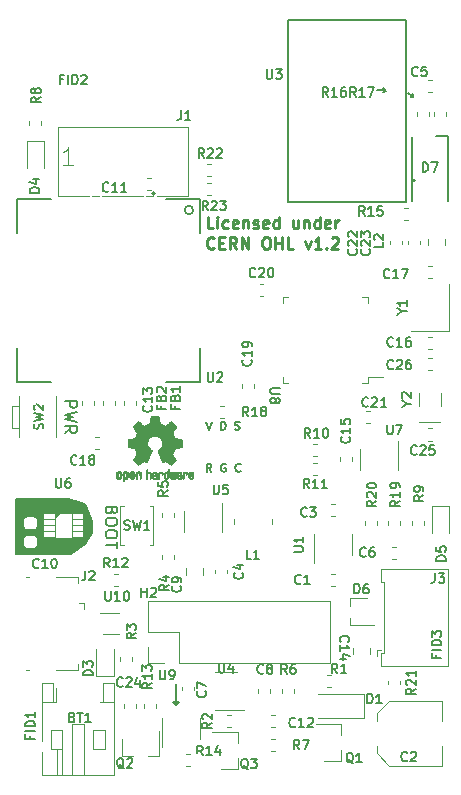
<source format=gto>
G04 #@! TF.GenerationSoftware,KiCad,Pcbnew,(5.0.1-3-g963ef8bb5)*
G04 #@! TF.CreationDate,2019-12-03T23:22:12+01:00*
G04 #@! TF.ProjectId,oibus-mini-CCC,6F696275732D6D696E692D4343432E6B,rev?*
G04 #@! TF.SameCoordinates,Original*
G04 #@! TF.FileFunction,Legend,Top*
G04 #@! TF.FilePolarity,Positive*
%FSLAX46Y46*%
G04 Gerber Fmt 4.6, Leading zero omitted, Abs format (unit mm)*
G04 Created by KiCad (PCBNEW (5.0.1-3-g963ef8bb5)) date 2019 December 03, Tuesday 23:22:12*
%MOMM*%
%LPD*%
G01*
G04 APERTURE LIST*
%ADD10C,0.150000*%
%ADD11C,0.200000*%
%ADD12C,0.250000*%
%ADD13C,0.120000*%
%ADD14C,0.127000*%
%ADD15C,0.010000*%
%ADD16C,0.149860*%
%ADD17C,0.001000*%
%ADD18C,0.977000*%
%ADD19C,0.402000*%
%ADD20C,1.077000*%
%ADD21C,1.000000*%
%ADD22C,5.702000*%
%ADD23R,0.802000X0.552000*%
%ADD24C,1.092600*%
%ADD25C,0.889400*%
%ADD26C,1.702000*%
%ADD27R,0.502000X1.162000*%
%ADD28R,1.302000X1.502000*%
%ADD29O,1.802000X1.802000*%
%ADD30R,1.802000X1.802000*%
%ADD31R,1.602000X1.902000*%
%ADD32R,1.902000X1.602000*%
%ADD33R,0.302000X1.102000*%
%ADD34R,0.902000X0.402000*%
%ADD35R,1.252000X0.802000*%
%ADD36R,0.802000X1.252000*%
%ADD37R,0.802000X0.802000*%
%ADD38C,1.302000*%
%ADD39O,1.302000X1.852000*%
%ADD40R,3.502000X1.402000*%
%ADD41R,1.002000X0.902000*%
%ADD42R,0.752000X1.162000*%
%ADD43R,1.162000X0.752000*%
%ADD44R,2.002000X1.602000*%
%ADD45C,1.552000*%
%ADD46R,1.452000X0.502000*%
%ADD47O,2.002000X1.302000*%
%ADD48R,2.002000X1.302000*%
%ADD49C,0.902000*%
%ADD50O,1.402000X0.902000*%
%ADD51R,1.102000X1.602000*%
%ADD52R,0.902000X1.002000*%
%ADD53C,1.626000*%
%ADD54R,0.552000X0.402000*%
%ADD55R,1.202000X1.202000*%
%ADD56R,1.902000X1.102000*%
%ADD57R,1.802000X1.002000*%
%ADD58R,1.152000X1.502000*%
%ADD59C,0.802000*%
G04 APERTURE END LIST*
D10*
X33400000Y57050000D02*
X33600000Y57050000D01*
X33600000Y57350000D02*
X33400000Y57050000D01*
X33600000Y57100000D02*
X33600000Y57350000D01*
X33150000Y57450000D02*
X33600000Y57100000D01*
X31250000Y57600000D02*
X31000000Y57500000D01*
X31200000Y57650000D02*
X31000000Y57800000D01*
X30500000Y57650000D02*
X31200000Y57650000D01*
G36*
X0Y23000000D02*
X4400000Y23000000D01*
X5800000Y22600000D01*
X6400000Y21200000D01*
X6400000Y20200000D01*
X5800000Y19200000D01*
X4600000Y18400000D01*
X2400000Y18400000D01*
X0Y18400000D01*
X0Y23000000D01*
G37*
X0Y23000000D02*
X4400000Y23000000D01*
X5800000Y22600000D01*
X6400000Y21200000D01*
X6400000Y20200000D01*
X5800000Y19200000D01*
X4600000Y18400000D01*
X2400000Y18400000D01*
X0Y18400000D01*
X0Y23000000D01*
D11*
X4097619Y31333333D02*
X5097619Y31333333D01*
X5097619Y30952380D01*
X5050000Y30857142D01*
X5002380Y30809523D01*
X4907142Y30761904D01*
X4764285Y30761904D01*
X4669047Y30809523D01*
X4621428Y30857142D01*
X4573809Y30952380D01*
X4573809Y31333333D01*
X5097619Y30428571D02*
X4097619Y30190476D01*
X4811904Y30000000D01*
X4097619Y29809523D01*
X5097619Y29571428D01*
X4097619Y28619047D02*
X4573809Y28952380D01*
X4097619Y29190476D02*
X5097619Y29190476D01*
X5097619Y28809523D01*
X5050000Y28714285D01*
X5002380Y28666666D01*
X4907142Y28619047D01*
X4764285Y28619047D01*
X4669047Y28666666D01*
X4621428Y28714285D01*
X4573809Y28809523D01*
X4573809Y29190476D01*
D10*
X13300000Y5825000D02*
X13550000Y5575000D01*
X13800000Y5825000D02*
X13300000Y5825000D01*
X13550000Y5600000D02*
X13800000Y5825000D01*
X13550000Y7400000D02*
X13550000Y5600000D01*
X14960555Y47500000D02*
G75*
G03X14960555Y47500000I-360555J0D01*
G01*
D11*
X8071428Y22057142D02*
X8023809Y21914285D01*
X7976190Y21866666D01*
X7880952Y21819047D01*
X7738095Y21819047D01*
X7642857Y21866666D01*
X7595238Y21914285D01*
X7547619Y22009523D01*
X7547619Y22390476D01*
X8547619Y22390476D01*
X8547619Y22057142D01*
X8500000Y21961904D01*
X8452380Y21914285D01*
X8357142Y21866666D01*
X8261904Y21866666D01*
X8166666Y21914285D01*
X8119047Y21961904D01*
X8071428Y22057142D01*
X8071428Y22390476D01*
X8547619Y21200000D02*
X8547619Y21009523D01*
X8500000Y20914285D01*
X8404761Y20819047D01*
X8214285Y20771428D01*
X7880952Y20771428D01*
X7690476Y20819047D01*
X7595238Y20914285D01*
X7547619Y21009523D01*
X7547619Y21200000D01*
X7595238Y21295238D01*
X7690476Y21390476D01*
X7880952Y21438095D01*
X8214285Y21438095D01*
X8404761Y21390476D01*
X8500000Y21295238D01*
X8547619Y21200000D01*
X8547619Y20152380D02*
X8547619Y19961904D01*
X8500000Y19866666D01*
X8404761Y19771428D01*
X8214285Y19723809D01*
X7880952Y19723809D01*
X7690476Y19771428D01*
X7595238Y19866666D01*
X7547619Y19961904D01*
X7547619Y20152380D01*
X7595238Y20247619D01*
X7690476Y20342857D01*
X7880952Y20390476D01*
X8214285Y20390476D01*
X8404761Y20342857D01*
X8500000Y20247619D01*
X8547619Y20152380D01*
X8547619Y19438095D02*
X8547619Y18866666D01*
X7547619Y19152380D02*
X8547619Y19152380D01*
D12*
X16680000Y45952619D02*
X16203809Y45952619D01*
X16203809Y46952619D01*
X17013333Y45952619D02*
X17013333Y46619285D01*
X17013333Y46952619D02*
X16965714Y46905000D01*
X17013333Y46857380D01*
X17060952Y46905000D01*
X17013333Y46952619D01*
X17013333Y46857380D01*
X17918095Y46000238D02*
X17822857Y45952619D01*
X17632380Y45952619D01*
X17537142Y46000238D01*
X17489523Y46047857D01*
X17441904Y46143095D01*
X17441904Y46428809D01*
X17489523Y46524047D01*
X17537142Y46571666D01*
X17632380Y46619285D01*
X17822857Y46619285D01*
X17918095Y46571666D01*
X18727619Y46000238D02*
X18632380Y45952619D01*
X18441904Y45952619D01*
X18346666Y46000238D01*
X18299047Y46095476D01*
X18299047Y46476428D01*
X18346666Y46571666D01*
X18441904Y46619285D01*
X18632380Y46619285D01*
X18727619Y46571666D01*
X18775238Y46476428D01*
X18775238Y46381190D01*
X18299047Y46285952D01*
X19203809Y46619285D02*
X19203809Y45952619D01*
X19203809Y46524047D02*
X19251428Y46571666D01*
X19346666Y46619285D01*
X19489523Y46619285D01*
X19584761Y46571666D01*
X19632380Y46476428D01*
X19632380Y45952619D01*
X20060952Y46000238D02*
X20156190Y45952619D01*
X20346666Y45952619D01*
X20441904Y46000238D01*
X20489523Y46095476D01*
X20489523Y46143095D01*
X20441904Y46238333D01*
X20346666Y46285952D01*
X20203809Y46285952D01*
X20108571Y46333571D01*
X20060952Y46428809D01*
X20060952Y46476428D01*
X20108571Y46571666D01*
X20203809Y46619285D01*
X20346666Y46619285D01*
X20441904Y46571666D01*
X21299047Y46000238D02*
X21203809Y45952619D01*
X21013333Y45952619D01*
X20918095Y46000238D01*
X20870476Y46095476D01*
X20870476Y46476428D01*
X20918095Y46571666D01*
X21013333Y46619285D01*
X21203809Y46619285D01*
X21299047Y46571666D01*
X21346666Y46476428D01*
X21346666Y46381190D01*
X20870476Y46285952D01*
X22203809Y45952619D02*
X22203809Y46952619D01*
X22203809Y46000238D02*
X22108571Y45952619D01*
X21918095Y45952619D01*
X21822857Y46000238D01*
X21775238Y46047857D01*
X21727619Y46143095D01*
X21727619Y46428809D01*
X21775238Y46524047D01*
X21822857Y46571666D01*
X21918095Y46619285D01*
X22108571Y46619285D01*
X22203809Y46571666D01*
X23870476Y46619285D02*
X23870476Y45952619D01*
X23441904Y46619285D02*
X23441904Y46095476D01*
X23489523Y46000238D01*
X23584761Y45952619D01*
X23727619Y45952619D01*
X23822857Y46000238D01*
X23870476Y46047857D01*
X24346666Y46619285D02*
X24346666Y45952619D01*
X24346666Y46524047D02*
X24394285Y46571666D01*
X24489523Y46619285D01*
X24632380Y46619285D01*
X24727619Y46571666D01*
X24775238Y46476428D01*
X24775238Y45952619D01*
X25680000Y45952619D02*
X25680000Y46952619D01*
X25680000Y46000238D02*
X25584761Y45952619D01*
X25394285Y45952619D01*
X25299047Y46000238D01*
X25251428Y46047857D01*
X25203809Y46143095D01*
X25203809Y46428809D01*
X25251428Y46524047D01*
X25299047Y46571666D01*
X25394285Y46619285D01*
X25584761Y46619285D01*
X25680000Y46571666D01*
X26537142Y46000238D02*
X26441904Y45952619D01*
X26251428Y45952619D01*
X26156190Y46000238D01*
X26108571Y46095476D01*
X26108571Y46476428D01*
X26156190Y46571666D01*
X26251428Y46619285D01*
X26441904Y46619285D01*
X26537142Y46571666D01*
X26584761Y46476428D01*
X26584761Y46381190D01*
X26108571Y46285952D01*
X27013333Y45952619D02*
X27013333Y46619285D01*
X27013333Y46428809D02*
X27060952Y46524047D01*
X27108571Y46571666D01*
X27203809Y46619285D01*
X27299047Y46619285D01*
X16727619Y44297857D02*
X16680000Y44250238D01*
X16537142Y44202619D01*
X16441904Y44202619D01*
X16299047Y44250238D01*
X16203809Y44345476D01*
X16156190Y44440714D01*
X16108571Y44631190D01*
X16108571Y44774047D01*
X16156190Y44964523D01*
X16203809Y45059761D01*
X16299047Y45155000D01*
X16441904Y45202619D01*
X16537142Y45202619D01*
X16680000Y45155000D01*
X16727619Y45107380D01*
X17156190Y44726428D02*
X17489523Y44726428D01*
X17632380Y44202619D02*
X17156190Y44202619D01*
X17156190Y45202619D01*
X17632380Y45202619D01*
X18632380Y44202619D02*
X18299047Y44678809D01*
X18060952Y44202619D02*
X18060952Y45202619D01*
X18441904Y45202619D01*
X18537142Y45155000D01*
X18584761Y45107380D01*
X18632380Y45012142D01*
X18632380Y44869285D01*
X18584761Y44774047D01*
X18537142Y44726428D01*
X18441904Y44678809D01*
X18060952Y44678809D01*
X19060952Y44202619D02*
X19060952Y45202619D01*
X19632380Y44202619D01*
X19632380Y45202619D01*
X21060952Y45202619D02*
X21251428Y45202619D01*
X21346666Y45155000D01*
X21441904Y45059761D01*
X21489523Y44869285D01*
X21489523Y44535952D01*
X21441904Y44345476D01*
X21346666Y44250238D01*
X21251428Y44202619D01*
X21060952Y44202619D01*
X20965714Y44250238D01*
X20870476Y44345476D01*
X20822857Y44535952D01*
X20822857Y44869285D01*
X20870476Y45059761D01*
X20965714Y45155000D01*
X21060952Y45202619D01*
X21918095Y44202619D02*
X21918095Y45202619D01*
X21918095Y44726428D02*
X22489523Y44726428D01*
X22489523Y44202619D02*
X22489523Y45202619D01*
X23441904Y44202619D02*
X22965714Y44202619D01*
X22965714Y45202619D01*
X24441904Y44869285D02*
X24680000Y44202619D01*
X24918095Y44869285D01*
X25822857Y44202619D02*
X25251428Y44202619D01*
X25537142Y44202619D02*
X25537142Y45202619D01*
X25441904Y45059761D01*
X25346666Y44964523D01*
X25251428Y44916904D01*
X26251428Y44297857D02*
X26299047Y44250238D01*
X26251428Y44202619D01*
X26203809Y44250238D01*
X26251428Y44297857D01*
X26251428Y44202619D01*
X26680000Y45107380D02*
X26727619Y45155000D01*
X26822857Y45202619D01*
X27060952Y45202619D01*
X27156190Y45155000D01*
X27203809Y45107380D01*
X27251428Y45012142D01*
X27251428Y44916904D01*
X27203809Y44774047D01*
X26632380Y44202619D01*
X27251428Y44202619D01*
D13*
G04 #@! TO.C,C18*
X6962779Y28310000D02*
X6637221Y28310000D01*
X6962779Y27290000D02*
X6637221Y27290000D01*
G04 #@! TO.C,U8*
X29751624Y33340000D02*
X31041624Y33340000D01*
X29751624Y32890000D02*
X29751624Y33340000D01*
X29301624Y32890000D02*
X29751624Y32890000D01*
X22531624Y32890000D02*
X22531624Y33340000D01*
X22981624Y32890000D02*
X22531624Y32890000D01*
X29751624Y40110000D02*
X29751624Y39660000D01*
X29301624Y40110000D02*
X29751624Y40110000D01*
X22531624Y40110000D02*
X22531624Y39660000D01*
X22981624Y40110000D02*
X22531624Y40110000D01*
G04 #@! TO.C,R3*
X8740000Y9662779D02*
X8740000Y9337221D01*
X9760000Y9662779D02*
X9760000Y9337221D01*
G04 #@! TO.C,C15*
X28410000Y26237221D02*
X28410000Y26562779D01*
X27390000Y26237221D02*
X27390000Y26562779D01*
G04 #@! TO.C,C16*
X35197989Y36760000D02*
X34872431Y36760000D01*
X35197989Y35740000D02*
X34872431Y35740000D01*
G04 #@! TO.C,C17*
X35197989Y42760000D02*
X34872431Y42760000D01*
X35197989Y41740000D02*
X34872431Y41740000D01*
G04 #@! TO.C,C19*
X19090000Y32775279D02*
X19090000Y32449721D01*
X20110000Y32775279D02*
X20110000Y32449721D01*
G04 #@! TO.C,C20*
X20587221Y40240000D02*
X20912779Y40240000D01*
X20587221Y41260000D02*
X20912779Y41260000D01*
G04 #@! TO.C,C21*
X29637221Y29490000D02*
X29962779Y29490000D01*
X29637221Y30510000D02*
X29962779Y30510000D01*
G04 #@! TO.C,C22*
X31640000Y44912779D02*
X31640000Y44587221D01*
X32660000Y44912779D02*
X32660000Y44587221D01*
G04 #@! TO.C,C23*
X33140000Y44912779D02*
X33140000Y44587221D01*
X34160000Y44912779D02*
X34160000Y44587221D01*
G04 #@! TO.C,C14*
X29910000Y9941422D02*
X29910000Y10458578D01*
X28490000Y9941422D02*
X28490000Y10458578D01*
G04 #@! TO.C,D6*
X29680000Y14660000D02*
X28270000Y14660000D01*
X28270000Y12340000D02*
X30300000Y12340000D01*
X28270000Y12340000D02*
X28270000Y13000000D01*
X28270000Y14000000D02*
X28270000Y14660000D01*
G04 #@! TO.C,C2*
X30490000Y1504437D02*
X31554437Y440000D01*
X30490000Y4895563D02*
X31554437Y5960000D01*
X30490000Y4895563D02*
X30490000Y4260000D01*
X30490000Y1504437D02*
X30490000Y2140000D01*
X31554437Y440000D02*
X36010000Y440000D01*
X31554437Y5960000D02*
X36010000Y5960000D01*
X36010000Y5960000D02*
X36010000Y4260000D01*
X36010000Y440000D02*
X36010000Y2140000D01*
G04 #@! TO.C,L2*
X34890000Y45058578D02*
X34890000Y44541422D01*
X36310000Y45058578D02*
X36310000Y44541422D01*
G04 #@! TO.C,U7*
X32310000Y25500000D02*
X32310000Y27950000D01*
X29090000Y27300000D02*
X29090000Y25500000D01*
G04 #@! TO.C,Y1*
X36635210Y37250000D02*
X36635210Y41250000D01*
X33435210Y37250000D02*
X36635210Y37250000D01*
G04 #@! TO.C,R10*
X25412779Y27710000D02*
X25087221Y27710000D01*
X25412779Y26690000D02*
X25087221Y26690000D01*
G04 #@! TO.C,R11*
X25412779Y26110000D02*
X25087221Y26110000D01*
X25412779Y25090000D02*
X25087221Y25090000D01*
G04 #@! TO.C,D4*
X2335000Y51050000D02*
X2335000Y53335000D01*
X2335000Y53335000D02*
X865000Y53335000D01*
X865000Y53335000D02*
X865000Y51050000D01*
G04 #@! TO.C,R8*
X2110000Y54687221D02*
X2110000Y55012779D01*
X1090000Y54687221D02*
X1090000Y55012779D01*
G04 #@! TO.C,R9*
X34510000Y21162779D02*
X34510000Y20837221D01*
X33490000Y21162779D02*
X33490000Y20837221D01*
G04 #@! TO.C,D5*
X36635000Y20200000D02*
X36635000Y22485000D01*
X36635000Y22485000D02*
X35165000Y22485000D01*
X35165000Y22485000D02*
X35165000Y20200000D01*
G04 #@! TO.C,D3*
X8235000Y8015000D02*
X8235000Y10300000D01*
X6765000Y8015000D02*
X8235000Y8015000D01*
X6765000Y10300000D02*
X6765000Y8015000D01*
G04 #@! TO.C,H2*
X11170000Y9170000D02*
X11170000Y10500000D01*
X12500000Y9170000D02*
X11170000Y9170000D01*
X11170000Y11770000D02*
X11170000Y14370000D01*
X13770000Y11770000D02*
X11170000Y11770000D01*
X13770000Y9170000D02*
X13770000Y11770000D01*
X11170000Y14370000D02*
X26530000Y14370000D01*
X13770000Y9170000D02*
X26530000Y9170000D01*
X26530000Y9170000D02*
X26530000Y14370000D01*
D14*
G04 #@! TO.C,U2*
X15550000Y45570000D02*
X15550000Y48450000D01*
X12670000Y48450000D02*
X15550000Y48450000D01*
X12670000Y32950000D02*
X15550000Y32950000D01*
X15550000Y35830000D02*
X15550000Y32950000D01*
X50000Y35830000D02*
X50000Y32950000D01*
X2930000Y32950000D02*
X50000Y32950000D01*
X2930000Y48450000D02*
X50000Y48450000D01*
X50000Y45570000D02*
X50000Y48450000D01*
D11*
X11700000Y48900000D02*
G75*
G03X11700000Y48900000I-100000J0D01*
G01*
G04 #@! TO.C,U6*
X2020000Y21600000D02*
G75*
G03X2020000Y21600000I-120000J0D01*
G01*
D14*
X2750000Y19550000D02*
X5250000Y19550000D01*
X2750000Y22050000D02*
X5250000Y22050000D01*
D13*
G04 #@! TO.C,C5*
X35162779Y57490000D02*
X34837221Y57490000D01*
X35162779Y58510000D02*
X34837221Y58510000D01*
G04 #@! TO.C,C10*
X1710000Y20362779D02*
X1710000Y20037221D01*
X690000Y20362779D02*
X690000Y20037221D01*
G04 #@! TO.C,C11*
X11362779Y49190000D02*
X11037221Y49190000D01*
X11362779Y50210000D02*
X11037221Y50210000D01*
G04 #@! TO.C,FB1*
X10110000Y31037221D02*
X10110000Y31362779D01*
X9090000Y31037221D02*
X9090000Y31362779D01*
G04 #@! TO.C,FB2*
X7290000Y31024721D02*
X7290000Y31350279D01*
X8310000Y31024721D02*
X8310000Y31350279D01*
D11*
G04 #@! TO.C,U3*
X33754000Y50000000D02*
G75*
G03X33754000Y50000000I-100000J0D01*
G01*
D14*
X33020000Y48180000D02*
X22980000Y48180000D01*
X22980000Y48180000D02*
X22980000Y63620000D01*
X22980000Y63620000D02*
X33020000Y63620000D01*
X33020000Y63620000D02*
X33020000Y48180000D01*
D13*
G04 #@! TO.C,BT1*
X3340000Y5860000D02*
X3060000Y5860000D01*
X3060000Y5860000D02*
X3060000Y7460000D01*
X3060000Y7460000D02*
X2140000Y7460000D01*
X2140000Y7460000D02*
X2140000Y-360000D01*
X2140000Y-360000D02*
X8260000Y-360000D01*
X8260000Y-360000D02*
X8260000Y7460000D01*
X8260000Y7460000D02*
X7340000Y7460000D01*
X7340000Y7460000D02*
X7340000Y5860000D01*
X7340000Y5860000D02*
X7060000Y5860000D01*
X4700000Y-360000D02*
X4700000Y4000000D01*
X4700000Y4000000D02*
X5700000Y4000000D01*
X5700000Y4000000D02*
X5700000Y-360000D01*
X2140000Y5860000D02*
X3060000Y5860000D01*
X8260000Y5860000D02*
X7340000Y5860000D01*
X2900000Y3500000D02*
X2900000Y1900000D01*
X2900000Y1900000D02*
X3900000Y1900000D01*
X3900000Y1900000D02*
X3900000Y3500000D01*
X3900000Y3500000D02*
X2900000Y3500000D01*
X7500000Y3500000D02*
X7500000Y1900000D01*
X7500000Y1900000D02*
X6500000Y1900000D01*
X6500000Y1900000D02*
X6500000Y3500000D01*
X6500000Y3500000D02*
X7500000Y3500000D01*
X3900000Y1900000D02*
X3900000Y-360000D01*
X3400000Y1900000D02*
X3400000Y-360000D01*
X3340000Y5860000D02*
X3340000Y7075000D01*
G04 #@! TO.C,C1*
X26962779Y16710000D02*
X26637221Y16710000D01*
X26962779Y15690000D02*
X26637221Y15690000D01*
G04 #@! TO.C,C3*
X26962779Y21590000D02*
X26637221Y21590000D01*
X26962779Y22610000D02*
X26637221Y22610000D01*
G04 #@! TO.C,C9*
X14340000Y16641422D02*
X14340000Y17158578D01*
X15760000Y16641422D02*
X15760000Y17158578D01*
G04 #@! TO.C,C12*
X21587221Y4760000D02*
X21912779Y4760000D01*
X21587221Y3740000D02*
X21912779Y3740000D01*
G04 #@! TO.C,L1*
X18450000Y20950000D02*
X18450000Y21350000D01*
X21650000Y20950000D02*
X21650000Y21350000D01*
G04 #@! TO.C,Q1*
X27510000Y820000D02*
X27510000Y1750000D01*
X27510000Y3980000D02*
X27510000Y3050000D01*
X27510000Y3980000D02*
X25350000Y3980000D01*
X27510000Y820000D02*
X26050000Y820000D01*
G04 #@! TO.C,R2*
X17837221Y4760000D02*
X18162779Y4760000D01*
X17837221Y3740000D02*
X18162779Y3740000D01*
G04 #@! TO.C,R4*
X13310000Y17987221D02*
X13310000Y18312779D01*
X12290000Y17987221D02*
X12290000Y18312779D01*
G04 #@! TO.C,R5*
X12290000Y21487221D02*
X12290000Y21812779D01*
X13310000Y21487221D02*
X13310000Y21812779D01*
G04 #@! TO.C,R6*
X22490000Y6912779D02*
X22490000Y6587221D01*
X23510000Y6912779D02*
X23510000Y6587221D01*
G04 #@! TO.C,R7*
X21912779Y1740000D02*
X21587221Y1740000D01*
X21912779Y2760000D02*
X21587221Y2760000D01*
G04 #@! TO.C,U1*
X25215001Y20075001D02*
X25215001Y17625001D01*
X28435001Y18275001D02*
X28435001Y20075001D01*
G04 #@! TO.C,U4*
X18650000Y8360000D02*
X16850000Y8360000D01*
X16850000Y5140000D02*
X19300000Y5140000D01*
G04 #@! TO.C,U5*
X14190000Y22050000D02*
X14190000Y20250000D01*
X17410000Y20250000D02*
X17410000Y22700000D01*
G04 #@! TO.C,J2*
X5200000Y16400000D02*
X5200000Y15950000D01*
X3350000Y16400000D02*
X5200000Y16400000D01*
X800000Y8600000D02*
X1050000Y8600000D01*
X800000Y16400000D02*
X1050000Y16400000D01*
X3350000Y8600000D02*
X5200000Y8600000D01*
X5200000Y8600000D02*
X5200000Y9050000D01*
X5750000Y14200000D02*
X5750000Y13750000D01*
X5750000Y14200000D02*
X5300000Y14200000D01*
G04 #@! TO.C,J3*
X30850000Y10250000D02*
X30550000Y10250000D01*
X30550000Y10250000D02*
X30550000Y9750000D01*
X31140000Y13000000D02*
X31140000Y9960000D01*
X31140000Y9960000D02*
X30840000Y9960000D01*
X30840000Y9960000D02*
X30840000Y8890000D01*
X30840000Y8890000D02*
X36560000Y8890000D01*
X36560000Y8890000D02*
X36560000Y13000000D01*
X31140000Y13000000D02*
X31140000Y16040000D01*
X31140000Y16040000D02*
X30840000Y16040000D01*
X30840000Y16040000D02*
X30840000Y17110000D01*
X30840000Y17110000D02*
X36560000Y17110000D01*
X36560000Y17110000D02*
X36560000Y13000000D01*
G04 #@! TO.C,R1*
X26337221Y8110000D02*
X26662779Y8110000D01*
X26337221Y7090000D02*
X26662779Y7090000D01*
G04 #@! TO.C,R12*
X8237221Y15690000D02*
X8562779Y15690000D01*
X8237221Y16710000D02*
X8562779Y16710000D01*
G04 #@! TO.C,C24*
X9090000Y5337221D02*
X9090000Y5662779D01*
X10110000Y5337221D02*
X10110000Y5662779D01*
G04 #@! TO.C,C25*
X34837221Y29010000D02*
X35162779Y29010000D01*
X34837221Y27990000D02*
X35162779Y27990000D01*
G04 #@! TO.C,C26*
X35162779Y35010000D02*
X34837221Y35010000D01*
X35162779Y33990000D02*
X34837221Y33990000D01*
D10*
G04 #@! TO.C,D7*
X33500000Y48300000D02*
X33500000Y53700000D01*
X36500000Y48300000D02*
X36500000Y53800000D01*
X35500000Y53800000D02*
X36500000Y53800000D01*
D13*
G04 #@! TO.C,Q2*
X8920000Y1240000D02*
X8920000Y2700000D01*
X12080000Y1240000D02*
X12080000Y3400000D01*
X12080000Y1240000D02*
X11150000Y1240000D01*
X8920000Y1240000D02*
X9850000Y1240000D01*
G04 #@! TO.C,Q3*
X18760000Y170000D02*
X18760000Y1100000D01*
X18760000Y3330000D02*
X18760000Y2400000D01*
X18760000Y3330000D02*
X16600000Y3330000D01*
X18760000Y170000D02*
X17300000Y170000D01*
G04 #@! TO.C,R13*
X10840000Y5662779D02*
X10840000Y5337221D01*
X11860000Y5662779D02*
X11860000Y5337221D01*
G04 #@! TO.C,R14*
X14337221Y1410000D02*
X14662779Y1410000D01*
X14337221Y390000D02*
X14662779Y390000D01*
G04 #@! TO.C,R15*
X32837221Y47710000D02*
X33162779Y47710000D01*
X32837221Y46690000D02*
X33162779Y46690000D01*
G04 #@! TO.C,R16*
X33890000Y55762779D02*
X33890000Y55437221D01*
X34910000Y55762779D02*
X34910000Y55437221D01*
G04 #@! TO.C,R17*
X36410000Y55762779D02*
X36410000Y55437221D01*
X35390000Y55762779D02*
X35390000Y55437221D01*
G04 #@! TO.C,R18*
X17562779Y29890000D02*
X17237221Y29890000D01*
X17562779Y30910000D02*
X17237221Y30910000D01*
G04 #@! TO.C,J1*
X11000000Y48700000D02*
X11600000Y48700000D01*
X6400000Y48700000D02*
X7000000Y48700000D01*
X3500000Y54550000D02*
X14550000Y54550000D01*
X3500000Y48700000D02*
X3500000Y54550000D01*
X7250000Y48700000D02*
X10750000Y48700000D01*
X14550000Y48700000D02*
X14550000Y54550000D01*
X3500000Y48700000D02*
X6150000Y48700000D01*
X11900000Y48700000D02*
X14550000Y48700000D01*
G04 #@! TO.C,U10*
X8650000Y11600000D02*
X7350000Y11600000D01*
X7100000Y13400000D02*
X8650000Y13400000D01*
G04 #@! TO.C,C6*
X32162779Y17990000D02*
X31837221Y17990000D01*
X32162779Y19010000D02*
X31837221Y19010000D01*
G04 #@! TO.C,R19*
X32510000Y21162779D02*
X32510000Y20837221D01*
X31490000Y21162779D02*
X31490000Y20837221D01*
G04 #@! TO.C,R20*
X30510000Y20837221D02*
X30510000Y21162779D01*
X29490000Y20837221D02*
X29490000Y21162779D01*
D15*
G04 #@! TO.C,REF\002A\002A*
G36*
X11803910Y30057652D02*
X11882454Y30057222D01*
X11939298Y30056058D01*
X11978105Y30053793D01*
X12002538Y30050060D01*
X12016262Y30044494D01*
X12022940Y30036727D01*
X12026236Y30026395D01*
X12026556Y30025057D01*
X12031562Y30000921D01*
X12040829Y29953299D01*
X12053392Y29887259D01*
X12068287Y29807872D01*
X12084551Y29720204D01*
X12085119Y29717125D01*
X12101410Y29631211D01*
X12116652Y29555304D01*
X12129861Y29493955D01*
X12140054Y29451718D01*
X12146248Y29433145D01*
X12146543Y29432816D01*
X12164788Y29423747D01*
X12202405Y29408633D01*
X12251271Y29390738D01*
X12251543Y29390642D01*
X12313093Y29367507D01*
X12385657Y29338035D01*
X12454057Y29308403D01*
X12457294Y29306938D01*
X12568702Y29256374D01*
X12815399Y29424840D01*
X12891077Y29476197D01*
X12959631Y29522111D01*
X13017088Y29559970D01*
X13059476Y29587163D01*
X13082825Y29601079D01*
X13085042Y29602111D01*
X13102010Y29597516D01*
X13133701Y29575345D01*
X13181352Y29534553D01*
X13246198Y29474095D01*
X13312397Y29409773D01*
X13376214Y29346388D01*
X13433329Y29288549D01*
X13480305Y29239825D01*
X13513703Y29203790D01*
X13530085Y29184016D01*
X13530694Y29182998D01*
X13532505Y29169428D01*
X13525683Y29147267D01*
X13508540Y29113522D01*
X13479393Y29065200D01*
X13436555Y28999308D01*
X13379448Y28914483D01*
X13328766Y28839823D01*
X13283461Y28772860D01*
X13246150Y28717484D01*
X13219452Y28677580D01*
X13205985Y28657038D01*
X13205137Y28655644D01*
X13206781Y28635962D01*
X13219245Y28597707D01*
X13240048Y28548111D01*
X13247462Y28532272D01*
X13279814Y28461710D01*
X13314328Y28381647D01*
X13342365Y28312371D01*
X13362568Y28260955D01*
X13378615Y28221881D01*
X13387888Y28201459D01*
X13389041Y28199886D01*
X13406096Y28197279D01*
X13446298Y28190137D01*
X13504302Y28179477D01*
X13574763Y28166315D01*
X13652335Y28151667D01*
X13731672Y28136551D01*
X13807431Y28121982D01*
X13874264Y28108978D01*
X13926828Y28098555D01*
X13959776Y28091730D01*
X13967857Y28089801D01*
X13976205Y28085038D01*
X13982506Y28074282D01*
X13987045Y28053902D01*
X13990104Y28020266D01*
X13991967Y27969745D01*
X13992918Y27898708D01*
X13993240Y27803524D01*
X13993257Y27764508D01*
X13993257Y27447201D01*
X13917057Y27432161D01*
X13874663Y27424005D01*
X13811400Y27412101D01*
X13734962Y27397884D01*
X13653043Y27382790D01*
X13630400Y27378645D01*
X13554806Y27363947D01*
X13488953Y27349495D01*
X13438366Y27336625D01*
X13408574Y27326678D01*
X13403612Y27323713D01*
X13391426Y27302717D01*
X13373953Y27262033D01*
X13354577Y27209678D01*
X13350734Y27198400D01*
X13325339Y27128477D01*
X13293817Y27049582D01*
X13262969Y26978734D01*
X13262817Y26978405D01*
X13211447Y26867267D01*
X13380399Y26618747D01*
X13549352Y26370228D01*
X13332429Y26152942D01*
X13266819Y26088274D01*
X13206979Y26031267D01*
X13156267Y25984967D01*
X13118046Y25952416D01*
X13095675Y25936657D01*
X13092466Y25935657D01*
X13073626Y25943531D01*
X13035180Y25965422D01*
X12981330Y25998733D01*
X12916276Y26040869D01*
X12845940Y26088057D01*
X12774555Y26136190D01*
X12710908Y26178072D01*
X12659041Y26211129D01*
X12622995Y26232782D01*
X12606867Y26240457D01*
X12587189Y26233963D01*
X12549875Y26216850D01*
X12502621Y26192674D01*
X12497612Y26189987D01*
X12433977Y26158073D01*
X12390341Y26142421D01*
X12363202Y26142255D01*
X12349057Y26156796D01*
X12348975Y26157000D01*
X12341905Y26174221D01*
X12325042Y26215101D01*
X12299695Y26276475D01*
X12267171Y26355181D01*
X12228778Y26448053D01*
X12185822Y26551928D01*
X12144222Y26652498D01*
X12098504Y26763484D01*
X12056526Y26866297D01*
X12019548Y26957785D01*
X11988827Y27034799D01*
X11965622Y27094185D01*
X11951190Y27132791D01*
X11946743Y27147200D01*
X11957896Y27163728D01*
X11987069Y27190070D01*
X12025971Y27219113D01*
X12136757Y27310961D01*
X12223351Y27416241D01*
X12284716Y27532734D01*
X12319815Y27658224D01*
X12327608Y27790493D01*
X12321943Y27851543D01*
X12291078Y27978205D01*
X12237920Y28090059D01*
X12165767Y28185999D01*
X12077917Y28264924D01*
X11977665Y28325730D01*
X11868310Y28367313D01*
X11753147Y28388572D01*
X11635475Y28388401D01*
X11518590Y28365699D01*
X11405789Y28319362D01*
X11300369Y28248287D01*
X11256368Y28208089D01*
X11171979Y28104871D01*
X11113222Y27992075D01*
X11079704Y27872990D01*
X11071035Y27750905D01*
X11086823Y27629107D01*
X11126678Y27510884D01*
X11190207Y27399525D01*
X11277021Y27298316D01*
X11374029Y27219113D01*
X11414437Y27188838D01*
X11442982Y27162781D01*
X11453257Y27147175D01*
X11447877Y27130157D01*
X11432575Y27089500D01*
X11408612Y27028358D01*
X11377244Y26949881D01*
X11339732Y26857220D01*
X11297333Y26753528D01*
X11255663Y26652474D01*
X11209690Y26541393D01*
X11167107Y26438459D01*
X11129221Y26346835D01*
X11097340Y26269684D01*
X11072771Y26210169D01*
X11056820Y26171456D01*
X11050910Y26157000D01*
X11036948Y26142315D01*
X11009940Y26142358D01*
X10966413Y26157901D01*
X10902890Y26189716D01*
X10902388Y26189987D01*
X10854560Y26214677D01*
X10815897Y26232662D01*
X10794095Y26240386D01*
X10793133Y26240457D01*
X10776721Y26232622D01*
X10740487Y26210835D01*
X10688474Y26177672D01*
X10624725Y26135709D01*
X10554060Y26088057D01*
X10482116Y26039809D01*
X10417274Y25997849D01*
X10363735Y25964773D01*
X10325697Y25943179D01*
X10307533Y25935657D01*
X10290808Y25945543D01*
X10257180Y25973174D01*
X10210010Y26015505D01*
X10152658Y26069495D01*
X10088484Y26132101D01*
X10067497Y26153017D01*
X9850499Y26370377D01*
X10015668Y26612780D01*
X10065864Y26687219D01*
X10109919Y26754028D01*
X10145362Y26809335D01*
X10169719Y26849271D01*
X10180522Y26869964D01*
X10180838Y26871437D01*
X10175143Y26890942D01*
X10159826Y26930178D01*
X10137537Y26982570D01*
X10121893Y27017645D01*
X10092641Y27084799D01*
X10065094Y27152642D01*
X10043737Y27209966D01*
X10037935Y27227428D01*
X10021452Y27274062D01*
X10005340Y27310095D01*
X9996490Y27323713D01*
X9976960Y27332048D01*
X9934334Y27343863D01*
X9874145Y27357819D01*
X9801922Y27372578D01*
X9769600Y27378645D01*
X9687522Y27393727D01*
X9608795Y27408331D01*
X9541109Y27421020D01*
X9492160Y27430358D01*
X9482943Y27432161D01*
X9406743Y27447201D01*
X9406743Y27764508D01*
X9406914Y27868846D01*
X9407616Y27947787D01*
X9409134Y28004962D01*
X9411749Y28044001D01*
X9415746Y28068535D01*
X9421409Y28082195D01*
X9429020Y28088611D01*
X9432143Y28089801D01*
X9450978Y28094020D01*
X9492588Y28102438D01*
X9551630Y28114039D01*
X9622757Y28127805D01*
X9700625Y28142720D01*
X9779887Y28157768D01*
X9855198Y28171931D01*
X9921213Y28184194D01*
X9972587Y28193539D01*
X10003975Y28198950D01*
X10010959Y28199886D01*
X10017285Y28212404D01*
X10031290Y28245754D01*
X10050355Y28293623D01*
X10057634Y28312371D01*
X10086996Y28384805D01*
X10121571Y28464830D01*
X10152537Y28532272D01*
X10175323Y28583841D01*
X10190482Y28626215D01*
X10195542Y28652166D01*
X10194736Y28655644D01*
X10184041Y28672064D01*
X10159620Y28708583D01*
X10124095Y28761313D01*
X10080087Y28826365D01*
X10030217Y28899849D01*
X10020356Y28914355D01*
X9962492Y29000296D01*
X9919956Y29065739D01*
X9891054Y29113696D01*
X9874090Y29147180D01*
X9867367Y29169205D01*
X9869190Y29182783D01*
X9869236Y29182869D01*
X9883586Y29200703D01*
X9915323Y29235183D01*
X9961010Y29282732D01*
X10017204Y29339778D01*
X10080468Y29402745D01*
X10087602Y29409773D01*
X10167330Y29486980D01*
X10228857Y29543670D01*
X10273421Y29580890D01*
X10302257Y29599685D01*
X10314958Y29602111D01*
X10333494Y29591529D01*
X10371961Y29567084D01*
X10426386Y29531388D01*
X10492798Y29487053D01*
X10567225Y29436689D01*
X10584601Y29424840D01*
X10831297Y29256374D01*
X10942706Y29306938D01*
X11010457Y29336405D01*
X11083183Y29366041D01*
X11145703Y29389670D01*
X11148457Y29390642D01*
X11197360Y29408543D01*
X11235057Y29423680D01*
X11253425Y29432790D01*
X11253456Y29432816D01*
X11259285Y29449283D01*
X11269192Y29489781D01*
X11282195Y29549758D01*
X11297309Y29624660D01*
X11313552Y29709936D01*
X11314881Y29717125D01*
X11331175Y29804986D01*
X11346133Y29884740D01*
X11358791Y29951319D01*
X11368186Y29999653D01*
X11373354Y30024675D01*
X11373444Y30025057D01*
X11376589Y30035701D01*
X11382704Y30043738D01*
X11395453Y30049533D01*
X11418500Y30053453D01*
X11455509Y30055865D01*
X11510144Y30057135D01*
X11586067Y30057629D01*
X11686944Y30057714D01*
X11700000Y30057714D01*
X11803910Y30057652D01*
X11803910Y30057652D01*
G37*
X11803910Y30057652D02*
X11882454Y30057222D01*
X11939298Y30056058D01*
X11978105Y30053793D01*
X12002538Y30050060D01*
X12016262Y30044494D01*
X12022940Y30036727D01*
X12026236Y30026395D01*
X12026556Y30025057D01*
X12031562Y30000921D01*
X12040829Y29953299D01*
X12053392Y29887259D01*
X12068287Y29807872D01*
X12084551Y29720204D01*
X12085119Y29717125D01*
X12101410Y29631211D01*
X12116652Y29555304D01*
X12129861Y29493955D01*
X12140054Y29451718D01*
X12146248Y29433145D01*
X12146543Y29432816D01*
X12164788Y29423747D01*
X12202405Y29408633D01*
X12251271Y29390738D01*
X12251543Y29390642D01*
X12313093Y29367507D01*
X12385657Y29338035D01*
X12454057Y29308403D01*
X12457294Y29306938D01*
X12568702Y29256374D01*
X12815399Y29424840D01*
X12891077Y29476197D01*
X12959631Y29522111D01*
X13017088Y29559970D01*
X13059476Y29587163D01*
X13082825Y29601079D01*
X13085042Y29602111D01*
X13102010Y29597516D01*
X13133701Y29575345D01*
X13181352Y29534553D01*
X13246198Y29474095D01*
X13312397Y29409773D01*
X13376214Y29346388D01*
X13433329Y29288549D01*
X13480305Y29239825D01*
X13513703Y29203790D01*
X13530085Y29184016D01*
X13530694Y29182998D01*
X13532505Y29169428D01*
X13525683Y29147267D01*
X13508540Y29113522D01*
X13479393Y29065200D01*
X13436555Y28999308D01*
X13379448Y28914483D01*
X13328766Y28839823D01*
X13283461Y28772860D01*
X13246150Y28717484D01*
X13219452Y28677580D01*
X13205985Y28657038D01*
X13205137Y28655644D01*
X13206781Y28635962D01*
X13219245Y28597707D01*
X13240048Y28548111D01*
X13247462Y28532272D01*
X13279814Y28461710D01*
X13314328Y28381647D01*
X13342365Y28312371D01*
X13362568Y28260955D01*
X13378615Y28221881D01*
X13387888Y28201459D01*
X13389041Y28199886D01*
X13406096Y28197279D01*
X13446298Y28190137D01*
X13504302Y28179477D01*
X13574763Y28166315D01*
X13652335Y28151667D01*
X13731672Y28136551D01*
X13807431Y28121982D01*
X13874264Y28108978D01*
X13926828Y28098555D01*
X13959776Y28091730D01*
X13967857Y28089801D01*
X13976205Y28085038D01*
X13982506Y28074282D01*
X13987045Y28053902D01*
X13990104Y28020266D01*
X13991967Y27969745D01*
X13992918Y27898708D01*
X13993240Y27803524D01*
X13993257Y27764508D01*
X13993257Y27447201D01*
X13917057Y27432161D01*
X13874663Y27424005D01*
X13811400Y27412101D01*
X13734962Y27397884D01*
X13653043Y27382790D01*
X13630400Y27378645D01*
X13554806Y27363947D01*
X13488953Y27349495D01*
X13438366Y27336625D01*
X13408574Y27326678D01*
X13403612Y27323713D01*
X13391426Y27302717D01*
X13373953Y27262033D01*
X13354577Y27209678D01*
X13350734Y27198400D01*
X13325339Y27128477D01*
X13293817Y27049582D01*
X13262969Y26978734D01*
X13262817Y26978405D01*
X13211447Y26867267D01*
X13380399Y26618747D01*
X13549352Y26370228D01*
X13332429Y26152942D01*
X13266819Y26088274D01*
X13206979Y26031267D01*
X13156267Y25984967D01*
X13118046Y25952416D01*
X13095675Y25936657D01*
X13092466Y25935657D01*
X13073626Y25943531D01*
X13035180Y25965422D01*
X12981330Y25998733D01*
X12916276Y26040869D01*
X12845940Y26088057D01*
X12774555Y26136190D01*
X12710908Y26178072D01*
X12659041Y26211129D01*
X12622995Y26232782D01*
X12606867Y26240457D01*
X12587189Y26233963D01*
X12549875Y26216850D01*
X12502621Y26192674D01*
X12497612Y26189987D01*
X12433977Y26158073D01*
X12390341Y26142421D01*
X12363202Y26142255D01*
X12349057Y26156796D01*
X12348975Y26157000D01*
X12341905Y26174221D01*
X12325042Y26215101D01*
X12299695Y26276475D01*
X12267171Y26355181D01*
X12228778Y26448053D01*
X12185822Y26551928D01*
X12144222Y26652498D01*
X12098504Y26763484D01*
X12056526Y26866297D01*
X12019548Y26957785D01*
X11988827Y27034799D01*
X11965622Y27094185D01*
X11951190Y27132791D01*
X11946743Y27147200D01*
X11957896Y27163728D01*
X11987069Y27190070D01*
X12025971Y27219113D01*
X12136757Y27310961D01*
X12223351Y27416241D01*
X12284716Y27532734D01*
X12319815Y27658224D01*
X12327608Y27790493D01*
X12321943Y27851543D01*
X12291078Y27978205D01*
X12237920Y28090059D01*
X12165767Y28185999D01*
X12077917Y28264924D01*
X11977665Y28325730D01*
X11868310Y28367313D01*
X11753147Y28388572D01*
X11635475Y28388401D01*
X11518590Y28365699D01*
X11405789Y28319362D01*
X11300369Y28248287D01*
X11256368Y28208089D01*
X11171979Y28104871D01*
X11113222Y27992075D01*
X11079704Y27872990D01*
X11071035Y27750905D01*
X11086823Y27629107D01*
X11126678Y27510884D01*
X11190207Y27399525D01*
X11277021Y27298316D01*
X11374029Y27219113D01*
X11414437Y27188838D01*
X11442982Y27162781D01*
X11453257Y27147175D01*
X11447877Y27130157D01*
X11432575Y27089500D01*
X11408612Y27028358D01*
X11377244Y26949881D01*
X11339732Y26857220D01*
X11297333Y26753528D01*
X11255663Y26652474D01*
X11209690Y26541393D01*
X11167107Y26438459D01*
X11129221Y26346835D01*
X11097340Y26269684D01*
X11072771Y26210169D01*
X11056820Y26171456D01*
X11050910Y26157000D01*
X11036948Y26142315D01*
X11009940Y26142358D01*
X10966413Y26157901D01*
X10902890Y26189716D01*
X10902388Y26189987D01*
X10854560Y26214677D01*
X10815897Y26232662D01*
X10794095Y26240386D01*
X10793133Y26240457D01*
X10776721Y26232622D01*
X10740487Y26210835D01*
X10688474Y26177672D01*
X10624725Y26135709D01*
X10554060Y26088057D01*
X10482116Y26039809D01*
X10417274Y25997849D01*
X10363735Y25964773D01*
X10325697Y25943179D01*
X10307533Y25935657D01*
X10290808Y25945543D01*
X10257180Y25973174D01*
X10210010Y26015505D01*
X10152658Y26069495D01*
X10088484Y26132101D01*
X10067497Y26153017D01*
X9850499Y26370377D01*
X10015668Y26612780D01*
X10065864Y26687219D01*
X10109919Y26754028D01*
X10145362Y26809335D01*
X10169719Y26849271D01*
X10180522Y26869964D01*
X10180838Y26871437D01*
X10175143Y26890942D01*
X10159826Y26930178D01*
X10137537Y26982570D01*
X10121893Y27017645D01*
X10092641Y27084799D01*
X10065094Y27152642D01*
X10043737Y27209966D01*
X10037935Y27227428D01*
X10021452Y27274062D01*
X10005340Y27310095D01*
X9996490Y27323713D01*
X9976960Y27332048D01*
X9934334Y27343863D01*
X9874145Y27357819D01*
X9801922Y27372578D01*
X9769600Y27378645D01*
X9687522Y27393727D01*
X9608795Y27408331D01*
X9541109Y27421020D01*
X9492160Y27430358D01*
X9482943Y27432161D01*
X9406743Y27447201D01*
X9406743Y27764508D01*
X9406914Y27868846D01*
X9407616Y27947787D01*
X9409134Y28004962D01*
X9411749Y28044001D01*
X9415746Y28068535D01*
X9421409Y28082195D01*
X9429020Y28088611D01*
X9432143Y28089801D01*
X9450978Y28094020D01*
X9492588Y28102438D01*
X9551630Y28114039D01*
X9622757Y28127805D01*
X9700625Y28142720D01*
X9779887Y28157768D01*
X9855198Y28171931D01*
X9921213Y28184194D01*
X9972587Y28193539D01*
X10003975Y28198950D01*
X10010959Y28199886D01*
X10017285Y28212404D01*
X10031290Y28245754D01*
X10050355Y28293623D01*
X10057634Y28312371D01*
X10086996Y28384805D01*
X10121571Y28464830D01*
X10152537Y28532272D01*
X10175323Y28583841D01*
X10190482Y28626215D01*
X10195542Y28652166D01*
X10194736Y28655644D01*
X10184041Y28672064D01*
X10159620Y28708583D01*
X10124095Y28761313D01*
X10080087Y28826365D01*
X10030217Y28899849D01*
X10020356Y28914355D01*
X9962492Y29000296D01*
X9919956Y29065739D01*
X9891054Y29113696D01*
X9874090Y29147180D01*
X9867367Y29169205D01*
X9869190Y29182783D01*
X9869236Y29182869D01*
X9883586Y29200703D01*
X9915323Y29235183D01*
X9961010Y29282732D01*
X10017204Y29339778D01*
X10080468Y29402745D01*
X10087602Y29409773D01*
X10167330Y29486980D01*
X10228857Y29543670D01*
X10273421Y29580890D01*
X10302257Y29599685D01*
X10314958Y29602111D01*
X10333494Y29591529D01*
X10371961Y29567084D01*
X10426386Y29531388D01*
X10492798Y29487053D01*
X10567225Y29436689D01*
X10584601Y29424840D01*
X10831297Y29256374D01*
X10942706Y29306938D01*
X11010457Y29336405D01*
X11083183Y29366041D01*
X11145703Y29389670D01*
X11148457Y29390642D01*
X11197360Y29408543D01*
X11235057Y29423680D01*
X11253425Y29432790D01*
X11253456Y29432816D01*
X11259285Y29449283D01*
X11269192Y29489781D01*
X11282195Y29549758D01*
X11297309Y29624660D01*
X11313552Y29709936D01*
X11314881Y29717125D01*
X11331175Y29804986D01*
X11346133Y29884740D01*
X11358791Y29951319D01*
X11368186Y29999653D01*
X11373354Y30024675D01*
X11373444Y30025057D01*
X11376589Y30035701D01*
X11382704Y30043738D01*
X11395453Y30049533D01*
X11418500Y30053453D01*
X11455509Y30055865D01*
X11510144Y30057135D01*
X11586067Y30057629D01*
X11686944Y30057714D01*
X11700000Y30057714D01*
X11803910Y30057652D01*
G36*
X14853595Y25333034D02*
X14911021Y25295503D01*
X14938719Y25261904D01*
X14960662Y25200936D01*
X14962405Y25152692D01*
X14958457Y25088184D01*
X14809686Y25023066D01*
X14737349Y24989798D01*
X14690084Y24963036D01*
X14665507Y24939856D01*
X14661237Y24917333D01*
X14674889Y24892545D01*
X14689943Y24876114D01*
X14733746Y24849765D01*
X14781389Y24847919D01*
X14825145Y24868454D01*
X14857289Y24909248D01*
X14863038Y24923653D01*
X14890576Y24968644D01*
X14922258Y24987818D01*
X14965714Y25004221D01*
X14965714Y24942034D01*
X14961872Y24899717D01*
X14946823Y24864031D01*
X14915280Y24823057D01*
X14910592Y24817733D01*
X14875506Y24781280D01*
X14845347Y24761717D01*
X14807615Y24752717D01*
X14776335Y24749770D01*
X14720385Y24749035D01*
X14680555Y24758340D01*
X14655708Y24772154D01*
X14616656Y24802533D01*
X14589625Y24835387D01*
X14572517Y24876706D01*
X14563238Y24932479D01*
X14559693Y25008695D01*
X14559410Y25047378D01*
X14560372Y25093753D01*
X14648007Y25093753D01*
X14649023Y25068874D01*
X14651556Y25064800D01*
X14668274Y25070335D01*
X14704249Y25084983D01*
X14752331Y25105810D01*
X14762386Y25110286D01*
X14823152Y25141186D01*
X14856632Y25168343D01*
X14863990Y25193780D01*
X14846391Y25219519D01*
X14831856Y25230891D01*
X14779410Y25253636D01*
X14730322Y25249878D01*
X14689227Y25222116D01*
X14660758Y25172848D01*
X14651631Y25133743D01*
X14648007Y25093753D01*
X14560372Y25093753D01*
X14561285Y25137751D01*
X14568196Y25204616D01*
X14581884Y25253305D01*
X14604096Y25289151D01*
X14636574Y25317487D01*
X14650733Y25326645D01*
X14715053Y25350493D01*
X14785473Y25351994D01*
X14853595Y25333034D01*
X14853595Y25333034D01*
G37*
X14853595Y25333034D02*
X14911021Y25295503D01*
X14938719Y25261904D01*
X14960662Y25200936D01*
X14962405Y25152692D01*
X14958457Y25088184D01*
X14809686Y25023066D01*
X14737349Y24989798D01*
X14690084Y24963036D01*
X14665507Y24939856D01*
X14661237Y24917333D01*
X14674889Y24892545D01*
X14689943Y24876114D01*
X14733746Y24849765D01*
X14781389Y24847919D01*
X14825145Y24868454D01*
X14857289Y24909248D01*
X14863038Y24923653D01*
X14890576Y24968644D01*
X14922258Y24987818D01*
X14965714Y25004221D01*
X14965714Y24942034D01*
X14961872Y24899717D01*
X14946823Y24864031D01*
X14915280Y24823057D01*
X14910592Y24817733D01*
X14875506Y24781280D01*
X14845347Y24761717D01*
X14807615Y24752717D01*
X14776335Y24749770D01*
X14720385Y24749035D01*
X14680555Y24758340D01*
X14655708Y24772154D01*
X14616656Y24802533D01*
X14589625Y24835387D01*
X14572517Y24876706D01*
X14563238Y24932479D01*
X14559693Y25008695D01*
X14559410Y25047378D01*
X14560372Y25093753D01*
X14648007Y25093753D01*
X14649023Y25068874D01*
X14651556Y25064800D01*
X14668274Y25070335D01*
X14704249Y25084983D01*
X14752331Y25105810D01*
X14762386Y25110286D01*
X14823152Y25141186D01*
X14856632Y25168343D01*
X14863990Y25193780D01*
X14846391Y25219519D01*
X14831856Y25230891D01*
X14779410Y25253636D01*
X14730322Y25249878D01*
X14689227Y25222116D01*
X14660758Y25172848D01*
X14651631Y25133743D01*
X14648007Y25093753D01*
X14560372Y25093753D01*
X14561285Y25137751D01*
X14568196Y25204616D01*
X14581884Y25253305D01*
X14604096Y25289151D01*
X14636574Y25317487D01*
X14650733Y25326645D01*
X14715053Y25350493D01*
X14785473Y25351994D01*
X14853595Y25333034D01*
G36*
X14352600Y25341248D02*
X14369948Y25333666D01*
X14411356Y25300872D01*
X14446765Y25253453D01*
X14468664Y25202849D01*
X14472229Y25177902D01*
X14460279Y25143073D01*
X14434067Y25124643D01*
X14405964Y25113484D01*
X14393095Y25111428D01*
X14386829Y25126351D01*
X14374456Y25158825D01*
X14369028Y25173498D01*
X14338590Y25224256D01*
X14294520Y25249573D01*
X14238010Y25248794D01*
X14233825Y25247797D01*
X14203655Y25233493D01*
X14181476Y25205607D01*
X14166327Y25160713D01*
X14157250Y25095385D01*
X14153286Y25006196D01*
X14152914Y24958739D01*
X14152730Y24883929D01*
X14151522Y24832931D01*
X14148309Y24800529D01*
X14142109Y24781505D01*
X14131940Y24770644D01*
X14116819Y24762728D01*
X14115946Y24762330D01*
X14086828Y24750019D01*
X14072403Y24745486D01*
X14070186Y24759191D01*
X14068289Y24797075D01*
X14066847Y24854285D01*
X14065998Y24925973D01*
X14065829Y24978435D01*
X14066692Y25079953D01*
X14070070Y25156968D01*
X14077142Y25213977D01*
X14089088Y25255474D01*
X14107090Y25285957D01*
X14132327Y25309920D01*
X14157247Y25326645D01*
X14217171Y25348903D01*
X14286911Y25353924D01*
X14352600Y25341248D01*
X14352600Y25341248D01*
G37*
X14352600Y25341248D02*
X14369948Y25333666D01*
X14411356Y25300872D01*
X14446765Y25253453D01*
X14468664Y25202849D01*
X14472229Y25177902D01*
X14460279Y25143073D01*
X14434067Y25124643D01*
X14405964Y25113484D01*
X14393095Y25111428D01*
X14386829Y25126351D01*
X14374456Y25158825D01*
X14369028Y25173498D01*
X14338590Y25224256D01*
X14294520Y25249573D01*
X14238010Y25248794D01*
X14233825Y25247797D01*
X14203655Y25233493D01*
X14181476Y25205607D01*
X14166327Y25160713D01*
X14157250Y25095385D01*
X14153286Y25006196D01*
X14152914Y24958739D01*
X14152730Y24883929D01*
X14151522Y24832931D01*
X14148309Y24800529D01*
X14142109Y24781505D01*
X14131940Y24770644D01*
X14116819Y24762728D01*
X14115946Y24762330D01*
X14086828Y24750019D01*
X14072403Y24745486D01*
X14070186Y24759191D01*
X14068289Y24797075D01*
X14066847Y24854285D01*
X14065998Y24925973D01*
X14065829Y24978435D01*
X14066692Y25079953D01*
X14070070Y25156968D01*
X14077142Y25213977D01*
X14089088Y25255474D01*
X14107090Y25285957D01*
X14132327Y25309920D01*
X14157247Y25326645D01*
X14217171Y25348903D01*
X14286911Y25353924D01*
X14352600Y25341248D01*
G36*
X13844876Y25343665D02*
X13886667Y25324656D01*
X13919469Y25301622D01*
X13943503Y25275867D01*
X13960097Y25242642D01*
X13970577Y25197200D01*
X13976271Y25134793D01*
X13978507Y25050673D01*
X13978743Y24995279D01*
X13978743Y24779174D01*
X13941774Y24762330D01*
X13912656Y24750019D01*
X13898231Y24745486D01*
X13895472Y24758975D01*
X13893282Y24795347D01*
X13891942Y24848458D01*
X13891657Y24890628D01*
X13890434Y24951553D01*
X13887136Y24999885D01*
X13882321Y25029482D01*
X13878496Y25035771D01*
X13852783Y25029348D01*
X13812418Y25012875D01*
X13765679Y24990542D01*
X13720845Y24966543D01*
X13686193Y24945070D01*
X13670002Y24930315D01*
X13669938Y24930155D01*
X13671330Y24902848D01*
X13683818Y24876781D01*
X13705743Y24855608D01*
X13737743Y24848526D01*
X13765092Y24849351D01*
X13803826Y24849958D01*
X13824158Y24840884D01*
X13836369Y24816908D01*
X13837909Y24812387D01*
X13843203Y24778194D01*
X13829047Y24757432D01*
X13792148Y24747538D01*
X13752289Y24745708D01*
X13680562Y24759273D01*
X13643432Y24778645D01*
X13597576Y24824155D01*
X13573256Y24880017D01*
X13571073Y24939043D01*
X13591629Y24994047D01*
X13622549Y25028514D01*
X13653420Y25047811D01*
X13701942Y25072241D01*
X13758485Y25097015D01*
X13767910Y25100801D01*
X13830019Y25128209D01*
X13865822Y25152366D01*
X13877337Y25176381D01*
X13866580Y25203365D01*
X13848114Y25224457D01*
X13804469Y25250428D01*
X13756446Y25252376D01*
X13712406Y25232363D01*
X13680709Y25192449D01*
X13676549Y25182152D01*
X13652327Y25144276D01*
X13616965Y25116158D01*
X13572343Y25093083D01*
X13572343Y25158515D01*
X13574969Y25198494D01*
X13586230Y25230003D01*
X13611199Y25263622D01*
X13635169Y25289516D01*
X13672441Y25326183D01*
X13701401Y25345879D01*
X13732505Y25353780D01*
X13767713Y25355086D01*
X13844876Y25343665D01*
X13844876Y25343665D01*
G37*
X13844876Y25343665D02*
X13886667Y25324656D01*
X13919469Y25301622D01*
X13943503Y25275867D01*
X13960097Y25242642D01*
X13970577Y25197200D01*
X13976271Y25134793D01*
X13978507Y25050673D01*
X13978743Y24995279D01*
X13978743Y24779174D01*
X13941774Y24762330D01*
X13912656Y24750019D01*
X13898231Y24745486D01*
X13895472Y24758975D01*
X13893282Y24795347D01*
X13891942Y24848458D01*
X13891657Y24890628D01*
X13890434Y24951553D01*
X13887136Y24999885D01*
X13882321Y25029482D01*
X13878496Y25035771D01*
X13852783Y25029348D01*
X13812418Y25012875D01*
X13765679Y24990542D01*
X13720845Y24966543D01*
X13686193Y24945070D01*
X13670002Y24930315D01*
X13669938Y24930155D01*
X13671330Y24902848D01*
X13683818Y24876781D01*
X13705743Y24855608D01*
X13737743Y24848526D01*
X13765092Y24849351D01*
X13803826Y24849958D01*
X13824158Y24840884D01*
X13836369Y24816908D01*
X13837909Y24812387D01*
X13843203Y24778194D01*
X13829047Y24757432D01*
X13792148Y24747538D01*
X13752289Y24745708D01*
X13680562Y24759273D01*
X13643432Y24778645D01*
X13597576Y24824155D01*
X13573256Y24880017D01*
X13571073Y24939043D01*
X13591629Y24994047D01*
X13622549Y25028514D01*
X13653420Y25047811D01*
X13701942Y25072241D01*
X13758485Y25097015D01*
X13767910Y25100801D01*
X13830019Y25128209D01*
X13865822Y25152366D01*
X13877337Y25176381D01*
X13866580Y25203365D01*
X13848114Y25224457D01*
X13804469Y25250428D01*
X13756446Y25252376D01*
X13712406Y25232363D01*
X13680709Y25192449D01*
X13676549Y25182152D01*
X13652327Y25144276D01*
X13616965Y25116158D01*
X13572343Y25093083D01*
X13572343Y25158515D01*
X13574969Y25198494D01*
X13586230Y25230003D01*
X13611199Y25263622D01*
X13635169Y25289516D01*
X13672441Y25326183D01*
X13701401Y25345879D01*
X13732505Y25353780D01*
X13767713Y25355086D01*
X13844876Y25343665D01*
G36*
X13479833Y25341337D02*
X13482048Y25303150D01*
X13483784Y25245114D01*
X13484899Y25171820D01*
X13485257Y25094945D01*
X13485257Y24834804D01*
X13439326Y24788873D01*
X13407675Y24760571D01*
X13379890Y24749107D01*
X13341915Y24749832D01*
X13326840Y24751679D01*
X13279726Y24757052D01*
X13240756Y24760131D01*
X13231257Y24760415D01*
X13199233Y24758555D01*
X13153432Y24753886D01*
X13135674Y24751679D01*
X13092057Y24748265D01*
X13062745Y24755680D01*
X13033680Y24778573D01*
X13023188Y24788873D01*
X12977257Y24834804D01*
X12977257Y25321398D01*
X13014226Y25338242D01*
X13046059Y25350718D01*
X13064683Y25355086D01*
X13069458Y25341282D01*
X13073921Y25302714D01*
X13077775Y25243644D01*
X13080722Y25168337D01*
X13082143Y25104714D01*
X13086114Y24854343D01*
X13120759Y24849444D01*
X13152268Y24852869D01*
X13167708Y24863959D01*
X13172023Y24884692D01*
X13175708Y24928855D01*
X13178469Y24990854D01*
X13180012Y25065091D01*
X13180235Y25103294D01*
X13180457Y25323217D01*
X13226166Y25339151D01*
X13258518Y25349985D01*
X13276115Y25355038D01*
X13276623Y25355086D01*
X13278388Y25341352D01*
X13280329Y25303270D01*
X13282282Y25245518D01*
X13284084Y25172773D01*
X13285343Y25104714D01*
X13289314Y24854343D01*
X13376400Y24854343D01*
X13380396Y25082760D01*
X13384392Y25311178D01*
X13426847Y25333132D01*
X13458192Y25348207D01*
X13476744Y25355049D01*
X13477279Y25355086D01*
X13479833Y25341337D01*
X13479833Y25341337D01*
G37*
X13479833Y25341337D02*
X13482048Y25303150D01*
X13483784Y25245114D01*
X13484899Y25171820D01*
X13485257Y25094945D01*
X13485257Y24834804D01*
X13439326Y24788873D01*
X13407675Y24760571D01*
X13379890Y24749107D01*
X13341915Y24749832D01*
X13326840Y24751679D01*
X13279726Y24757052D01*
X13240756Y24760131D01*
X13231257Y24760415D01*
X13199233Y24758555D01*
X13153432Y24753886D01*
X13135674Y24751679D01*
X13092057Y24748265D01*
X13062745Y24755680D01*
X13033680Y24778573D01*
X13023188Y24788873D01*
X12977257Y24834804D01*
X12977257Y25321398D01*
X13014226Y25338242D01*
X13046059Y25350718D01*
X13064683Y25355086D01*
X13069458Y25341282D01*
X13073921Y25302714D01*
X13077775Y25243644D01*
X13080722Y25168337D01*
X13082143Y25104714D01*
X13086114Y24854343D01*
X13120759Y24849444D01*
X13152268Y24852869D01*
X13167708Y24863959D01*
X13172023Y24884692D01*
X13175708Y24928855D01*
X13178469Y24990854D01*
X13180012Y25065091D01*
X13180235Y25103294D01*
X13180457Y25323217D01*
X13226166Y25339151D01*
X13258518Y25349985D01*
X13276115Y25355038D01*
X13276623Y25355086D01*
X13278388Y25341352D01*
X13280329Y25303270D01*
X13282282Y25245518D01*
X13284084Y25172773D01*
X13285343Y25104714D01*
X13289314Y24854343D01*
X13376400Y24854343D01*
X13380396Y25082760D01*
X13384392Y25311178D01*
X13426847Y25333132D01*
X13458192Y25348207D01*
X13476744Y25355049D01*
X13477279Y25355086D01*
X13479833Y25341337D01*
G36*
X12890117Y25234642D02*
X12889933Y25126163D01*
X12889219Y25042713D01*
X12887675Y24980296D01*
X12885001Y24934915D01*
X12880894Y24902571D01*
X12875055Y24879267D01*
X12867182Y24861005D01*
X12861221Y24850582D01*
X12811855Y24794055D01*
X12749264Y24758623D01*
X12680013Y24745910D01*
X12610668Y24757537D01*
X12569375Y24778432D01*
X12526025Y24814578D01*
X12496481Y24858724D01*
X12478655Y24916538D01*
X12470463Y24993687D01*
X12469302Y25050286D01*
X12469458Y25054353D01*
X12570857Y25054353D01*
X12571476Y24989450D01*
X12574314Y24946486D01*
X12580840Y24918378D01*
X12592523Y24898047D01*
X12606483Y24882712D01*
X12653365Y24853110D01*
X12703701Y24850581D01*
X12751276Y24875295D01*
X12754979Y24878644D01*
X12770783Y24896065D01*
X12780693Y24916791D01*
X12786058Y24947638D01*
X12788228Y24995423D01*
X12788571Y25048252D01*
X12787827Y25114619D01*
X12784748Y25158894D01*
X12778061Y25187991D01*
X12766496Y25208827D01*
X12757013Y25219893D01*
X12712960Y25247802D01*
X12662224Y25251157D01*
X12613796Y25229841D01*
X12604450Y25221927D01*
X12588540Y25204353D01*
X12578610Y25183413D01*
X12573278Y25152218D01*
X12571163Y25103878D01*
X12570857Y25054353D01*
X12469458Y25054353D01*
X12472810Y25141432D01*
X12484726Y25209914D01*
X12507135Y25261400D01*
X12542124Y25301557D01*
X12569375Y25322139D01*
X12618907Y25344375D01*
X12676316Y25354696D01*
X12729682Y25351933D01*
X12759543Y25340788D01*
X12771261Y25337617D01*
X12779037Y25349443D01*
X12784465Y25381134D01*
X12788571Y25429407D01*
X12793067Y25483171D01*
X12799313Y25515518D01*
X12810676Y25534015D01*
X12830528Y25546230D01*
X12843000Y25551638D01*
X12890171Y25571399D01*
X12890117Y25234642D01*
X12890117Y25234642D01*
G37*
X12890117Y25234642D02*
X12889933Y25126163D01*
X12889219Y25042713D01*
X12887675Y24980296D01*
X12885001Y24934915D01*
X12880894Y24902571D01*
X12875055Y24879267D01*
X12867182Y24861005D01*
X12861221Y24850582D01*
X12811855Y24794055D01*
X12749264Y24758623D01*
X12680013Y24745910D01*
X12610668Y24757537D01*
X12569375Y24778432D01*
X12526025Y24814578D01*
X12496481Y24858724D01*
X12478655Y24916538D01*
X12470463Y24993687D01*
X12469302Y25050286D01*
X12469458Y25054353D01*
X12570857Y25054353D01*
X12571476Y24989450D01*
X12574314Y24946486D01*
X12580840Y24918378D01*
X12592523Y24898047D01*
X12606483Y24882712D01*
X12653365Y24853110D01*
X12703701Y24850581D01*
X12751276Y24875295D01*
X12754979Y24878644D01*
X12770783Y24896065D01*
X12780693Y24916791D01*
X12786058Y24947638D01*
X12788228Y24995423D01*
X12788571Y25048252D01*
X12787827Y25114619D01*
X12784748Y25158894D01*
X12778061Y25187991D01*
X12766496Y25208827D01*
X12757013Y25219893D01*
X12712960Y25247802D01*
X12662224Y25251157D01*
X12613796Y25229841D01*
X12604450Y25221927D01*
X12588540Y25204353D01*
X12578610Y25183413D01*
X12573278Y25152218D01*
X12571163Y25103878D01*
X12570857Y25054353D01*
X12469458Y25054353D01*
X12472810Y25141432D01*
X12484726Y25209914D01*
X12507135Y25261400D01*
X12542124Y25301557D01*
X12569375Y25322139D01*
X12618907Y25344375D01*
X12676316Y25354696D01*
X12729682Y25351933D01*
X12759543Y25340788D01*
X12771261Y25337617D01*
X12779037Y25349443D01*
X12784465Y25381134D01*
X12788571Y25429407D01*
X12793067Y25483171D01*
X12799313Y25515518D01*
X12810676Y25534015D01*
X12830528Y25546230D01*
X12843000Y25551638D01*
X12890171Y25571399D01*
X12890117Y25234642D01*
G36*
X12229926Y25350245D02*
X12295858Y25325916D01*
X12349273Y25282883D01*
X12370164Y25252591D01*
X12392939Y25197006D01*
X12392466Y25156814D01*
X12368562Y25129783D01*
X12359717Y25125187D01*
X12321530Y25110856D01*
X12302028Y25114528D01*
X12295422Y25138593D01*
X12295086Y25151886D01*
X12282992Y25200790D01*
X12251471Y25235001D01*
X12207659Y25251524D01*
X12158695Y25247366D01*
X12118894Y25225773D01*
X12105450Y25213456D01*
X12095921Y25198513D01*
X12089485Y25175925D01*
X12085317Y25140672D01*
X12082597Y25087734D01*
X12080502Y25012093D01*
X12079960Y24988143D01*
X12077981Y24906210D01*
X12075731Y24848545D01*
X12072357Y24810392D01*
X12067006Y24786996D01*
X12058824Y24773602D01*
X12046959Y24765455D01*
X12039362Y24761856D01*
X12007102Y24749548D01*
X11988111Y24745486D01*
X11981836Y24759052D01*
X11978006Y24800066D01*
X11976600Y24869001D01*
X11977598Y24966331D01*
X11977908Y24981343D01*
X11980101Y25070141D01*
X11982693Y25134981D01*
X11986382Y25180933D01*
X11991864Y25213065D01*
X11999835Y25236447D01*
X12010993Y25256148D01*
X12016830Y25264590D01*
X12050296Y25301943D01*
X12087727Y25330997D01*
X12092309Y25333533D01*
X12159426Y25353557D01*
X12229926Y25350245D01*
X12229926Y25350245D01*
G37*
X12229926Y25350245D02*
X12295858Y25325916D01*
X12349273Y25282883D01*
X12370164Y25252591D01*
X12392939Y25197006D01*
X12392466Y25156814D01*
X12368562Y25129783D01*
X12359717Y25125187D01*
X12321530Y25110856D01*
X12302028Y25114528D01*
X12295422Y25138593D01*
X12295086Y25151886D01*
X12282992Y25200790D01*
X12251471Y25235001D01*
X12207659Y25251524D01*
X12158695Y25247366D01*
X12118894Y25225773D01*
X12105450Y25213456D01*
X12095921Y25198513D01*
X12089485Y25175925D01*
X12085317Y25140672D01*
X12082597Y25087734D01*
X12080502Y25012093D01*
X12079960Y24988143D01*
X12077981Y24906210D01*
X12075731Y24848545D01*
X12072357Y24810392D01*
X12067006Y24786996D01*
X12058824Y24773602D01*
X12046959Y24765455D01*
X12039362Y24761856D01*
X12007102Y24749548D01*
X11988111Y24745486D01*
X11981836Y24759052D01*
X11978006Y24800066D01*
X11976600Y24869001D01*
X11977598Y24966331D01*
X11977908Y24981343D01*
X11980101Y25070141D01*
X11982693Y25134981D01*
X11986382Y25180933D01*
X11991864Y25213065D01*
X11999835Y25236447D01*
X12010993Y25256148D01*
X12016830Y25264590D01*
X12050296Y25301943D01*
X12087727Y25330997D01*
X12092309Y25333533D01*
X12159426Y25353557D01*
X12229926Y25350245D01*
G36*
X11739744Y25349032D02*
X11796616Y25327913D01*
X11797267Y25327507D01*
X11832440Y25301620D01*
X11858407Y25271367D01*
X11876670Y25231942D01*
X11888732Y25178538D01*
X11896096Y25106349D01*
X11900264Y25010568D01*
X11900629Y24996922D01*
X11905876Y24791158D01*
X11861716Y24768322D01*
X11829763Y24752890D01*
X11810470Y24745577D01*
X11809578Y24745486D01*
X11806239Y24758978D01*
X11803587Y24795374D01*
X11801956Y24848548D01*
X11801600Y24891607D01*
X11801592Y24961359D01*
X11798403Y25005163D01*
X11787288Y25026056D01*
X11763501Y25027075D01*
X11722296Y25011259D01*
X11660086Y24982185D01*
X11614341Y24958037D01*
X11590813Y24937087D01*
X11583896Y24914253D01*
X11583886Y24913123D01*
X11595299Y24873788D01*
X11629092Y24852538D01*
X11680809Y24849461D01*
X11718061Y24849994D01*
X11737703Y24839265D01*
X11749952Y24813495D01*
X11757002Y24780663D01*
X11746842Y24762034D01*
X11743017Y24759368D01*
X11707001Y24748660D01*
X11656566Y24747144D01*
X11604626Y24754241D01*
X11567822Y24767212D01*
X11516938Y24810415D01*
X11488014Y24870554D01*
X11482286Y24917538D01*
X11486657Y24959918D01*
X11502475Y24994512D01*
X11533797Y25025237D01*
X11584678Y25056010D01*
X11659176Y25090748D01*
X11663714Y25092712D01*
X11730821Y25123713D01*
X11772232Y25149138D01*
X11789981Y25171986D01*
X11786107Y25195255D01*
X11762643Y25221944D01*
X11755627Y25228086D01*
X11708630Y25251900D01*
X11659933Y25250897D01*
X11617522Y25227549D01*
X11589384Y25184325D01*
X11586769Y25175840D01*
X11561308Y25134692D01*
X11529001Y25114872D01*
X11482286Y25095230D01*
X11482286Y25146050D01*
X11496496Y25219918D01*
X11538675Y25287673D01*
X11560624Y25310339D01*
X11610517Y25339431D01*
X11673967Y25352600D01*
X11739744Y25349032D01*
X11739744Y25349032D01*
G37*
X11739744Y25349032D02*
X11796616Y25327913D01*
X11797267Y25327507D01*
X11832440Y25301620D01*
X11858407Y25271367D01*
X11876670Y25231942D01*
X11888732Y25178538D01*
X11896096Y25106349D01*
X11900264Y25010568D01*
X11900629Y24996922D01*
X11905876Y24791158D01*
X11861716Y24768322D01*
X11829763Y24752890D01*
X11810470Y24745577D01*
X11809578Y24745486D01*
X11806239Y24758978D01*
X11803587Y24795374D01*
X11801956Y24848548D01*
X11801600Y24891607D01*
X11801592Y24961359D01*
X11798403Y25005163D01*
X11787288Y25026056D01*
X11763501Y25027075D01*
X11722296Y25011259D01*
X11660086Y24982185D01*
X11614341Y24958037D01*
X11590813Y24937087D01*
X11583896Y24914253D01*
X11583886Y24913123D01*
X11595299Y24873788D01*
X11629092Y24852538D01*
X11680809Y24849461D01*
X11718061Y24849994D01*
X11737703Y24839265D01*
X11749952Y24813495D01*
X11757002Y24780663D01*
X11746842Y24762034D01*
X11743017Y24759368D01*
X11707001Y24748660D01*
X11656566Y24747144D01*
X11604626Y24754241D01*
X11567822Y24767212D01*
X11516938Y24810415D01*
X11488014Y24870554D01*
X11482286Y24917538D01*
X11486657Y24959918D01*
X11502475Y24994512D01*
X11533797Y25025237D01*
X11584678Y25056010D01*
X11659176Y25090748D01*
X11663714Y25092712D01*
X11730821Y25123713D01*
X11772232Y25149138D01*
X11789981Y25171986D01*
X11786107Y25195255D01*
X11762643Y25221944D01*
X11755627Y25228086D01*
X11708630Y25251900D01*
X11659933Y25250897D01*
X11617522Y25227549D01*
X11589384Y25184325D01*
X11586769Y25175840D01*
X11561308Y25134692D01*
X11529001Y25114872D01*
X11482286Y25095230D01*
X11482286Y25146050D01*
X11496496Y25219918D01*
X11538675Y25287673D01*
X11560624Y25310339D01*
X11610517Y25339431D01*
X11673967Y25352600D01*
X11739744Y25349032D01*
G36*
X11075886Y25448711D02*
X11080139Y25389387D01*
X11085025Y25354428D01*
X11091795Y25339180D01*
X11101702Y25338985D01*
X11104914Y25340805D01*
X11147644Y25353985D01*
X11203227Y25353215D01*
X11259737Y25339667D01*
X11295082Y25322139D01*
X11331321Y25294139D01*
X11357813Y25262451D01*
X11375999Y25222187D01*
X11387322Y25168457D01*
X11393222Y25096374D01*
X11395143Y25001049D01*
X11395177Y24982763D01*
X11395200Y24777354D01*
X11349491Y24761420D01*
X11317027Y24750580D01*
X11299215Y24745532D01*
X11298691Y24745486D01*
X11296937Y24759172D01*
X11295444Y24796924D01*
X11294326Y24853776D01*
X11293697Y24924766D01*
X11293600Y24967927D01*
X11293398Y25053027D01*
X11292358Y25114019D01*
X11289831Y25155823D01*
X11285164Y25183358D01*
X11277707Y25201544D01*
X11266811Y25215302D01*
X11260007Y25221927D01*
X11213272Y25248625D01*
X11162272Y25250625D01*
X11116001Y25228045D01*
X11107444Y25219893D01*
X11094893Y25204564D01*
X11086188Y25186382D01*
X11080631Y25160091D01*
X11077526Y25120438D01*
X11076176Y25062168D01*
X11075886Y24981827D01*
X11075886Y24777354D01*
X11030177Y24761420D01*
X10997713Y24750580D01*
X10979901Y24745532D01*
X10979377Y24745486D01*
X10978037Y24759377D01*
X10976828Y24798561D01*
X10975801Y24859300D01*
X10975002Y24937859D01*
X10974481Y25030502D01*
X10974286Y25133491D01*
X10974286Y25530658D01*
X11021457Y25550556D01*
X11068629Y25570453D01*
X11075886Y25448711D01*
X11075886Y25448711D01*
G37*
X11075886Y25448711D02*
X11080139Y25389387D01*
X11085025Y25354428D01*
X11091795Y25339180D01*
X11101702Y25338985D01*
X11104914Y25340805D01*
X11147644Y25353985D01*
X11203227Y25353215D01*
X11259737Y25339667D01*
X11295082Y25322139D01*
X11331321Y25294139D01*
X11357813Y25262451D01*
X11375999Y25222187D01*
X11387322Y25168457D01*
X11393222Y25096374D01*
X11395143Y25001049D01*
X11395177Y24982763D01*
X11395200Y24777354D01*
X11349491Y24761420D01*
X11317027Y24750580D01*
X11299215Y24745532D01*
X11298691Y24745486D01*
X11296937Y24759172D01*
X11295444Y24796924D01*
X11294326Y24853776D01*
X11293697Y24924766D01*
X11293600Y24967927D01*
X11293398Y25053027D01*
X11292358Y25114019D01*
X11289831Y25155823D01*
X11285164Y25183358D01*
X11277707Y25201544D01*
X11266811Y25215302D01*
X11260007Y25221927D01*
X11213272Y25248625D01*
X11162272Y25250625D01*
X11116001Y25228045D01*
X11107444Y25219893D01*
X11094893Y25204564D01*
X11086188Y25186382D01*
X11080631Y25160091D01*
X11077526Y25120438D01*
X11076176Y25062168D01*
X11075886Y24981827D01*
X11075886Y24777354D01*
X11030177Y24761420D01*
X10997713Y24750580D01*
X10979901Y24745532D01*
X10979377Y24745486D01*
X10978037Y24759377D01*
X10976828Y24798561D01*
X10975801Y24859300D01*
X10975002Y24937859D01*
X10974481Y25030502D01*
X10974286Y25133491D01*
X10974286Y25530658D01*
X11021457Y25550556D01*
X11068629Y25570453D01*
X11075886Y25448711D01*
G36*
X9868303Y25368761D02*
X9925527Y25330265D01*
X9969749Y25274665D01*
X9996167Y25203914D01*
X10001510Y25151838D01*
X10000903Y25130107D01*
X9995822Y25113469D01*
X9981855Y25098563D01*
X9954589Y25082027D01*
X9909612Y25060502D01*
X9842511Y25030626D01*
X9842171Y25030476D01*
X9780407Y25002187D01*
X9729759Y24977067D01*
X9695404Y24957821D01*
X9682518Y24947152D01*
X9682514Y24947066D01*
X9693872Y24923834D01*
X9720431Y24898226D01*
X9750923Y24879779D01*
X9766370Y24876114D01*
X9808515Y24888788D01*
X9844808Y24920529D01*
X9862517Y24955428D01*
X9879552Y24981155D01*
X9912922Y25010454D01*
X9952149Y25035765D01*
X9986756Y25049529D01*
X9993993Y25050286D01*
X10002139Y25037840D01*
X10002630Y25006028D01*
X9996643Y24963134D01*
X9985357Y24917442D01*
X9969950Y24877239D01*
X9969171Y24875678D01*
X9922804Y24810938D01*
X9862711Y24766903D01*
X9794465Y24745289D01*
X9723638Y24747815D01*
X9655804Y24776196D01*
X9652788Y24778192D01*
X9599427Y24826552D01*
X9564340Y24889648D01*
X9544922Y24972613D01*
X9542316Y24995922D01*
X9537701Y25105945D01*
X9543233Y25157252D01*
X9682514Y25157252D01*
X9684324Y25125247D01*
X9694222Y25115907D01*
X9718898Y25122895D01*
X9757795Y25139413D01*
X9801275Y25160119D01*
X9802356Y25160667D01*
X9839209Y25180051D01*
X9854000Y25192987D01*
X9850353Y25206549D01*
X9834995Y25224368D01*
X9795923Y25250155D01*
X9753846Y25252050D01*
X9716103Y25233283D01*
X9690034Y25197085D01*
X9682514Y25157252D01*
X9543233Y25157252D01*
X9547194Y25193973D01*
X9571550Y25263788D01*
X9605456Y25312698D01*
X9666653Y25362122D01*
X9734063Y25386641D01*
X9802880Y25388203D01*
X9868303Y25368761D01*
X9868303Y25368761D01*
G37*
X9868303Y25368761D02*
X9925527Y25330265D01*
X9969749Y25274665D01*
X9996167Y25203914D01*
X10001510Y25151838D01*
X10000903Y25130107D01*
X9995822Y25113469D01*
X9981855Y25098563D01*
X9954589Y25082027D01*
X9909612Y25060502D01*
X9842511Y25030626D01*
X9842171Y25030476D01*
X9780407Y25002187D01*
X9729759Y24977067D01*
X9695404Y24957821D01*
X9682518Y24947152D01*
X9682514Y24947066D01*
X9693872Y24923834D01*
X9720431Y24898226D01*
X9750923Y24879779D01*
X9766370Y24876114D01*
X9808515Y24888788D01*
X9844808Y24920529D01*
X9862517Y24955428D01*
X9879552Y24981155D01*
X9912922Y25010454D01*
X9952149Y25035765D01*
X9986756Y25049529D01*
X9993993Y25050286D01*
X10002139Y25037840D01*
X10002630Y25006028D01*
X9996643Y24963134D01*
X9985357Y24917442D01*
X9969950Y24877239D01*
X9969171Y24875678D01*
X9922804Y24810938D01*
X9862711Y24766903D01*
X9794465Y24745289D01*
X9723638Y24747815D01*
X9655804Y24776196D01*
X9652788Y24778192D01*
X9599427Y24826552D01*
X9564340Y24889648D01*
X9544922Y24972613D01*
X9542316Y24995922D01*
X9537701Y25105945D01*
X9543233Y25157252D01*
X9682514Y25157252D01*
X9684324Y25125247D01*
X9694222Y25115907D01*
X9718898Y25122895D01*
X9757795Y25139413D01*
X9801275Y25160119D01*
X9802356Y25160667D01*
X9839209Y25180051D01*
X9854000Y25192987D01*
X9850353Y25206549D01*
X9834995Y25224368D01*
X9795923Y25250155D01*
X9753846Y25252050D01*
X9716103Y25233283D01*
X9690034Y25197085D01*
X9682514Y25157252D01*
X9543233Y25157252D01*
X9547194Y25193973D01*
X9571550Y25263788D01*
X9605456Y25312698D01*
X9666653Y25362122D01*
X9734063Y25386641D01*
X9802880Y25388203D01*
X9868303Y25368761D01*
G36*
X8741115Y25378038D02*
X8809145Y25342267D01*
X8859351Y25284699D01*
X8877185Y25247688D01*
X8891063Y25192118D01*
X8898167Y25121904D01*
X8898840Y25045273D01*
X8893427Y24970448D01*
X8882270Y24905658D01*
X8865714Y24859127D01*
X8860626Y24851113D01*
X8800355Y24791293D01*
X8728769Y24755465D01*
X8651092Y24744980D01*
X8572548Y24761190D01*
X8550689Y24770908D01*
X8508122Y24800857D01*
X8470763Y24840567D01*
X8467232Y24845603D01*
X8452881Y24869876D01*
X8443394Y24895822D01*
X8437790Y24929978D01*
X8435086Y24978881D01*
X8434299Y25049065D01*
X8434286Y25064800D01*
X8434322Y25069808D01*
X8579429Y25069808D01*
X8580273Y25003570D01*
X8583596Y24959614D01*
X8590583Y24931221D01*
X8602416Y24911675D01*
X8608457Y24905143D01*
X8643186Y24880320D01*
X8676903Y24881452D01*
X8710995Y24902984D01*
X8731329Y24925971D01*
X8743371Y24959522D01*
X8750134Y25012431D01*
X8750598Y25018601D01*
X8751752Y25114487D01*
X8739688Y25185701D01*
X8714570Y25231806D01*
X8676560Y25252365D01*
X8662992Y25253486D01*
X8627364Y25247848D01*
X8602994Y25228314D01*
X8588093Y25190958D01*
X8580875Y25131850D01*
X8579429Y25069808D01*
X8434322Y25069808D01*
X8434826Y25139587D01*
X8437096Y25191841D01*
X8442068Y25228051D01*
X8450713Y25254701D01*
X8464005Y25278278D01*
X8466943Y25282662D01*
X8516313Y25341751D01*
X8570109Y25376053D01*
X8635602Y25389669D01*
X8657842Y25390335D01*
X8741115Y25378038D01*
X8741115Y25378038D01*
G37*
X8741115Y25378038D02*
X8809145Y25342267D01*
X8859351Y25284699D01*
X8877185Y25247688D01*
X8891063Y25192118D01*
X8898167Y25121904D01*
X8898840Y25045273D01*
X8893427Y24970448D01*
X8882270Y24905658D01*
X8865714Y24859127D01*
X8860626Y24851113D01*
X8800355Y24791293D01*
X8728769Y24755465D01*
X8651092Y24744980D01*
X8572548Y24761190D01*
X8550689Y24770908D01*
X8508122Y24800857D01*
X8470763Y24840567D01*
X8467232Y24845603D01*
X8452881Y24869876D01*
X8443394Y24895822D01*
X8437790Y24929978D01*
X8435086Y24978881D01*
X8434299Y25049065D01*
X8434286Y25064800D01*
X8434322Y25069808D01*
X8579429Y25069808D01*
X8580273Y25003570D01*
X8583596Y24959614D01*
X8590583Y24931221D01*
X8602416Y24911675D01*
X8608457Y24905143D01*
X8643186Y24880320D01*
X8676903Y24881452D01*
X8710995Y24902984D01*
X8731329Y24925971D01*
X8743371Y24959522D01*
X8750134Y25012431D01*
X8750598Y25018601D01*
X8751752Y25114487D01*
X8739688Y25185701D01*
X8714570Y25231806D01*
X8676560Y25252365D01*
X8662992Y25253486D01*
X8627364Y25247848D01*
X8602994Y25228314D01*
X8588093Y25190958D01*
X8580875Y25131850D01*
X8579429Y25069808D01*
X8434322Y25069808D01*
X8434826Y25139587D01*
X8437096Y25191841D01*
X8442068Y25228051D01*
X8450713Y25254701D01*
X8464005Y25278278D01*
X8466943Y25282662D01*
X8516313Y25341751D01*
X8570109Y25376053D01*
X8635602Y25389669D01*
X8657842Y25390335D01*
X8741115Y25378038D01*
G36*
X10416093Y25372220D02*
X10462672Y25345277D01*
X10495057Y25318534D01*
X10518742Y25290516D01*
X10535059Y25256252D01*
X10545339Y25210773D01*
X10550914Y25149108D01*
X10553116Y25066289D01*
X10553371Y25006754D01*
X10553371Y24787609D01*
X10491686Y24759956D01*
X10430000Y24732303D01*
X10422743Y24972330D01*
X10419744Y25061972D01*
X10416598Y25127038D01*
X10412701Y25171974D01*
X10407447Y25201230D01*
X10400231Y25219252D01*
X10390450Y25230489D01*
X10387312Y25232921D01*
X10339761Y25251917D01*
X10291697Y25244400D01*
X10263086Y25224457D01*
X10251447Y25210325D01*
X10243391Y25191780D01*
X10238271Y25163666D01*
X10235441Y25120827D01*
X10234256Y25058105D01*
X10234057Y24992739D01*
X10234018Y24910732D01*
X10232614Y24852684D01*
X10227914Y24813535D01*
X10217987Y24788220D01*
X10200903Y24771677D01*
X10174732Y24758844D01*
X10139775Y24745509D01*
X10101596Y24730993D01*
X10106141Y24988611D01*
X10107971Y25081481D01*
X10110112Y25150111D01*
X10113181Y25199289D01*
X10117794Y25233802D01*
X10124568Y25258438D01*
X10134119Y25277984D01*
X10145634Y25295230D01*
X10201190Y25350320D01*
X10268980Y25382178D01*
X10342713Y25389809D01*
X10416093Y25372220D01*
X10416093Y25372220D01*
G37*
X10416093Y25372220D02*
X10462672Y25345277D01*
X10495057Y25318534D01*
X10518742Y25290516D01*
X10535059Y25256252D01*
X10545339Y25210773D01*
X10550914Y25149108D01*
X10553116Y25066289D01*
X10553371Y25006754D01*
X10553371Y24787609D01*
X10491686Y24759956D01*
X10430000Y24732303D01*
X10422743Y24972330D01*
X10419744Y25061972D01*
X10416598Y25127038D01*
X10412701Y25171974D01*
X10407447Y25201230D01*
X10400231Y25219252D01*
X10390450Y25230489D01*
X10387312Y25232921D01*
X10339761Y25251917D01*
X10291697Y25244400D01*
X10263086Y25224457D01*
X10251447Y25210325D01*
X10243391Y25191780D01*
X10238271Y25163666D01*
X10235441Y25120827D01*
X10234256Y25058105D01*
X10234057Y24992739D01*
X10234018Y24910732D01*
X10232614Y24852684D01*
X10227914Y24813535D01*
X10217987Y24788220D01*
X10200903Y24771677D01*
X10174732Y24758844D01*
X10139775Y24745509D01*
X10101596Y24730993D01*
X10106141Y24988611D01*
X10107971Y25081481D01*
X10110112Y25150111D01*
X10113181Y25199289D01*
X10117794Y25233802D01*
X10124568Y25258438D01*
X10134119Y25277984D01*
X10145634Y25295230D01*
X10201190Y25350320D01*
X10268980Y25382178D01*
X10342713Y25389809D01*
X10416093Y25372220D01*
G36*
X9299744Y25380082D02*
X9355201Y25352432D01*
X9404148Y25301520D01*
X9417629Y25282662D01*
X9432314Y25257985D01*
X9441842Y25231184D01*
X9447293Y25195413D01*
X9449747Y25143831D01*
X9450286Y25075733D01*
X9447852Y24982412D01*
X9439394Y24912343D01*
X9423174Y24860069D01*
X9397454Y24820131D01*
X9360497Y24787071D01*
X9357782Y24785114D01*
X9321360Y24765092D01*
X9277502Y24755185D01*
X9221724Y24752743D01*
X9131048Y24752743D01*
X9131010Y24664717D01*
X9130166Y24615692D01*
X9125024Y24586935D01*
X9111587Y24569689D01*
X9085858Y24555192D01*
X9079679Y24552231D01*
X9050764Y24538352D01*
X9028376Y24529586D01*
X9011729Y24528829D01*
X9000036Y24538977D01*
X8992510Y24562927D01*
X8988366Y24603574D01*
X8986815Y24663814D01*
X8987071Y24746545D01*
X8988349Y24854661D01*
X8988748Y24887000D01*
X8990185Y24998476D01*
X8991472Y25071397D01*
X9130971Y25071397D01*
X9131755Y25009501D01*
X9135240Y24969003D01*
X9143124Y24942292D01*
X9157105Y24921756D01*
X9166597Y24911740D01*
X9205404Y24882433D01*
X9239763Y24880048D01*
X9275216Y24904250D01*
X9276114Y24905143D01*
X9290539Y24923847D01*
X9299313Y24949268D01*
X9303739Y24988416D01*
X9305118Y25048303D01*
X9305143Y25061570D01*
X9301812Y25144099D01*
X9290969Y25201309D01*
X9271340Y25236234D01*
X9241650Y25251906D01*
X9224491Y25253486D01*
X9183766Y25246074D01*
X9155832Y25221670D01*
X9139017Y25177020D01*
X9131650Y25108870D01*
X9130971Y25071397D01*
X8991472Y25071397D01*
X8991708Y25084755D01*
X8993677Y25149667D01*
X8996450Y25197042D01*
X9000388Y25230710D01*
X9005849Y25254502D01*
X9013192Y25272247D01*
X9022777Y25287776D01*
X9026887Y25293619D01*
X9081405Y25348815D01*
X9150336Y25380110D01*
X9230072Y25388835D01*
X9299744Y25380082D01*
X9299744Y25380082D01*
G37*
X9299744Y25380082D02*
X9355201Y25352432D01*
X9404148Y25301520D01*
X9417629Y25282662D01*
X9432314Y25257985D01*
X9441842Y25231184D01*
X9447293Y25195413D01*
X9449747Y25143831D01*
X9450286Y25075733D01*
X9447852Y24982412D01*
X9439394Y24912343D01*
X9423174Y24860069D01*
X9397454Y24820131D01*
X9360497Y24787071D01*
X9357782Y24785114D01*
X9321360Y24765092D01*
X9277502Y24755185D01*
X9221724Y24752743D01*
X9131048Y24752743D01*
X9131010Y24664717D01*
X9130166Y24615692D01*
X9125024Y24586935D01*
X9111587Y24569689D01*
X9085858Y24555192D01*
X9079679Y24552231D01*
X9050764Y24538352D01*
X9028376Y24529586D01*
X9011729Y24528829D01*
X9000036Y24538977D01*
X8992510Y24562927D01*
X8988366Y24603574D01*
X8986815Y24663814D01*
X8987071Y24746545D01*
X8988349Y24854661D01*
X8988748Y24887000D01*
X8990185Y24998476D01*
X8991472Y25071397D01*
X9130971Y25071397D01*
X9131755Y25009501D01*
X9135240Y24969003D01*
X9143124Y24942292D01*
X9157105Y24921756D01*
X9166597Y24911740D01*
X9205404Y24882433D01*
X9239763Y24880048D01*
X9275216Y24904250D01*
X9276114Y24905143D01*
X9290539Y24923847D01*
X9299313Y24949268D01*
X9303739Y24988416D01*
X9305118Y25048303D01*
X9305143Y25061570D01*
X9301812Y25144099D01*
X9290969Y25201309D01*
X9271340Y25236234D01*
X9241650Y25251906D01*
X9224491Y25253486D01*
X9183766Y25246074D01*
X9155832Y25221670D01*
X9139017Y25177020D01*
X9131650Y25108870D01*
X9130971Y25071397D01*
X8991472Y25071397D01*
X8991708Y25084755D01*
X8993677Y25149667D01*
X8996450Y25197042D01*
X9000388Y25230710D01*
X9005849Y25254502D01*
X9013192Y25272247D01*
X9022777Y25287776D01*
X9026887Y25293619D01*
X9081405Y25348815D01*
X9150336Y25380110D01*
X9230072Y25388835D01*
X9299744Y25380082D01*
D13*
G04 #@! TO.C,D1*
X29400000Y4500000D02*
X29400000Y6500000D01*
X29400000Y6500000D02*
X25550000Y6500000D01*
X29400000Y4500000D02*
X25550000Y4500000D01*
G04 #@! TO.C,R21*
X32510000Y7662779D02*
X32510000Y7337221D01*
X31490000Y7662779D02*
X31490000Y7337221D01*
G04 #@! TO.C,C4*
X16790000Y16737221D02*
X16790000Y17062779D01*
X17810000Y16737221D02*
X17810000Y17062779D01*
G04 #@! TO.C,C7*
X13990000Y7162779D02*
X13990000Y6837221D01*
X15010000Y7162779D02*
X15010000Y6837221D01*
G04 #@! TO.C,C8*
X20490000Y6587221D02*
X20490000Y6912779D01*
X21510000Y6587221D02*
X21510000Y6912779D01*
G04 #@! TO.C,R22*
X16137221Y50390000D02*
X16462779Y50390000D01*
X16137221Y51410000D02*
X16462779Y51410000D01*
G04 #@! TO.C,R23*
X16462779Y48790000D02*
X16137221Y48790000D01*
X16462779Y49810000D02*
X16137221Y49810000D01*
G04 #@! TO.C,U9*
X15550000Y2700000D02*
X15550000Y4500000D01*
X12330000Y4500000D02*
X12330000Y2050000D01*
G04 #@! TO.C,Y2*
X34050000Y30950000D02*
X34050000Y32050000D01*
X35950000Y30950000D02*
X35950000Y32050000D01*
X34100000Y29550000D02*
X35900000Y29550000D01*
G04 #@! TO.C,SW1*
X9100000Y22450000D02*
X8800000Y22450000D01*
X8800000Y22450000D02*
X8800000Y19150000D01*
X8800000Y19150000D02*
X9100000Y19150000D01*
X11300000Y22450000D02*
X11600000Y22450000D01*
X11600000Y22450000D02*
X11600000Y19150000D01*
X11600000Y19150000D02*
X11300000Y19150000D01*
G04 #@! TO.C,SW2*
X250000Y29050000D02*
X-400000Y29050000D01*
X-400000Y29050000D02*
X-400000Y30950000D01*
X-400000Y30950000D02*
X250000Y30950000D01*
X3350000Y31750000D02*
X3350000Y28250000D01*
X250000Y28250000D02*
X250000Y31750000D01*
G04 #@! TO.C,C13*
X5590000Y31037221D02*
X5590000Y31362779D01*
X6610000Y31037221D02*
X6610000Y31362779D01*
G04 #@! TO.C,C18*
D10*
X5085714Y26014285D02*
X5047619Y25976190D01*
X4933333Y25938095D01*
X4857142Y25938095D01*
X4742857Y25976190D01*
X4666666Y26052380D01*
X4628571Y26128571D01*
X4590476Y26280952D01*
X4590476Y26395238D01*
X4628571Y26547619D01*
X4666666Y26623809D01*
X4742857Y26700000D01*
X4857142Y26738095D01*
X4933333Y26738095D01*
X5047619Y26700000D01*
X5085714Y26661904D01*
X5847619Y25938095D02*
X5390476Y25938095D01*
X5619047Y25938095D02*
X5619047Y26738095D01*
X5542857Y26623809D01*
X5466666Y26547619D01*
X5390476Y26509523D01*
X6304761Y26395238D02*
X6228571Y26433333D01*
X6190476Y26471428D01*
X6152380Y26547619D01*
X6152380Y26585714D01*
X6190476Y26661904D01*
X6228571Y26700000D01*
X6304761Y26738095D01*
X6457142Y26738095D01*
X6533333Y26700000D01*
X6571428Y26661904D01*
X6609523Y26585714D01*
X6609523Y26547619D01*
X6571428Y26471428D01*
X6533333Y26433333D01*
X6457142Y26395238D01*
X6304761Y26395238D01*
X6228571Y26357142D01*
X6190476Y26319047D01*
X6152380Y26242857D01*
X6152380Y26090476D01*
X6190476Y26014285D01*
X6228571Y25976190D01*
X6304761Y25938095D01*
X6457142Y25938095D01*
X6533333Y25976190D01*
X6571428Y26014285D01*
X6609523Y26090476D01*
X6609523Y26242857D01*
X6571428Y26319047D01*
X6533333Y26357142D01*
X6457142Y26395238D01*
G04 #@! TO.C,U8*
X22304509Y32401147D02*
X21656890Y32401147D01*
X21580699Y32363052D01*
X21542604Y32324957D01*
X21504509Y32248766D01*
X21504509Y32096385D01*
X21542604Y32020195D01*
X21580699Y31982100D01*
X21656890Y31944004D01*
X22304509Y31944004D01*
X21961652Y31448766D02*
X21999747Y31524957D01*
X22037842Y31563052D01*
X22114033Y31601147D01*
X22152128Y31601147D01*
X22228318Y31563052D01*
X22266414Y31524957D01*
X22304509Y31448766D01*
X22304509Y31296385D01*
X22266414Y31220195D01*
X22228318Y31182100D01*
X22152128Y31144004D01*
X22114033Y31144004D01*
X22037842Y31182100D01*
X21999747Y31220195D01*
X21961652Y31296385D01*
X21961652Y31448766D01*
X21923556Y31524957D01*
X21885461Y31563052D01*
X21809271Y31601147D01*
X21656890Y31601147D01*
X21580699Y31563052D01*
X21542604Y31524957D01*
X21504509Y31448766D01*
X21504509Y31296385D01*
X21542604Y31220195D01*
X21580699Y31182100D01*
X21656890Y31144004D01*
X21809271Y31144004D01*
X21885461Y31182100D01*
X21923556Y31220195D01*
X21961652Y31296385D01*
G04 #@! TO.C,R3*
X10121904Y11686666D02*
X9740952Y11420000D01*
X10121904Y11229523D02*
X9321904Y11229523D01*
X9321904Y11534285D01*
X9360000Y11610476D01*
X9398095Y11648571D01*
X9474285Y11686666D01*
X9588571Y11686666D01*
X9664761Y11648571D01*
X9702857Y11610476D01*
X9740952Y11534285D01*
X9740952Y11229523D01*
X9321904Y11953333D02*
X9321904Y12448571D01*
X9626666Y12181904D01*
X9626666Y12296190D01*
X9664761Y12372380D01*
X9702857Y12410476D01*
X9779047Y12448571D01*
X9969523Y12448571D01*
X10045714Y12410476D01*
X10083809Y12372380D01*
X10121904Y12296190D01*
X10121904Y12067619D01*
X10083809Y11991428D01*
X10045714Y11953333D01*
G04 #@! TO.C,C15*
X28185714Y28285714D02*
X28223809Y28247619D01*
X28261904Y28133333D01*
X28261904Y28057142D01*
X28223809Y27942857D01*
X28147619Y27866666D01*
X28071428Y27828571D01*
X27919047Y27790476D01*
X27804761Y27790476D01*
X27652380Y27828571D01*
X27576190Y27866666D01*
X27500000Y27942857D01*
X27461904Y28057142D01*
X27461904Y28133333D01*
X27500000Y28247619D01*
X27538095Y28285714D01*
X28261904Y29047619D02*
X28261904Y28590476D01*
X28261904Y28819047D02*
X27461904Y28819047D01*
X27576190Y28742857D01*
X27652380Y28666666D01*
X27690476Y28590476D01*
X27461904Y29771428D02*
X27461904Y29390476D01*
X27842857Y29352380D01*
X27804761Y29390476D01*
X27766666Y29466666D01*
X27766666Y29657142D01*
X27804761Y29733333D01*
X27842857Y29771428D01*
X27919047Y29809523D01*
X28109523Y29809523D01*
X28185714Y29771428D01*
X28223809Y29733333D01*
X28261904Y29657142D01*
X28261904Y29466666D01*
X28223809Y29390476D01*
X28185714Y29352380D01*
G04 #@! TO.C,C16*
X31885714Y36014285D02*
X31847619Y35976190D01*
X31733333Y35938095D01*
X31657142Y35938095D01*
X31542857Y35976190D01*
X31466666Y36052380D01*
X31428571Y36128571D01*
X31390476Y36280952D01*
X31390476Y36395238D01*
X31428571Y36547619D01*
X31466666Y36623809D01*
X31542857Y36700000D01*
X31657142Y36738095D01*
X31733333Y36738095D01*
X31847619Y36700000D01*
X31885714Y36661904D01*
X32647619Y35938095D02*
X32190476Y35938095D01*
X32419047Y35938095D02*
X32419047Y36738095D01*
X32342857Y36623809D01*
X32266666Y36547619D01*
X32190476Y36509523D01*
X33333333Y36738095D02*
X33180952Y36738095D01*
X33104761Y36700000D01*
X33066666Y36661904D01*
X32990476Y36547619D01*
X32952380Y36395238D01*
X32952380Y36090476D01*
X32990476Y36014285D01*
X33028571Y35976190D01*
X33104761Y35938095D01*
X33257142Y35938095D01*
X33333333Y35976190D01*
X33371428Y36014285D01*
X33409523Y36090476D01*
X33409523Y36280952D01*
X33371428Y36357142D01*
X33333333Y36395238D01*
X33257142Y36433333D01*
X33104761Y36433333D01*
X33028571Y36395238D01*
X32990476Y36357142D01*
X32952380Y36280952D01*
G04 #@! TO.C,C17*
X31585714Y41814285D02*
X31547619Y41776190D01*
X31433333Y41738095D01*
X31357142Y41738095D01*
X31242857Y41776190D01*
X31166666Y41852380D01*
X31128571Y41928571D01*
X31090476Y42080952D01*
X31090476Y42195238D01*
X31128571Y42347619D01*
X31166666Y42423809D01*
X31242857Y42500000D01*
X31357142Y42538095D01*
X31433333Y42538095D01*
X31547619Y42500000D01*
X31585714Y42461904D01*
X32347619Y41738095D02*
X31890476Y41738095D01*
X32119047Y41738095D02*
X32119047Y42538095D01*
X32042857Y42423809D01*
X31966666Y42347619D01*
X31890476Y42309523D01*
X32614285Y42538095D02*
X33147619Y42538095D01*
X32804761Y41738095D01*
G04 #@! TO.C,C19*
X19835714Y34835714D02*
X19873809Y34797619D01*
X19911904Y34683333D01*
X19911904Y34607142D01*
X19873809Y34492857D01*
X19797619Y34416666D01*
X19721428Y34378571D01*
X19569047Y34340476D01*
X19454761Y34340476D01*
X19302380Y34378571D01*
X19226190Y34416666D01*
X19150000Y34492857D01*
X19111904Y34607142D01*
X19111904Y34683333D01*
X19150000Y34797619D01*
X19188095Y34835714D01*
X19911904Y35597619D02*
X19911904Y35140476D01*
X19911904Y35369047D02*
X19111904Y35369047D01*
X19226190Y35292857D01*
X19302380Y35216666D01*
X19340476Y35140476D01*
X19911904Y35978571D02*
X19911904Y36130952D01*
X19873809Y36207142D01*
X19835714Y36245238D01*
X19721428Y36321428D01*
X19569047Y36359523D01*
X19264285Y36359523D01*
X19188095Y36321428D01*
X19150000Y36283333D01*
X19111904Y36207142D01*
X19111904Y36054761D01*
X19150000Y35978571D01*
X19188095Y35940476D01*
X19264285Y35902380D01*
X19454761Y35902380D01*
X19530952Y35940476D01*
X19569047Y35978571D01*
X19607142Y36054761D01*
X19607142Y36207142D01*
X19569047Y36283333D01*
X19530952Y36321428D01*
X19454761Y36359523D01*
G04 #@! TO.C,C20*
X20235714Y41894285D02*
X20197619Y41856190D01*
X20083333Y41818095D01*
X20007142Y41818095D01*
X19892857Y41856190D01*
X19816666Y41932380D01*
X19778571Y42008571D01*
X19740476Y42160952D01*
X19740476Y42275238D01*
X19778571Y42427619D01*
X19816666Y42503809D01*
X19892857Y42580000D01*
X20007142Y42618095D01*
X20083333Y42618095D01*
X20197619Y42580000D01*
X20235714Y42541904D01*
X20540476Y42541904D02*
X20578571Y42580000D01*
X20654761Y42618095D01*
X20845238Y42618095D01*
X20921428Y42580000D01*
X20959523Y42541904D01*
X20997619Y42465714D01*
X20997619Y42389523D01*
X20959523Y42275238D01*
X20502380Y41818095D01*
X20997619Y41818095D01*
X21492857Y42618095D02*
X21569047Y42618095D01*
X21645238Y42580000D01*
X21683333Y42541904D01*
X21721428Y42465714D01*
X21759523Y42313333D01*
X21759523Y42122857D01*
X21721428Y41970476D01*
X21683333Y41894285D01*
X21645238Y41856190D01*
X21569047Y41818095D01*
X21492857Y41818095D01*
X21416666Y41856190D01*
X21378571Y41894285D01*
X21340476Y41970476D01*
X21302380Y42122857D01*
X21302380Y42313333D01*
X21340476Y42465714D01*
X21378571Y42541904D01*
X21416666Y42580000D01*
X21492857Y42618095D01*
G04 #@! TO.C,C21*
X29785714Y30914285D02*
X29747619Y30876190D01*
X29633333Y30838095D01*
X29557142Y30838095D01*
X29442857Y30876190D01*
X29366666Y30952380D01*
X29328571Y31028571D01*
X29290476Y31180952D01*
X29290476Y31295238D01*
X29328571Y31447619D01*
X29366666Y31523809D01*
X29442857Y31600000D01*
X29557142Y31638095D01*
X29633333Y31638095D01*
X29747619Y31600000D01*
X29785714Y31561904D01*
X30090476Y31561904D02*
X30128571Y31600000D01*
X30204761Y31638095D01*
X30395238Y31638095D01*
X30471428Y31600000D01*
X30509523Y31561904D01*
X30547619Y31485714D01*
X30547619Y31409523D01*
X30509523Y31295238D01*
X30052380Y30838095D01*
X30547619Y30838095D01*
X31309523Y30838095D02*
X30852380Y30838095D01*
X31080952Y30838095D02*
X31080952Y31638095D01*
X31004761Y31523809D01*
X30928571Y31447619D01*
X30852380Y31409523D01*
G04 #@! TO.C,C22*
X28785714Y44185714D02*
X28823809Y44147619D01*
X28861904Y44033333D01*
X28861904Y43957142D01*
X28823809Y43842857D01*
X28747619Y43766666D01*
X28671428Y43728571D01*
X28519047Y43690476D01*
X28404761Y43690476D01*
X28252380Y43728571D01*
X28176190Y43766666D01*
X28100000Y43842857D01*
X28061904Y43957142D01*
X28061904Y44033333D01*
X28100000Y44147619D01*
X28138095Y44185714D01*
X28138095Y44490476D02*
X28100000Y44528571D01*
X28061904Y44604761D01*
X28061904Y44795238D01*
X28100000Y44871428D01*
X28138095Y44909523D01*
X28214285Y44947619D01*
X28290476Y44947619D01*
X28404761Y44909523D01*
X28861904Y44452380D01*
X28861904Y44947619D01*
X28138095Y45252380D02*
X28100000Y45290476D01*
X28061904Y45366666D01*
X28061904Y45557142D01*
X28100000Y45633333D01*
X28138095Y45671428D01*
X28214285Y45709523D01*
X28290476Y45709523D01*
X28404761Y45671428D01*
X28861904Y45214285D01*
X28861904Y45709523D01*
G04 #@! TO.C,C23*
X29885714Y44185714D02*
X29923809Y44147619D01*
X29961904Y44033333D01*
X29961904Y43957142D01*
X29923809Y43842857D01*
X29847619Y43766666D01*
X29771428Y43728571D01*
X29619047Y43690476D01*
X29504761Y43690476D01*
X29352380Y43728571D01*
X29276190Y43766666D01*
X29200000Y43842857D01*
X29161904Y43957142D01*
X29161904Y44033333D01*
X29200000Y44147619D01*
X29238095Y44185714D01*
X29238095Y44490476D02*
X29200000Y44528571D01*
X29161904Y44604761D01*
X29161904Y44795238D01*
X29200000Y44871428D01*
X29238095Y44909523D01*
X29314285Y44947619D01*
X29390476Y44947619D01*
X29504761Y44909523D01*
X29961904Y44452380D01*
X29961904Y44947619D01*
X29161904Y45214285D02*
X29161904Y45709523D01*
X29466666Y45442857D01*
X29466666Y45557142D01*
X29504761Y45633333D01*
X29542857Y45671428D01*
X29619047Y45709523D01*
X29809523Y45709523D01*
X29885714Y45671428D01*
X29923809Y45633333D01*
X29961904Y45557142D01*
X29961904Y45328571D01*
X29923809Y45252380D01*
X29885714Y45214285D01*
G04 #@! TO.C,C14*
X27464285Y10964285D02*
X27426190Y11002380D01*
X27388095Y11116666D01*
X27388095Y11192857D01*
X27426190Y11307142D01*
X27502380Y11383333D01*
X27578571Y11421428D01*
X27730952Y11459523D01*
X27845238Y11459523D01*
X27997619Y11421428D01*
X28073809Y11383333D01*
X28150000Y11307142D01*
X28188095Y11192857D01*
X28188095Y11116666D01*
X28150000Y11002380D01*
X28111904Y10964285D01*
X27388095Y10202380D02*
X27388095Y10659523D01*
X27388095Y10430952D02*
X28188095Y10430952D01*
X28073809Y10507142D01*
X27997619Y10583333D01*
X27959523Y10659523D01*
X27921428Y9516666D02*
X27388095Y9516666D01*
X28226190Y9707142D02*
X27654761Y9897619D01*
X27654761Y9402380D01*
G04 #@! TO.C,FID1*
X1142857Y2992857D02*
X1142857Y2726190D01*
X1561904Y2726190D02*
X761904Y2726190D01*
X761904Y3107142D01*
X1561904Y3411904D02*
X761904Y3411904D01*
X1561904Y3792857D02*
X761904Y3792857D01*
X761904Y3983333D01*
X800000Y4097619D01*
X876190Y4173809D01*
X952380Y4211904D01*
X1104761Y4250000D01*
X1219047Y4250000D01*
X1371428Y4211904D01*
X1447619Y4173809D01*
X1523809Y4097619D01*
X1561904Y3983333D01*
X1561904Y3792857D01*
X1561904Y5011904D02*
X1561904Y4554761D01*
X1561904Y4783333D02*
X761904Y4783333D01*
X876190Y4707142D01*
X952380Y4630952D01*
X990476Y4554761D01*
G04 #@! TO.C,FID2*
X3942857Y58557142D02*
X3676190Y58557142D01*
X3676190Y58138095D02*
X3676190Y58938095D01*
X4057142Y58938095D01*
X4361904Y58138095D02*
X4361904Y58938095D01*
X4742857Y58138095D02*
X4742857Y58938095D01*
X4933333Y58938095D01*
X5047619Y58900000D01*
X5123809Y58823809D01*
X5161904Y58747619D01*
X5200000Y58595238D01*
X5200000Y58480952D01*
X5161904Y58328571D01*
X5123809Y58252380D01*
X5047619Y58176190D01*
X4933333Y58138095D01*
X4742857Y58138095D01*
X5504761Y58861904D02*
X5542857Y58900000D01*
X5619047Y58938095D01*
X5809523Y58938095D01*
X5885714Y58900000D01*
X5923809Y58861904D01*
X5961904Y58785714D01*
X5961904Y58709523D01*
X5923809Y58595238D01*
X5466666Y58138095D01*
X5961904Y58138095D01*
G04 #@! TO.C,H1*
X17890476Y55538095D02*
X17890476Y56338095D01*
X17890476Y55957142D02*
X18347619Y55957142D01*
X18347619Y55538095D02*
X18347619Y56338095D01*
X19147619Y55538095D02*
X18690476Y55538095D01*
X18919047Y55538095D02*
X18919047Y56338095D01*
X18842857Y56223809D01*
X18766666Y56147619D01*
X18690476Y56109523D01*
G04 #@! TO.C,D6*
X28609523Y15038095D02*
X28609523Y15838095D01*
X28800000Y15838095D01*
X28914285Y15800000D01*
X28990476Y15723809D01*
X29028571Y15647619D01*
X29066666Y15495238D01*
X29066666Y15380952D01*
X29028571Y15228571D01*
X28990476Y15152380D01*
X28914285Y15076190D01*
X28800000Y15038095D01*
X28609523Y15038095D01*
X29752380Y15838095D02*
X29600000Y15838095D01*
X29523809Y15800000D01*
X29485714Y15761904D01*
X29409523Y15647619D01*
X29371428Y15495238D01*
X29371428Y15190476D01*
X29409523Y15114285D01*
X29447619Y15076190D01*
X29523809Y15038095D01*
X29676190Y15038095D01*
X29752380Y15076190D01*
X29790476Y15114285D01*
X29828571Y15190476D01*
X29828571Y15380952D01*
X29790476Y15457142D01*
X29752380Y15495238D01*
X29676190Y15533333D01*
X29523809Y15533333D01*
X29447619Y15495238D01*
X29409523Y15457142D01*
X29371428Y15380952D01*
G04 #@! TO.C,FID3*
X35542857Y9842857D02*
X35542857Y9576190D01*
X35961904Y9576190D02*
X35161904Y9576190D01*
X35161904Y9957142D01*
X35961904Y10261904D02*
X35161904Y10261904D01*
X35961904Y10642857D02*
X35161904Y10642857D01*
X35161904Y10833333D01*
X35200000Y10947619D01*
X35276190Y11023809D01*
X35352380Y11061904D01*
X35504761Y11100000D01*
X35619047Y11100000D01*
X35771428Y11061904D01*
X35847619Y11023809D01*
X35923809Y10947619D01*
X35961904Y10833333D01*
X35961904Y10642857D01*
X35161904Y11366666D02*
X35161904Y11861904D01*
X35466666Y11595238D01*
X35466666Y11709523D01*
X35504761Y11785714D01*
X35542857Y11823809D01*
X35619047Y11861904D01*
X35809523Y11861904D01*
X35885714Y11823809D01*
X35923809Y11785714D01*
X35961904Y11709523D01*
X35961904Y11480952D01*
X35923809Y11404761D01*
X35885714Y11366666D01*
G04 #@! TO.C,P1*
X16080000Y29596333D02*
X16313333Y28896333D01*
X16546666Y29596333D01*
X17313333Y28896333D02*
X17313333Y29596333D01*
X17480000Y29596333D01*
X17580000Y29563000D01*
X17646666Y29496333D01*
X17680000Y29429666D01*
X17713333Y29296333D01*
X17713333Y29196333D01*
X17680000Y29063000D01*
X17646666Y28996333D01*
X17580000Y28929666D01*
X17480000Y28896333D01*
X17313333Y28896333D01*
X18513333Y28929666D02*
X18613333Y28896333D01*
X18780000Y28896333D01*
X18846666Y28929666D01*
X18880000Y28963000D01*
X18913333Y29029666D01*
X18913333Y29096333D01*
X18880000Y29163000D01*
X18846666Y29196333D01*
X18780000Y29229666D01*
X18646666Y29263000D01*
X18580000Y29296333D01*
X18546666Y29329666D01*
X18513333Y29396333D01*
X18513333Y29463000D01*
X18546666Y29529666D01*
X18580000Y29563000D01*
X18646666Y29596333D01*
X18813333Y29596333D01*
X18913333Y29563000D01*
X16513333Y25340333D02*
X16280000Y25673666D01*
X16113333Y25340333D02*
X16113333Y26040333D01*
X16380000Y26040333D01*
X16446666Y26007000D01*
X16480000Y25973666D01*
X16513333Y25907000D01*
X16513333Y25807000D01*
X16480000Y25740333D01*
X16446666Y25707000D01*
X16380000Y25673666D01*
X16113333Y25673666D01*
X17713333Y26007000D02*
X17646666Y26040333D01*
X17546666Y26040333D01*
X17446666Y26007000D01*
X17380000Y25940333D01*
X17346666Y25873666D01*
X17313333Y25740333D01*
X17313333Y25640333D01*
X17346666Y25507000D01*
X17380000Y25440333D01*
X17446666Y25373666D01*
X17546666Y25340333D01*
X17613333Y25340333D01*
X17713333Y25373666D01*
X17746666Y25407000D01*
X17746666Y25640333D01*
X17613333Y25640333D01*
X18980000Y25407000D02*
X18946666Y25373666D01*
X18846666Y25340333D01*
X18780000Y25340333D01*
X18680000Y25373666D01*
X18613333Y25440333D01*
X18580000Y25507000D01*
X18546666Y25640333D01*
X18546666Y25740333D01*
X18580000Y25873666D01*
X18613333Y25940333D01*
X18680000Y26007000D01*
X18780000Y26040333D01*
X18846666Y26040333D01*
X18946666Y26007000D01*
X18980000Y25973666D01*
G04 #@! TO.C,C2*
X33066666Y914285D02*
X33028571Y876190D01*
X32914285Y838095D01*
X32838095Y838095D01*
X32723809Y876190D01*
X32647619Y952380D01*
X32609523Y1028571D01*
X32571428Y1180952D01*
X32571428Y1295238D01*
X32609523Y1447619D01*
X32647619Y1523809D01*
X32723809Y1600000D01*
X32838095Y1638095D01*
X32914285Y1638095D01*
X33028571Y1600000D01*
X33066666Y1561904D01*
X33371428Y1561904D02*
X33409523Y1600000D01*
X33485714Y1638095D01*
X33676190Y1638095D01*
X33752380Y1600000D01*
X33790476Y1561904D01*
X33828571Y1485714D01*
X33828571Y1409523D01*
X33790476Y1295238D01*
X33333333Y838095D01*
X33828571Y838095D01*
G04 #@! TO.C,L2*
X31061904Y44766666D02*
X31061904Y44385714D01*
X30261904Y44385714D01*
X30338095Y44995238D02*
X30300000Y45033333D01*
X30261904Y45109523D01*
X30261904Y45300000D01*
X30300000Y45376190D01*
X30338095Y45414285D01*
X30414285Y45452380D01*
X30490476Y45452380D01*
X30604761Y45414285D01*
X31061904Y44957142D01*
X31061904Y45452380D01*
G04 #@! TO.C,U7*
X31390476Y29338095D02*
X31390476Y28690476D01*
X31428571Y28614285D01*
X31466666Y28576190D01*
X31542857Y28538095D01*
X31695238Y28538095D01*
X31771428Y28576190D01*
X31809523Y28614285D01*
X31847619Y28690476D01*
X31847619Y29338095D01*
X32152380Y29338095D02*
X32685714Y29338095D01*
X32342857Y28538095D01*
G04 #@! TO.C,Y1*
X32680952Y38919047D02*
X33061904Y38919047D01*
X32261904Y38652380D02*
X32680952Y38919047D01*
X32261904Y39185714D01*
X33061904Y39871428D02*
X33061904Y39414285D01*
X33061904Y39642857D02*
X32261904Y39642857D01*
X32376190Y39566666D01*
X32452380Y39490476D01*
X32490476Y39414285D01*
G04 #@! TO.C,R10*
X24885714Y28238095D02*
X24619047Y28619047D01*
X24428571Y28238095D02*
X24428571Y29038095D01*
X24733333Y29038095D01*
X24809523Y29000000D01*
X24847619Y28961904D01*
X24885714Y28885714D01*
X24885714Y28771428D01*
X24847619Y28695238D01*
X24809523Y28657142D01*
X24733333Y28619047D01*
X24428571Y28619047D01*
X25647619Y28238095D02*
X25190476Y28238095D01*
X25419047Y28238095D02*
X25419047Y29038095D01*
X25342857Y28923809D01*
X25266666Y28847619D01*
X25190476Y28809523D01*
X26142857Y29038095D02*
X26219047Y29038095D01*
X26295238Y29000000D01*
X26333333Y28961904D01*
X26371428Y28885714D01*
X26409523Y28733333D01*
X26409523Y28542857D01*
X26371428Y28390476D01*
X26333333Y28314285D01*
X26295238Y28276190D01*
X26219047Y28238095D01*
X26142857Y28238095D01*
X26066666Y28276190D01*
X26028571Y28314285D01*
X25990476Y28390476D01*
X25952380Y28542857D01*
X25952380Y28733333D01*
X25990476Y28885714D01*
X26028571Y28961904D01*
X26066666Y29000000D01*
X26142857Y29038095D01*
G04 #@! TO.C,R11*
X24785714Y23938095D02*
X24519047Y24319047D01*
X24328571Y23938095D02*
X24328571Y24738095D01*
X24633333Y24738095D01*
X24709523Y24700000D01*
X24747619Y24661904D01*
X24785714Y24585714D01*
X24785714Y24471428D01*
X24747619Y24395238D01*
X24709523Y24357142D01*
X24633333Y24319047D01*
X24328571Y24319047D01*
X25547619Y23938095D02*
X25090476Y23938095D01*
X25319047Y23938095D02*
X25319047Y24738095D01*
X25242857Y24623809D01*
X25166666Y24547619D01*
X25090476Y24509523D01*
X26309523Y23938095D02*
X25852380Y23938095D01*
X26080952Y23938095D02*
X26080952Y24738095D01*
X26004761Y24623809D01*
X25928571Y24547619D01*
X25852380Y24509523D01*
G04 #@! TO.C,D4*
X1911904Y48959523D02*
X1111904Y48959523D01*
X1111904Y49150000D01*
X1150000Y49264285D01*
X1226190Y49340476D01*
X1302380Y49378571D01*
X1454761Y49416666D01*
X1569047Y49416666D01*
X1721428Y49378571D01*
X1797619Y49340476D01*
X1873809Y49264285D01*
X1911904Y49150000D01*
X1911904Y48959523D01*
X1378571Y50102380D02*
X1911904Y50102380D01*
X1073809Y49911904D02*
X1645238Y49721428D01*
X1645238Y50216666D01*
G04 #@! TO.C,R8*
X2061904Y57066666D02*
X1680952Y56800000D01*
X2061904Y56609523D02*
X1261904Y56609523D01*
X1261904Y56914285D01*
X1300000Y56990476D01*
X1338095Y57028571D01*
X1414285Y57066666D01*
X1528571Y57066666D01*
X1604761Y57028571D01*
X1642857Y56990476D01*
X1680952Y56914285D01*
X1680952Y56609523D01*
X1604761Y57523809D02*
X1566666Y57447619D01*
X1528571Y57409523D01*
X1452380Y57371428D01*
X1414285Y57371428D01*
X1338095Y57409523D01*
X1300000Y57447619D01*
X1261904Y57523809D01*
X1261904Y57676190D01*
X1300000Y57752380D01*
X1338095Y57790476D01*
X1414285Y57828571D01*
X1452380Y57828571D01*
X1528571Y57790476D01*
X1566666Y57752380D01*
X1604761Y57676190D01*
X1604761Y57523809D01*
X1642857Y57447619D01*
X1680952Y57409523D01*
X1757142Y57371428D01*
X1909523Y57371428D01*
X1985714Y57409523D01*
X2023809Y57447619D01*
X2061904Y57523809D01*
X2061904Y57676190D01*
X2023809Y57752380D01*
X1985714Y57790476D01*
X1909523Y57828571D01*
X1757142Y57828571D01*
X1680952Y57790476D01*
X1642857Y57752380D01*
X1604761Y57676190D01*
G04 #@! TO.C,R9*
X34461904Y23366666D02*
X34080952Y23100000D01*
X34461904Y22909523D02*
X33661904Y22909523D01*
X33661904Y23214285D01*
X33700000Y23290476D01*
X33738095Y23328571D01*
X33814285Y23366666D01*
X33928571Y23366666D01*
X34004761Y23328571D01*
X34042857Y23290476D01*
X34080952Y23214285D01*
X34080952Y22909523D01*
X34461904Y23747619D02*
X34461904Y23900000D01*
X34423809Y23976190D01*
X34385714Y24014285D01*
X34271428Y24090476D01*
X34119047Y24128571D01*
X33814285Y24128571D01*
X33738095Y24090476D01*
X33700000Y24052380D01*
X33661904Y23976190D01*
X33661904Y23823809D01*
X33700000Y23747619D01*
X33738095Y23709523D01*
X33814285Y23671428D01*
X34004761Y23671428D01*
X34080952Y23709523D01*
X34119047Y23747619D01*
X34157142Y23823809D01*
X34157142Y23976190D01*
X34119047Y24052380D01*
X34080952Y24090476D01*
X34004761Y24128571D01*
G04 #@! TO.C,D5*
X36361904Y17809523D02*
X35561904Y17809523D01*
X35561904Y18000000D01*
X35600000Y18114285D01*
X35676190Y18190476D01*
X35752380Y18228571D01*
X35904761Y18266666D01*
X36019047Y18266666D01*
X36171428Y18228571D01*
X36247619Y18190476D01*
X36323809Y18114285D01*
X36361904Y18000000D01*
X36361904Y17809523D01*
X35561904Y18990476D02*
X35561904Y18609523D01*
X35942857Y18571428D01*
X35904761Y18609523D01*
X35866666Y18685714D01*
X35866666Y18876190D01*
X35904761Y18952380D01*
X35942857Y18990476D01*
X36019047Y19028571D01*
X36209523Y19028571D01*
X36285714Y18990476D01*
X36323809Y18952380D01*
X36361904Y18876190D01*
X36361904Y18685714D01*
X36323809Y18609523D01*
X36285714Y18571428D01*
G04 #@! TO.C,D3*
X6461904Y8109523D02*
X5661904Y8109523D01*
X5661904Y8300000D01*
X5700000Y8414285D01*
X5776190Y8490476D01*
X5852380Y8528571D01*
X6004761Y8566666D01*
X6119047Y8566666D01*
X6271428Y8528571D01*
X6347619Y8490476D01*
X6423809Y8414285D01*
X6461904Y8300000D01*
X6461904Y8109523D01*
X5661904Y8833333D02*
X5661904Y9328571D01*
X5966666Y9061904D01*
X5966666Y9176190D01*
X6004761Y9252380D01*
X6042857Y9290476D01*
X6119047Y9328571D01*
X6309523Y9328571D01*
X6385714Y9290476D01*
X6423809Y9252380D01*
X6461904Y9176190D01*
X6461904Y8947619D01*
X6423809Y8871428D01*
X6385714Y8833333D01*
G04 #@! TO.C,H2*
X10590476Y14738095D02*
X10590476Y15538095D01*
X10590476Y15157142D02*
X11047619Y15157142D01*
X11047619Y14738095D02*
X11047619Y15538095D01*
X11390476Y15461904D02*
X11428571Y15500000D01*
X11504761Y15538095D01*
X11695238Y15538095D01*
X11771428Y15500000D01*
X11809523Y15461904D01*
X11847619Y15385714D01*
X11847619Y15309523D01*
X11809523Y15195238D01*
X11352380Y14738095D01*
X11847619Y14738095D01*
G04 #@! TO.C,U2*
X16190476Y33778095D02*
X16190476Y33130476D01*
X16228571Y33054285D01*
X16266666Y33016190D01*
X16342857Y32978095D01*
X16495238Y32978095D01*
X16571428Y33016190D01*
X16609523Y33054285D01*
X16647619Y33130476D01*
X16647619Y33778095D01*
X16990476Y33701904D02*
X17028571Y33740000D01*
X17104761Y33778095D01*
X17295238Y33778095D01*
X17371428Y33740000D01*
X17409523Y33701904D01*
X17447619Y33625714D01*
X17447619Y33549523D01*
X17409523Y33435238D01*
X16952380Y32978095D01*
X17447619Y32978095D01*
G04 #@! TO.C,U6*
X3340476Y24788095D02*
X3340476Y24140476D01*
X3378571Y24064285D01*
X3416666Y24026190D01*
X3492857Y23988095D01*
X3645238Y23988095D01*
X3721428Y24026190D01*
X3759523Y24064285D01*
X3797619Y24140476D01*
X3797619Y24788095D01*
X4521428Y24788095D02*
X4369047Y24788095D01*
X4292857Y24750000D01*
X4254761Y24711904D01*
X4178571Y24597619D01*
X4140476Y24445238D01*
X4140476Y24140476D01*
X4178571Y24064285D01*
X4216666Y24026190D01*
X4292857Y23988095D01*
X4445238Y23988095D01*
X4521428Y24026190D01*
X4559523Y24064285D01*
X4597619Y24140476D01*
X4597619Y24330952D01*
X4559523Y24407142D01*
X4521428Y24445238D01*
X4445238Y24483333D01*
X4292857Y24483333D01*
X4216666Y24445238D01*
X4178571Y24407142D01*
X4140476Y24330952D01*
G04 #@! TO.C,C5*
X33966666Y58914285D02*
X33928571Y58876190D01*
X33814285Y58838095D01*
X33738095Y58838095D01*
X33623809Y58876190D01*
X33547619Y58952380D01*
X33509523Y59028571D01*
X33471428Y59180952D01*
X33471428Y59295238D01*
X33509523Y59447619D01*
X33547619Y59523809D01*
X33623809Y59600000D01*
X33738095Y59638095D01*
X33814285Y59638095D01*
X33928571Y59600000D01*
X33966666Y59561904D01*
X34690476Y59638095D02*
X34309523Y59638095D01*
X34271428Y59257142D01*
X34309523Y59295238D01*
X34385714Y59333333D01*
X34576190Y59333333D01*
X34652380Y59295238D01*
X34690476Y59257142D01*
X34728571Y59180952D01*
X34728571Y58990476D01*
X34690476Y58914285D01*
X34652380Y58876190D01*
X34576190Y58838095D01*
X34385714Y58838095D01*
X34309523Y58876190D01*
X34271428Y58914285D01*
G04 #@! TO.C,C10*
X1885714Y17264285D02*
X1847619Y17226190D01*
X1733333Y17188095D01*
X1657142Y17188095D01*
X1542857Y17226190D01*
X1466666Y17302380D01*
X1428571Y17378571D01*
X1390476Y17530952D01*
X1390476Y17645238D01*
X1428571Y17797619D01*
X1466666Y17873809D01*
X1542857Y17950000D01*
X1657142Y17988095D01*
X1733333Y17988095D01*
X1847619Y17950000D01*
X1885714Y17911904D01*
X2647619Y17188095D02*
X2190476Y17188095D01*
X2419047Y17188095D02*
X2419047Y17988095D01*
X2342857Y17873809D01*
X2266666Y17797619D01*
X2190476Y17759523D01*
X3142857Y17988095D02*
X3219047Y17988095D01*
X3295238Y17950000D01*
X3333333Y17911904D01*
X3371428Y17835714D01*
X3409523Y17683333D01*
X3409523Y17492857D01*
X3371428Y17340476D01*
X3333333Y17264285D01*
X3295238Y17226190D01*
X3219047Y17188095D01*
X3142857Y17188095D01*
X3066666Y17226190D01*
X3028571Y17264285D01*
X2990476Y17340476D01*
X2952380Y17492857D01*
X2952380Y17683333D01*
X2990476Y17835714D01*
X3028571Y17911904D01*
X3066666Y17950000D01*
X3142857Y17988095D01*
G04 #@! TO.C,C11*
X7785714Y49114285D02*
X7747619Y49076190D01*
X7633333Y49038095D01*
X7557142Y49038095D01*
X7442857Y49076190D01*
X7366666Y49152380D01*
X7328571Y49228571D01*
X7290476Y49380952D01*
X7290476Y49495238D01*
X7328571Y49647619D01*
X7366666Y49723809D01*
X7442857Y49800000D01*
X7557142Y49838095D01*
X7633333Y49838095D01*
X7747619Y49800000D01*
X7785714Y49761904D01*
X8547619Y49038095D02*
X8090476Y49038095D01*
X8319047Y49038095D02*
X8319047Y49838095D01*
X8242857Y49723809D01*
X8166666Y49647619D01*
X8090476Y49609523D01*
X9309523Y49038095D02*
X8852380Y49038095D01*
X9080952Y49038095D02*
X9080952Y49838095D01*
X9004761Y49723809D01*
X8928571Y49647619D01*
X8852380Y49609523D01*
G04 #@! TO.C,FB1*
X13442857Y30933333D02*
X13442857Y30666666D01*
X13861904Y30666666D02*
X13061904Y30666666D01*
X13061904Y31047619D01*
X13442857Y31619047D02*
X13480952Y31733333D01*
X13519047Y31771428D01*
X13595238Y31809523D01*
X13709523Y31809523D01*
X13785714Y31771428D01*
X13823809Y31733333D01*
X13861904Y31657142D01*
X13861904Y31352380D01*
X13061904Y31352380D01*
X13061904Y31619047D01*
X13100000Y31695238D01*
X13138095Y31733333D01*
X13214285Y31771428D01*
X13290476Y31771428D01*
X13366666Y31733333D01*
X13404761Y31695238D01*
X13442857Y31619047D01*
X13442857Y31352380D01*
X13861904Y32571428D02*
X13861904Y32114285D01*
X13861904Y32342857D02*
X13061904Y32342857D01*
X13176190Y32266666D01*
X13252380Y32190476D01*
X13290476Y32114285D01*
G04 #@! TO.C,FB2*
X12242857Y30883333D02*
X12242857Y30616666D01*
X12661904Y30616666D02*
X11861904Y30616666D01*
X11861904Y30997619D01*
X12242857Y31569047D02*
X12280952Y31683333D01*
X12319047Y31721428D01*
X12395238Y31759523D01*
X12509523Y31759523D01*
X12585714Y31721428D01*
X12623809Y31683333D01*
X12661904Y31607142D01*
X12661904Y31302380D01*
X11861904Y31302380D01*
X11861904Y31569047D01*
X11900000Y31645238D01*
X11938095Y31683333D01*
X12014285Y31721428D01*
X12090476Y31721428D01*
X12166666Y31683333D01*
X12204761Y31645238D01*
X12242857Y31569047D01*
X12242857Y31302380D01*
X11938095Y32064285D02*
X11900000Y32102380D01*
X11861904Y32178571D01*
X11861904Y32369047D01*
X11900000Y32445238D01*
X11938095Y32483333D01*
X12014285Y32521428D01*
X12090476Y32521428D01*
X12204761Y32483333D01*
X12661904Y32026190D01*
X12661904Y32521428D01*
G04 #@! TO.C,U3*
X21190476Y59438095D02*
X21190476Y58790476D01*
X21228571Y58714285D01*
X21266666Y58676190D01*
X21342857Y58638095D01*
X21495238Y58638095D01*
X21571428Y58676190D01*
X21609523Y58714285D01*
X21647619Y58790476D01*
X21647619Y59438095D01*
X21952380Y59438095D02*
X22447619Y59438095D01*
X22180952Y59133333D01*
X22295238Y59133333D01*
X22371428Y59095238D01*
X22409523Y59057142D01*
X22447619Y58980952D01*
X22447619Y58790476D01*
X22409523Y58714285D01*
X22371428Y58676190D01*
X22295238Y58638095D01*
X22066666Y58638095D01*
X21990476Y58676190D01*
X21952380Y58714285D01*
G04 #@! TO.C,BT1*
X4721428Y4557142D02*
X4835714Y4519047D01*
X4873809Y4480952D01*
X4911904Y4404761D01*
X4911904Y4290476D01*
X4873809Y4214285D01*
X4835714Y4176190D01*
X4759523Y4138095D01*
X4454761Y4138095D01*
X4454761Y4938095D01*
X4721428Y4938095D01*
X4797619Y4900000D01*
X4835714Y4861904D01*
X4873809Y4785714D01*
X4873809Y4709523D01*
X4835714Y4633333D01*
X4797619Y4595238D01*
X4721428Y4557142D01*
X4454761Y4557142D01*
X5140476Y4938095D02*
X5597619Y4938095D01*
X5369047Y4138095D02*
X5369047Y4938095D01*
X6283333Y4138095D02*
X5826190Y4138095D01*
X6054761Y4138095D02*
X6054761Y4938095D01*
X5978571Y4823809D01*
X5902380Y4747619D01*
X5826190Y4709523D01*
G04 #@! TO.C,C1*
X24066666Y15914285D02*
X24028571Y15876190D01*
X23914285Y15838095D01*
X23838095Y15838095D01*
X23723809Y15876190D01*
X23647619Y15952380D01*
X23609523Y16028571D01*
X23571428Y16180952D01*
X23571428Y16295238D01*
X23609523Y16447619D01*
X23647619Y16523809D01*
X23723809Y16600000D01*
X23838095Y16638095D01*
X23914285Y16638095D01*
X24028571Y16600000D01*
X24066666Y16561904D01*
X24828571Y15838095D02*
X24371428Y15838095D01*
X24600000Y15838095D02*
X24600000Y16638095D01*
X24523809Y16523809D01*
X24447619Y16447619D01*
X24371428Y16409523D01*
G04 #@! TO.C,C3*
X24566666Y21614285D02*
X24528571Y21576190D01*
X24414285Y21538095D01*
X24338095Y21538095D01*
X24223809Y21576190D01*
X24147619Y21652380D01*
X24109523Y21728571D01*
X24071428Y21880952D01*
X24071428Y21995238D01*
X24109523Y22147619D01*
X24147619Y22223809D01*
X24223809Y22300000D01*
X24338095Y22338095D01*
X24414285Y22338095D01*
X24528571Y22300000D01*
X24566666Y22261904D01*
X24833333Y22338095D02*
X25328571Y22338095D01*
X25061904Y22033333D01*
X25176190Y22033333D01*
X25252380Y21995238D01*
X25290476Y21957142D01*
X25328571Y21880952D01*
X25328571Y21690476D01*
X25290476Y21614285D01*
X25252380Y21576190D01*
X25176190Y21538095D01*
X24947619Y21538095D01*
X24871428Y21576190D01*
X24833333Y21614285D01*
G04 #@! TO.C,C9*
X13885714Y15666666D02*
X13923809Y15628571D01*
X13961904Y15514285D01*
X13961904Y15438095D01*
X13923809Y15323809D01*
X13847619Y15247619D01*
X13771428Y15209523D01*
X13619047Y15171428D01*
X13504761Y15171428D01*
X13352380Y15209523D01*
X13276190Y15247619D01*
X13200000Y15323809D01*
X13161904Y15438095D01*
X13161904Y15514285D01*
X13200000Y15628571D01*
X13238095Y15666666D01*
X13961904Y16047619D02*
X13961904Y16200000D01*
X13923809Y16276190D01*
X13885714Y16314285D01*
X13771428Y16390476D01*
X13619047Y16428571D01*
X13314285Y16428571D01*
X13238095Y16390476D01*
X13200000Y16352380D01*
X13161904Y16276190D01*
X13161904Y16123809D01*
X13200000Y16047619D01*
X13238095Y16009523D01*
X13314285Y15971428D01*
X13504761Y15971428D01*
X13580952Y16009523D01*
X13619047Y16047619D01*
X13657142Y16123809D01*
X13657142Y16276190D01*
X13619047Y16352380D01*
X13580952Y16390476D01*
X13504761Y16428571D01*
G04 #@! TO.C,C12*
X23585714Y3814285D02*
X23547619Y3776190D01*
X23433333Y3738095D01*
X23357142Y3738095D01*
X23242857Y3776190D01*
X23166666Y3852380D01*
X23128571Y3928571D01*
X23090476Y4080952D01*
X23090476Y4195238D01*
X23128571Y4347619D01*
X23166666Y4423809D01*
X23242857Y4500000D01*
X23357142Y4538095D01*
X23433333Y4538095D01*
X23547619Y4500000D01*
X23585714Y4461904D01*
X24347619Y3738095D02*
X23890476Y3738095D01*
X24119047Y3738095D02*
X24119047Y4538095D01*
X24042857Y4423809D01*
X23966666Y4347619D01*
X23890476Y4309523D01*
X24652380Y4461904D02*
X24690476Y4500000D01*
X24766666Y4538095D01*
X24957142Y4538095D01*
X25033333Y4500000D01*
X25071428Y4461904D01*
X25109523Y4385714D01*
X25109523Y4309523D01*
X25071428Y4195238D01*
X24614285Y3738095D01*
X25109523Y3738095D01*
G04 #@! TO.C,L1*
X19866666Y17938095D02*
X19485714Y17938095D01*
X19485714Y18738095D01*
X20552380Y17938095D02*
X20095238Y17938095D01*
X20323809Y17938095D02*
X20323809Y18738095D01*
X20247619Y18623809D01*
X20171428Y18547619D01*
X20095238Y18509523D01*
G04 #@! TO.C,Q1*
X28523809Y661904D02*
X28447619Y700000D01*
X28371428Y776190D01*
X28257142Y890476D01*
X28180952Y928571D01*
X28104761Y928571D01*
X28142857Y738095D02*
X28066666Y776190D01*
X27990476Y852380D01*
X27952380Y1004761D01*
X27952380Y1271428D01*
X27990476Y1423809D01*
X28066666Y1500000D01*
X28142857Y1538095D01*
X28295238Y1538095D01*
X28371428Y1500000D01*
X28447619Y1423809D01*
X28485714Y1271428D01*
X28485714Y1004761D01*
X28447619Y852380D01*
X28371428Y776190D01*
X28295238Y738095D01*
X28142857Y738095D01*
X29247619Y738095D02*
X28790476Y738095D01*
X29019047Y738095D02*
X29019047Y1538095D01*
X28942857Y1423809D01*
X28866666Y1347619D01*
X28790476Y1309523D01*
G04 #@! TO.C,R2*
X16541904Y4106666D02*
X16160952Y3840000D01*
X16541904Y3649523D02*
X15741904Y3649523D01*
X15741904Y3954285D01*
X15780000Y4030476D01*
X15818095Y4068571D01*
X15894285Y4106666D01*
X16008571Y4106666D01*
X16084761Y4068571D01*
X16122857Y4030476D01*
X16160952Y3954285D01*
X16160952Y3649523D01*
X15818095Y4411428D02*
X15780000Y4449523D01*
X15741904Y4525714D01*
X15741904Y4716190D01*
X15780000Y4792380D01*
X15818095Y4830476D01*
X15894285Y4868571D01*
X15970476Y4868571D01*
X16084761Y4830476D01*
X16541904Y4373333D01*
X16541904Y4868571D01*
G04 #@! TO.C,R4*
X12911904Y15766666D02*
X12530952Y15500000D01*
X12911904Y15309523D02*
X12111904Y15309523D01*
X12111904Y15614285D01*
X12150000Y15690476D01*
X12188095Y15728571D01*
X12264285Y15766666D01*
X12378571Y15766666D01*
X12454761Y15728571D01*
X12492857Y15690476D01*
X12530952Y15614285D01*
X12530952Y15309523D01*
X12378571Y16452380D02*
X12911904Y16452380D01*
X12073809Y16261904D02*
X12645238Y16071428D01*
X12645238Y16566666D01*
G04 #@! TO.C,R5*
X12811904Y23766666D02*
X12430952Y23500000D01*
X12811904Y23309523D02*
X12011904Y23309523D01*
X12011904Y23614285D01*
X12050000Y23690476D01*
X12088095Y23728571D01*
X12164285Y23766666D01*
X12278571Y23766666D01*
X12354761Y23728571D01*
X12392857Y23690476D01*
X12430952Y23614285D01*
X12430952Y23309523D01*
X12011904Y24490476D02*
X12011904Y24109523D01*
X12392857Y24071428D01*
X12354761Y24109523D01*
X12316666Y24185714D01*
X12316666Y24376190D01*
X12354761Y24452380D01*
X12392857Y24490476D01*
X12469047Y24528571D01*
X12659523Y24528571D01*
X12735714Y24490476D01*
X12773809Y24452380D01*
X12811904Y24376190D01*
X12811904Y24185714D01*
X12773809Y24109523D01*
X12735714Y24071428D01*
G04 #@! TO.C,R6*
X22886666Y8238095D02*
X22620000Y8619047D01*
X22429523Y8238095D02*
X22429523Y9038095D01*
X22734285Y9038095D01*
X22810476Y9000000D01*
X22848571Y8961904D01*
X22886666Y8885714D01*
X22886666Y8771428D01*
X22848571Y8695238D01*
X22810476Y8657142D01*
X22734285Y8619047D01*
X22429523Y8619047D01*
X23572380Y9038095D02*
X23420000Y9038095D01*
X23343809Y9000000D01*
X23305714Y8961904D01*
X23229523Y8847619D01*
X23191428Y8695238D01*
X23191428Y8390476D01*
X23229523Y8314285D01*
X23267619Y8276190D01*
X23343809Y8238095D01*
X23496190Y8238095D01*
X23572380Y8276190D01*
X23610476Y8314285D01*
X23648571Y8390476D01*
X23648571Y8580952D01*
X23610476Y8657142D01*
X23572380Y8695238D01*
X23496190Y8733333D01*
X23343809Y8733333D01*
X23267619Y8695238D01*
X23229523Y8657142D01*
X23191428Y8580952D01*
G04 #@! TO.C,R7*
X23966666Y1838095D02*
X23700000Y2219047D01*
X23509523Y1838095D02*
X23509523Y2638095D01*
X23814285Y2638095D01*
X23890476Y2600000D01*
X23928571Y2561904D01*
X23966666Y2485714D01*
X23966666Y2371428D01*
X23928571Y2295238D01*
X23890476Y2257142D01*
X23814285Y2219047D01*
X23509523Y2219047D01*
X24233333Y2638095D02*
X24766666Y2638095D01*
X24423809Y1838095D01*
G04 #@! TO.C,U1*
X23486905Y18565477D02*
X24134524Y18565477D01*
X24210715Y18603572D01*
X24248810Y18641667D01*
X24286905Y18717858D01*
X24286905Y18870239D01*
X24248810Y18946429D01*
X24210715Y18984524D01*
X24134524Y19022620D01*
X23486905Y19022620D01*
X24286905Y19822620D02*
X24286905Y19365477D01*
X24286905Y19594048D02*
X23486905Y19594048D01*
X23601191Y19517858D01*
X23677381Y19441667D01*
X23715477Y19365477D01*
G04 #@! TO.C,U4*
X17140476Y9138095D02*
X17140476Y8490476D01*
X17178571Y8414285D01*
X17216666Y8376190D01*
X17292857Y8338095D01*
X17445238Y8338095D01*
X17521428Y8376190D01*
X17559523Y8414285D01*
X17597619Y8490476D01*
X17597619Y9138095D01*
X18321428Y8871428D02*
X18321428Y8338095D01*
X18130952Y9176190D02*
X17940476Y8604761D01*
X18435714Y8604761D01*
G04 #@! TO.C,U5*
X16690476Y24238095D02*
X16690476Y23590476D01*
X16728571Y23514285D01*
X16766666Y23476190D01*
X16842857Y23438095D01*
X16995238Y23438095D01*
X17071428Y23476190D01*
X17109523Y23514285D01*
X17147619Y23590476D01*
X17147619Y24238095D01*
X17909523Y24238095D02*
X17528571Y24238095D01*
X17490476Y23857142D01*
X17528571Y23895238D01*
X17604761Y23933333D01*
X17795238Y23933333D01*
X17871428Y23895238D01*
X17909523Y23857142D01*
X17947619Y23780952D01*
X17947619Y23590476D01*
X17909523Y23514285D01*
X17871428Y23476190D01*
X17795238Y23438095D01*
X17604761Y23438095D01*
X17528571Y23476190D01*
X17490476Y23514285D01*
G04 #@! TO.C,J2*
X5833333Y16938095D02*
X5833333Y16366666D01*
X5795238Y16252380D01*
X5719047Y16176190D01*
X5604761Y16138095D01*
X5528571Y16138095D01*
X6176190Y16861904D02*
X6214285Y16900000D01*
X6290476Y16938095D01*
X6480952Y16938095D01*
X6557142Y16900000D01*
X6595238Y16861904D01*
X6633333Y16785714D01*
X6633333Y16709523D01*
X6595238Y16595238D01*
X6138095Y16138095D01*
X6633333Y16138095D01*
G04 #@! TO.C,J3*
X35433333Y16738095D02*
X35433333Y16166666D01*
X35395238Y16052380D01*
X35319047Y15976190D01*
X35204761Y15938095D01*
X35128571Y15938095D01*
X35738095Y16738095D02*
X36233333Y16738095D01*
X35966666Y16433333D01*
X36080952Y16433333D01*
X36157142Y16395238D01*
X36195238Y16357142D01*
X36233333Y16280952D01*
X36233333Y16090476D01*
X36195238Y16014285D01*
X36157142Y15976190D01*
X36080952Y15938095D01*
X35852380Y15938095D01*
X35776190Y15976190D01*
X35738095Y16014285D01*
G04 #@! TO.C,R1*
X27166666Y8288095D02*
X26900000Y8669047D01*
X26709523Y8288095D02*
X26709523Y9088095D01*
X27014285Y9088095D01*
X27090476Y9050000D01*
X27128571Y9011904D01*
X27166666Y8935714D01*
X27166666Y8821428D01*
X27128571Y8745238D01*
X27090476Y8707142D01*
X27014285Y8669047D01*
X26709523Y8669047D01*
X27928571Y8288095D02*
X27471428Y8288095D01*
X27700000Y8288095D02*
X27700000Y9088095D01*
X27623809Y8973809D01*
X27547619Y8897619D01*
X27471428Y8859523D01*
G04 #@! TO.C,R12*
X7885714Y17268095D02*
X7619047Y17649047D01*
X7428571Y17268095D02*
X7428571Y18068095D01*
X7733333Y18068095D01*
X7809523Y18030000D01*
X7847619Y17991904D01*
X7885714Y17915714D01*
X7885714Y17801428D01*
X7847619Y17725238D01*
X7809523Y17687142D01*
X7733333Y17649047D01*
X7428571Y17649047D01*
X8647619Y17268095D02*
X8190476Y17268095D01*
X8419047Y17268095D02*
X8419047Y18068095D01*
X8342857Y17953809D01*
X8266666Y17877619D01*
X8190476Y17839523D01*
X8952380Y17991904D02*
X8990476Y18030000D01*
X9066666Y18068095D01*
X9257142Y18068095D01*
X9333333Y18030000D01*
X9371428Y17991904D01*
X9409523Y17915714D01*
X9409523Y17839523D01*
X9371428Y17725238D01*
X8914285Y17268095D01*
X9409523Y17268095D01*
G04 #@! TO.C,C24*
X8985714Y7214285D02*
X8947619Y7176190D01*
X8833333Y7138095D01*
X8757142Y7138095D01*
X8642857Y7176190D01*
X8566666Y7252380D01*
X8528571Y7328571D01*
X8490476Y7480952D01*
X8490476Y7595238D01*
X8528571Y7747619D01*
X8566666Y7823809D01*
X8642857Y7900000D01*
X8757142Y7938095D01*
X8833333Y7938095D01*
X8947619Y7900000D01*
X8985714Y7861904D01*
X9290476Y7861904D02*
X9328571Y7900000D01*
X9404761Y7938095D01*
X9595238Y7938095D01*
X9671428Y7900000D01*
X9709523Y7861904D01*
X9747619Y7785714D01*
X9747619Y7709523D01*
X9709523Y7595238D01*
X9252380Y7138095D01*
X9747619Y7138095D01*
X10433333Y7671428D02*
X10433333Y7138095D01*
X10242857Y7976190D02*
X10052380Y7404761D01*
X10547619Y7404761D01*
G04 #@! TO.C,C25*
X33875714Y26854285D02*
X33837619Y26816190D01*
X33723333Y26778095D01*
X33647142Y26778095D01*
X33532857Y26816190D01*
X33456666Y26892380D01*
X33418571Y26968571D01*
X33380476Y27120952D01*
X33380476Y27235238D01*
X33418571Y27387619D01*
X33456666Y27463809D01*
X33532857Y27540000D01*
X33647142Y27578095D01*
X33723333Y27578095D01*
X33837619Y27540000D01*
X33875714Y27501904D01*
X34180476Y27501904D02*
X34218571Y27540000D01*
X34294761Y27578095D01*
X34485238Y27578095D01*
X34561428Y27540000D01*
X34599523Y27501904D01*
X34637619Y27425714D01*
X34637619Y27349523D01*
X34599523Y27235238D01*
X34142380Y26778095D01*
X34637619Y26778095D01*
X35361428Y27578095D02*
X34980476Y27578095D01*
X34942380Y27197142D01*
X34980476Y27235238D01*
X35056666Y27273333D01*
X35247142Y27273333D01*
X35323333Y27235238D01*
X35361428Y27197142D01*
X35399523Y27120952D01*
X35399523Y26930476D01*
X35361428Y26854285D01*
X35323333Y26816190D01*
X35247142Y26778095D01*
X35056666Y26778095D01*
X34980476Y26816190D01*
X34942380Y26854285D01*
G04 #@! TO.C,C26*
X31885714Y34114285D02*
X31847619Y34076190D01*
X31733333Y34038095D01*
X31657142Y34038095D01*
X31542857Y34076190D01*
X31466666Y34152380D01*
X31428571Y34228571D01*
X31390476Y34380952D01*
X31390476Y34495238D01*
X31428571Y34647619D01*
X31466666Y34723809D01*
X31542857Y34800000D01*
X31657142Y34838095D01*
X31733333Y34838095D01*
X31847619Y34800000D01*
X31885714Y34761904D01*
X32190476Y34761904D02*
X32228571Y34800000D01*
X32304761Y34838095D01*
X32495238Y34838095D01*
X32571428Y34800000D01*
X32609523Y34761904D01*
X32647619Y34685714D01*
X32647619Y34609523D01*
X32609523Y34495238D01*
X32152380Y34038095D01*
X32647619Y34038095D01*
X33333333Y34838095D02*
X33180952Y34838095D01*
X33104761Y34800000D01*
X33066666Y34761904D01*
X32990476Y34647619D01*
X32952380Y34495238D01*
X32952380Y34190476D01*
X32990476Y34114285D01*
X33028571Y34076190D01*
X33104761Y34038095D01*
X33257142Y34038095D01*
X33333333Y34076190D01*
X33371428Y34114285D01*
X33409523Y34190476D01*
X33409523Y34380952D01*
X33371428Y34457142D01*
X33333333Y34495238D01*
X33257142Y34533333D01*
X33104761Y34533333D01*
X33028571Y34495238D01*
X32990476Y34457142D01*
X32952380Y34380952D01*
G04 #@! TO.C,D7*
X34409523Y50738095D02*
X34409523Y51538095D01*
X34600000Y51538095D01*
X34714285Y51500000D01*
X34790476Y51423809D01*
X34828571Y51347619D01*
X34866666Y51195238D01*
X34866666Y51080952D01*
X34828571Y50928571D01*
X34790476Y50852380D01*
X34714285Y50776190D01*
X34600000Y50738095D01*
X34409523Y50738095D01*
X35133333Y51538095D02*
X35666666Y51538095D01*
X35323809Y50738095D01*
G04 #@! TO.C,Q2*
X9103809Y221904D02*
X9027619Y260000D01*
X8951428Y336190D01*
X8837142Y450476D01*
X8760952Y488571D01*
X8684761Y488571D01*
X8722857Y298095D02*
X8646666Y336190D01*
X8570476Y412380D01*
X8532380Y564761D01*
X8532380Y831428D01*
X8570476Y983809D01*
X8646666Y1060000D01*
X8722857Y1098095D01*
X8875238Y1098095D01*
X8951428Y1060000D01*
X9027619Y983809D01*
X9065714Y831428D01*
X9065714Y564761D01*
X9027619Y412380D01*
X8951428Y336190D01*
X8875238Y298095D01*
X8722857Y298095D01*
X9370476Y1021904D02*
X9408571Y1060000D01*
X9484761Y1098095D01*
X9675238Y1098095D01*
X9751428Y1060000D01*
X9789523Y1021904D01*
X9827619Y945714D01*
X9827619Y869523D01*
X9789523Y755238D01*
X9332380Y298095D01*
X9827619Y298095D01*
G04 #@! TO.C,Q3*
X19623809Y161904D02*
X19547619Y200000D01*
X19471428Y276190D01*
X19357142Y390476D01*
X19280952Y428571D01*
X19204761Y428571D01*
X19242857Y238095D02*
X19166666Y276190D01*
X19090476Y352380D01*
X19052380Y504761D01*
X19052380Y771428D01*
X19090476Y923809D01*
X19166666Y1000000D01*
X19242857Y1038095D01*
X19395238Y1038095D01*
X19471428Y1000000D01*
X19547619Y923809D01*
X19585714Y771428D01*
X19585714Y504761D01*
X19547619Y352380D01*
X19471428Y276190D01*
X19395238Y238095D01*
X19242857Y238095D01*
X19852380Y1038095D02*
X20347619Y1038095D01*
X20080952Y733333D01*
X20195238Y733333D01*
X20271428Y695238D01*
X20309523Y657142D01*
X20347619Y580952D01*
X20347619Y390476D01*
X20309523Y314285D01*
X20271428Y276190D01*
X20195238Y238095D01*
X19966666Y238095D01*
X19890476Y276190D01*
X19852380Y314285D01*
G04 #@! TO.C,R13*
X11461904Y7485714D02*
X11080952Y7219047D01*
X11461904Y7028571D02*
X10661904Y7028571D01*
X10661904Y7333333D01*
X10700000Y7409523D01*
X10738095Y7447619D01*
X10814285Y7485714D01*
X10928571Y7485714D01*
X11004761Y7447619D01*
X11042857Y7409523D01*
X11080952Y7333333D01*
X11080952Y7028571D01*
X11461904Y8247619D02*
X11461904Y7790476D01*
X11461904Y8019047D02*
X10661904Y8019047D01*
X10776190Y7942857D01*
X10852380Y7866666D01*
X10890476Y7790476D01*
X10661904Y8514285D02*
X10661904Y9009523D01*
X10966666Y8742857D01*
X10966666Y8857142D01*
X11004761Y8933333D01*
X11042857Y8971428D01*
X11119047Y9009523D01*
X11309523Y9009523D01*
X11385714Y8971428D01*
X11423809Y8933333D01*
X11461904Y8857142D01*
X11461904Y8628571D01*
X11423809Y8552380D01*
X11385714Y8514285D01*
G04 #@! TO.C,R14*
X15775714Y1358095D02*
X15509047Y1739047D01*
X15318571Y1358095D02*
X15318571Y2158095D01*
X15623333Y2158095D01*
X15699523Y2120000D01*
X15737619Y2081904D01*
X15775714Y2005714D01*
X15775714Y1891428D01*
X15737619Y1815238D01*
X15699523Y1777142D01*
X15623333Y1739047D01*
X15318571Y1739047D01*
X16537619Y1358095D02*
X16080476Y1358095D01*
X16309047Y1358095D02*
X16309047Y2158095D01*
X16232857Y2043809D01*
X16156666Y1967619D01*
X16080476Y1929523D01*
X17223333Y1891428D02*
X17223333Y1358095D01*
X17032857Y2196190D02*
X16842380Y1624761D01*
X17337619Y1624761D01*
G04 #@! TO.C,R15*
X29485714Y47038095D02*
X29219047Y47419047D01*
X29028571Y47038095D02*
X29028571Y47838095D01*
X29333333Y47838095D01*
X29409523Y47800000D01*
X29447619Y47761904D01*
X29485714Y47685714D01*
X29485714Y47571428D01*
X29447619Y47495238D01*
X29409523Y47457142D01*
X29333333Y47419047D01*
X29028571Y47419047D01*
X30247619Y47038095D02*
X29790476Y47038095D01*
X30019047Y47038095D02*
X30019047Y47838095D01*
X29942857Y47723809D01*
X29866666Y47647619D01*
X29790476Y47609523D01*
X30971428Y47838095D02*
X30590476Y47838095D01*
X30552380Y47457142D01*
X30590476Y47495238D01*
X30666666Y47533333D01*
X30857142Y47533333D01*
X30933333Y47495238D01*
X30971428Y47457142D01*
X31009523Y47380952D01*
X31009523Y47190476D01*
X30971428Y47114285D01*
X30933333Y47076190D01*
X30857142Y47038095D01*
X30666666Y47038095D01*
X30590476Y47076190D01*
X30552380Y47114285D01*
G04 #@! TO.C,R16*
X26385714Y57088095D02*
X26119047Y57469047D01*
X25928571Y57088095D02*
X25928571Y57888095D01*
X26233333Y57888095D01*
X26309523Y57850000D01*
X26347619Y57811904D01*
X26385714Y57735714D01*
X26385714Y57621428D01*
X26347619Y57545238D01*
X26309523Y57507142D01*
X26233333Y57469047D01*
X25928571Y57469047D01*
X27147619Y57088095D02*
X26690476Y57088095D01*
X26919047Y57088095D02*
X26919047Y57888095D01*
X26842857Y57773809D01*
X26766666Y57697619D01*
X26690476Y57659523D01*
X27833333Y57888095D02*
X27680952Y57888095D01*
X27604761Y57850000D01*
X27566666Y57811904D01*
X27490476Y57697619D01*
X27452380Y57545238D01*
X27452380Y57240476D01*
X27490476Y57164285D01*
X27528571Y57126190D01*
X27604761Y57088095D01*
X27757142Y57088095D01*
X27833333Y57126190D01*
X27871428Y57164285D01*
X27909523Y57240476D01*
X27909523Y57430952D01*
X27871428Y57507142D01*
X27833333Y57545238D01*
X27757142Y57583333D01*
X27604761Y57583333D01*
X27528571Y57545238D01*
X27490476Y57507142D01*
X27452380Y57430952D01*
G04 #@! TO.C,R17*
X28735714Y57088095D02*
X28469047Y57469047D01*
X28278571Y57088095D02*
X28278571Y57888095D01*
X28583333Y57888095D01*
X28659523Y57850000D01*
X28697619Y57811904D01*
X28735714Y57735714D01*
X28735714Y57621428D01*
X28697619Y57545238D01*
X28659523Y57507142D01*
X28583333Y57469047D01*
X28278571Y57469047D01*
X29497619Y57088095D02*
X29040476Y57088095D01*
X29269047Y57088095D02*
X29269047Y57888095D01*
X29192857Y57773809D01*
X29116666Y57697619D01*
X29040476Y57659523D01*
X29764285Y57888095D02*
X30297619Y57888095D01*
X29954761Y57088095D01*
G04 #@! TO.C,R18*
X19635714Y30038095D02*
X19369047Y30419047D01*
X19178571Y30038095D02*
X19178571Y30838095D01*
X19483333Y30838095D01*
X19559523Y30800000D01*
X19597619Y30761904D01*
X19635714Y30685714D01*
X19635714Y30571428D01*
X19597619Y30495238D01*
X19559523Y30457142D01*
X19483333Y30419047D01*
X19178571Y30419047D01*
X20397619Y30038095D02*
X19940476Y30038095D01*
X20169047Y30038095D02*
X20169047Y30838095D01*
X20092857Y30723809D01*
X20016666Y30647619D01*
X19940476Y30609523D01*
X20854761Y30495238D02*
X20778571Y30533333D01*
X20740476Y30571428D01*
X20702380Y30647619D01*
X20702380Y30685714D01*
X20740476Y30761904D01*
X20778571Y30800000D01*
X20854761Y30838095D01*
X21007142Y30838095D01*
X21083333Y30800000D01*
X21121428Y30761904D01*
X21159523Y30685714D01*
X21159523Y30647619D01*
X21121428Y30571428D01*
X21083333Y30533333D01*
X21007142Y30495238D01*
X20854761Y30495238D01*
X20778571Y30457142D01*
X20740476Y30419047D01*
X20702380Y30342857D01*
X20702380Y30190476D01*
X20740476Y30114285D01*
X20778571Y30076190D01*
X20854761Y30038095D01*
X21007142Y30038095D01*
X21083333Y30076190D01*
X21121428Y30114285D01*
X21159523Y30190476D01*
X21159523Y30342857D01*
X21121428Y30419047D01*
X21083333Y30457142D01*
X21007142Y30495238D01*
G04 #@! TO.C,J1*
X13933333Y55938095D02*
X13933333Y55366666D01*
X13895238Y55252380D01*
X13819047Y55176190D01*
X13704761Y55138095D01*
X13628571Y55138095D01*
X14733333Y55138095D02*
X14276190Y55138095D01*
X14504761Y55138095D02*
X14504761Y55938095D01*
X14428571Y55823809D01*
X14352380Y55747619D01*
X14276190Y55709523D01*
D13*
X4828571Y51321428D02*
X3971428Y51321428D01*
X4400000Y51321428D02*
X4400000Y52821428D01*
X4257142Y52607142D01*
X4114285Y52464285D01*
X3971428Y52392857D01*
G04 #@! TO.C,U10*
D10*
X7509523Y15238095D02*
X7509523Y14590476D01*
X7547619Y14514285D01*
X7585714Y14476190D01*
X7661904Y14438095D01*
X7814285Y14438095D01*
X7890476Y14476190D01*
X7928571Y14514285D01*
X7966666Y14590476D01*
X7966666Y15238095D01*
X8766666Y14438095D02*
X8309523Y14438095D01*
X8538095Y14438095D02*
X8538095Y15238095D01*
X8461904Y15123809D01*
X8385714Y15047619D01*
X8309523Y15009523D01*
X9261904Y15238095D02*
X9338095Y15238095D01*
X9414285Y15200000D01*
X9452380Y15161904D01*
X9490476Y15085714D01*
X9528571Y14933333D01*
X9528571Y14742857D01*
X9490476Y14590476D01*
X9452380Y14514285D01*
X9414285Y14476190D01*
X9338095Y14438095D01*
X9261904Y14438095D01*
X9185714Y14476190D01*
X9147619Y14514285D01*
X9109523Y14590476D01*
X9071428Y14742857D01*
X9071428Y14933333D01*
X9109523Y15085714D01*
X9147619Y15161904D01*
X9185714Y15200000D01*
X9261904Y15238095D01*
G04 #@! TO.C,C6*
X29566666Y18214285D02*
X29528571Y18176190D01*
X29414285Y18138095D01*
X29338095Y18138095D01*
X29223809Y18176190D01*
X29147619Y18252380D01*
X29109523Y18328571D01*
X29071428Y18480952D01*
X29071428Y18595238D01*
X29109523Y18747619D01*
X29147619Y18823809D01*
X29223809Y18900000D01*
X29338095Y18938095D01*
X29414285Y18938095D01*
X29528571Y18900000D01*
X29566666Y18861904D01*
X30252380Y18938095D02*
X30100000Y18938095D01*
X30023809Y18900000D01*
X29985714Y18861904D01*
X29909523Y18747619D01*
X29871428Y18595238D01*
X29871428Y18290476D01*
X29909523Y18214285D01*
X29947619Y18176190D01*
X30023809Y18138095D01*
X30176190Y18138095D01*
X30252380Y18176190D01*
X30290476Y18214285D01*
X30328571Y18290476D01*
X30328571Y18480952D01*
X30290476Y18557142D01*
X30252380Y18595238D01*
X30176190Y18633333D01*
X30023809Y18633333D01*
X29947619Y18595238D01*
X29909523Y18557142D01*
X29871428Y18480952D01*
G04 #@! TO.C,R19*
X32461904Y22885714D02*
X32080952Y22619047D01*
X32461904Y22428571D02*
X31661904Y22428571D01*
X31661904Y22733333D01*
X31700000Y22809523D01*
X31738095Y22847619D01*
X31814285Y22885714D01*
X31928571Y22885714D01*
X32004761Y22847619D01*
X32042857Y22809523D01*
X32080952Y22733333D01*
X32080952Y22428571D01*
X32461904Y23647619D02*
X32461904Y23190476D01*
X32461904Y23419047D02*
X31661904Y23419047D01*
X31776190Y23342857D01*
X31852380Y23266666D01*
X31890476Y23190476D01*
X32461904Y24028571D02*
X32461904Y24180952D01*
X32423809Y24257142D01*
X32385714Y24295238D01*
X32271428Y24371428D01*
X32119047Y24409523D01*
X31814285Y24409523D01*
X31738095Y24371428D01*
X31700000Y24333333D01*
X31661904Y24257142D01*
X31661904Y24104761D01*
X31700000Y24028571D01*
X31738095Y23990476D01*
X31814285Y23952380D01*
X32004761Y23952380D01*
X32080952Y23990476D01*
X32119047Y24028571D01*
X32157142Y24104761D01*
X32157142Y24257142D01*
X32119047Y24333333D01*
X32080952Y24371428D01*
X32004761Y24409523D01*
G04 #@! TO.C,R20*
X30461904Y22885714D02*
X30080952Y22619047D01*
X30461904Y22428571D02*
X29661904Y22428571D01*
X29661904Y22733333D01*
X29700000Y22809523D01*
X29738095Y22847619D01*
X29814285Y22885714D01*
X29928571Y22885714D01*
X30004761Y22847619D01*
X30042857Y22809523D01*
X30080952Y22733333D01*
X30080952Y22428571D01*
X29738095Y23190476D02*
X29700000Y23228571D01*
X29661904Y23304761D01*
X29661904Y23495238D01*
X29700000Y23571428D01*
X29738095Y23609523D01*
X29814285Y23647619D01*
X29890476Y23647619D01*
X30004761Y23609523D01*
X30461904Y23152380D01*
X30461904Y23647619D01*
X29661904Y24142857D02*
X29661904Y24219047D01*
X29700000Y24295238D01*
X29738095Y24333333D01*
X29814285Y24371428D01*
X29966666Y24409523D01*
X30157142Y24409523D01*
X30309523Y24371428D01*
X30385714Y24333333D01*
X30423809Y24295238D01*
X30461904Y24219047D01*
X30461904Y24142857D01*
X30423809Y24066666D01*
X30385714Y24028571D01*
X30309523Y23990476D01*
X30157142Y23952380D01*
X29966666Y23952380D01*
X29814285Y23990476D01*
X29738095Y24028571D01*
X29700000Y24066666D01*
X29661904Y24142857D01*
G04 #@! TO.C,D1*
X29709523Y5738095D02*
X29709523Y6538095D01*
X29900000Y6538095D01*
X30014285Y6500000D01*
X30090476Y6423809D01*
X30128571Y6347619D01*
X30166666Y6195238D01*
X30166666Y6080952D01*
X30128571Y5928571D01*
X30090476Y5852380D01*
X30014285Y5776190D01*
X29900000Y5738095D01*
X29709523Y5738095D01*
X30928571Y5738095D02*
X30471428Y5738095D01*
X30700000Y5738095D02*
X30700000Y6538095D01*
X30623809Y6423809D01*
X30547619Y6347619D01*
X30471428Y6309523D01*
G04 #@! TO.C,R21*
X33791904Y6985714D02*
X33410952Y6719047D01*
X33791904Y6528571D02*
X32991904Y6528571D01*
X32991904Y6833333D01*
X33030000Y6909523D01*
X33068095Y6947619D01*
X33144285Y6985714D01*
X33258571Y6985714D01*
X33334761Y6947619D01*
X33372857Y6909523D01*
X33410952Y6833333D01*
X33410952Y6528571D01*
X33068095Y7290476D02*
X33030000Y7328571D01*
X32991904Y7404761D01*
X32991904Y7595238D01*
X33030000Y7671428D01*
X33068095Y7709523D01*
X33144285Y7747619D01*
X33220476Y7747619D01*
X33334761Y7709523D01*
X33791904Y7252380D01*
X33791904Y7747619D01*
X33791904Y8509523D02*
X33791904Y8052380D01*
X33791904Y8280952D02*
X32991904Y8280952D01*
X33106190Y8204761D01*
X33182380Y8128571D01*
X33220476Y8052380D01*
G04 #@! TO.C,C4*
X19115714Y16776666D02*
X19153809Y16738571D01*
X19191904Y16624285D01*
X19191904Y16548095D01*
X19153809Y16433809D01*
X19077619Y16357619D01*
X19001428Y16319523D01*
X18849047Y16281428D01*
X18734761Y16281428D01*
X18582380Y16319523D01*
X18506190Y16357619D01*
X18430000Y16433809D01*
X18391904Y16548095D01*
X18391904Y16624285D01*
X18430000Y16738571D01*
X18468095Y16776666D01*
X18658571Y17462380D02*
X19191904Y17462380D01*
X18353809Y17271904D02*
X18925238Y17081428D01*
X18925238Y17576666D01*
G04 #@! TO.C,C7*
X15985714Y6766666D02*
X16023809Y6728571D01*
X16061904Y6614285D01*
X16061904Y6538095D01*
X16023809Y6423809D01*
X15947619Y6347619D01*
X15871428Y6309523D01*
X15719047Y6271428D01*
X15604761Y6271428D01*
X15452380Y6309523D01*
X15376190Y6347619D01*
X15300000Y6423809D01*
X15261904Y6538095D01*
X15261904Y6614285D01*
X15300000Y6728571D01*
X15338095Y6766666D01*
X15261904Y7033333D02*
X15261904Y7566666D01*
X16061904Y7223809D01*
G04 #@! TO.C,C8*
X20906666Y8314285D02*
X20868571Y8276190D01*
X20754285Y8238095D01*
X20678095Y8238095D01*
X20563809Y8276190D01*
X20487619Y8352380D01*
X20449523Y8428571D01*
X20411428Y8580952D01*
X20411428Y8695238D01*
X20449523Y8847619D01*
X20487619Y8923809D01*
X20563809Y9000000D01*
X20678095Y9038095D01*
X20754285Y9038095D01*
X20868571Y9000000D01*
X20906666Y8961904D01*
X21363809Y8695238D02*
X21287619Y8733333D01*
X21249523Y8771428D01*
X21211428Y8847619D01*
X21211428Y8885714D01*
X21249523Y8961904D01*
X21287619Y9000000D01*
X21363809Y9038095D01*
X21516190Y9038095D01*
X21592380Y9000000D01*
X21630476Y8961904D01*
X21668571Y8885714D01*
X21668571Y8847619D01*
X21630476Y8771428D01*
X21592380Y8733333D01*
X21516190Y8695238D01*
X21363809Y8695238D01*
X21287619Y8657142D01*
X21249523Y8619047D01*
X21211428Y8542857D01*
X21211428Y8390476D01*
X21249523Y8314285D01*
X21287619Y8276190D01*
X21363809Y8238095D01*
X21516190Y8238095D01*
X21592380Y8276190D01*
X21630476Y8314285D01*
X21668571Y8390476D01*
X21668571Y8542857D01*
X21630476Y8619047D01*
X21592380Y8657142D01*
X21516190Y8695238D01*
G04 #@! TO.C,R22*
X15885714Y51948095D02*
X15619047Y52329047D01*
X15428571Y51948095D02*
X15428571Y52748095D01*
X15733333Y52748095D01*
X15809523Y52710000D01*
X15847619Y52671904D01*
X15885714Y52595714D01*
X15885714Y52481428D01*
X15847619Y52405238D01*
X15809523Y52367142D01*
X15733333Y52329047D01*
X15428571Y52329047D01*
X16190476Y52671904D02*
X16228571Y52710000D01*
X16304761Y52748095D01*
X16495238Y52748095D01*
X16571428Y52710000D01*
X16609523Y52671904D01*
X16647619Y52595714D01*
X16647619Y52519523D01*
X16609523Y52405238D01*
X16152380Y51948095D01*
X16647619Y51948095D01*
X16952380Y52671904D02*
X16990476Y52710000D01*
X17066666Y52748095D01*
X17257142Y52748095D01*
X17333333Y52710000D01*
X17371428Y52671904D01*
X17409523Y52595714D01*
X17409523Y52519523D01*
X17371428Y52405238D01*
X16914285Y51948095D01*
X17409523Y51948095D01*
G04 #@! TO.C,R23*
X16215714Y47498095D02*
X15949047Y47879047D01*
X15758571Y47498095D02*
X15758571Y48298095D01*
X16063333Y48298095D01*
X16139523Y48260000D01*
X16177619Y48221904D01*
X16215714Y48145714D01*
X16215714Y48031428D01*
X16177619Y47955238D01*
X16139523Y47917142D01*
X16063333Y47879047D01*
X15758571Y47879047D01*
X16520476Y48221904D02*
X16558571Y48260000D01*
X16634761Y48298095D01*
X16825238Y48298095D01*
X16901428Y48260000D01*
X16939523Y48221904D01*
X16977619Y48145714D01*
X16977619Y48069523D01*
X16939523Y47955238D01*
X16482380Y47498095D01*
X16977619Y47498095D01*
X17244285Y48298095D02*
X17739523Y48298095D01*
X17472857Y47993333D01*
X17587142Y47993333D01*
X17663333Y47955238D01*
X17701428Y47917142D01*
X17739523Y47840952D01*
X17739523Y47650476D01*
X17701428Y47574285D01*
X17663333Y47536190D01*
X17587142Y47498095D01*
X17358571Y47498095D01*
X17282380Y47536190D01*
X17244285Y47574285D01*
G04 #@! TO.C,U9*
X12155476Y8563095D02*
X12155476Y7915476D01*
X12193571Y7839285D01*
X12231666Y7801190D01*
X12307857Y7763095D01*
X12460238Y7763095D01*
X12536428Y7801190D01*
X12574523Y7839285D01*
X12612619Y7915476D01*
X12612619Y8563095D01*
X13031666Y7763095D02*
X13184047Y7763095D01*
X13260238Y7801190D01*
X13298333Y7839285D01*
X13374523Y7953571D01*
X13412619Y8105952D01*
X13412619Y8410714D01*
X13374523Y8486904D01*
X13336428Y8525000D01*
X13260238Y8563095D01*
X13107857Y8563095D01*
X13031666Y8525000D01*
X12993571Y8486904D01*
X12955476Y8410714D01*
X12955476Y8220238D01*
X12993571Y8144047D01*
X13031666Y8105952D01*
X13107857Y8067857D01*
X13260238Y8067857D01*
X13336428Y8105952D01*
X13374523Y8144047D01*
X13412619Y8220238D01*
G04 #@! TO.C,Y2*
X33030952Y31119047D02*
X33411904Y31119047D01*
X32611904Y30852380D02*
X33030952Y31119047D01*
X32611904Y31385714D01*
X32688095Y31614285D02*
X32650000Y31652380D01*
X32611904Y31728571D01*
X32611904Y31919047D01*
X32650000Y31995238D01*
X32688095Y32033333D01*
X32764285Y32071428D01*
X32840476Y32071428D01*
X32954761Y32033333D01*
X33411904Y31576190D01*
X33411904Y32071428D01*
G04 #@! TO.C,SW1*
X9133333Y20476190D02*
X9247619Y20438095D01*
X9438095Y20438095D01*
X9514285Y20476190D01*
X9552380Y20514285D01*
X9590476Y20590476D01*
X9590476Y20666666D01*
X9552380Y20742857D01*
X9514285Y20780952D01*
X9438095Y20819047D01*
X9285714Y20857142D01*
X9209523Y20895238D01*
X9171428Y20933333D01*
X9133333Y21009523D01*
X9133333Y21085714D01*
X9171428Y21161904D01*
X9209523Y21200000D01*
X9285714Y21238095D01*
X9476190Y21238095D01*
X9590476Y21200000D01*
X9857142Y21238095D02*
X10047619Y20438095D01*
X10200000Y21009523D01*
X10352380Y20438095D01*
X10542857Y21238095D01*
X11266666Y20438095D02*
X10809523Y20438095D01*
X11038095Y20438095D02*
X11038095Y21238095D01*
X10961904Y21123809D01*
X10885714Y21047619D01*
X10809523Y21009523D01*
G04 #@! TO.C,SW2*
X2223809Y28933333D02*
X2261904Y29047619D01*
X2261904Y29238095D01*
X2223809Y29314285D01*
X2185714Y29352380D01*
X2109523Y29390476D01*
X2033333Y29390476D01*
X1957142Y29352380D01*
X1919047Y29314285D01*
X1880952Y29238095D01*
X1842857Y29085714D01*
X1804761Y29009523D01*
X1766666Y28971428D01*
X1690476Y28933333D01*
X1614285Y28933333D01*
X1538095Y28971428D01*
X1500000Y29009523D01*
X1461904Y29085714D01*
X1461904Y29276190D01*
X1500000Y29390476D01*
X1461904Y29657142D02*
X2261904Y29847619D01*
X1690476Y30000000D01*
X2261904Y30152380D01*
X1461904Y30342857D01*
X1538095Y30609523D02*
X1500000Y30647619D01*
X1461904Y30723809D01*
X1461904Y30914285D01*
X1500000Y30990476D01*
X1538095Y31028571D01*
X1614285Y31066666D01*
X1690476Y31066666D01*
X1804761Y31028571D01*
X2261904Y30571428D01*
X2261904Y31066666D01*
G04 #@! TO.C,C13*
X11435714Y30935714D02*
X11473809Y30897619D01*
X11511904Y30783333D01*
X11511904Y30707142D01*
X11473809Y30592857D01*
X11397619Y30516666D01*
X11321428Y30478571D01*
X11169047Y30440476D01*
X11054761Y30440476D01*
X10902380Y30478571D01*
X10826190Y30516666D01*
X10750000Y30592857D01*
X10711904Y30707142D01*
X10711904Y30783333D01*
X10750000Y30897619D01*
X10788095Y30935714D01*
X11511904Y31697619D02*
X11511904Y31240476D01*
X11511904Y31469047D02*
X10711904Y31469047D01*
X10826190Y31392857D01*
X10902380Y31316666D01*
X10940476Y31240476D01*
X10711904Y31964285D02*
X10711904Y32459523D01*
X11016666Y32192857D01*
X11016666Y32307142D01*
X11054761Y32383333D01*
X11092857Y32421428D01*
X11169047Y32459523D01*
X11359523Y32459523D01*
X11435714Y32421428D01*
X11473809Y32383333D01*
X11511904Y32307142D01*
X11511904Y32078571D01*
X11473809Y32002380D01*
X11435714Y31964285D01*
G04 #@! TD*
%LPC*%
D16*
G04 #@! TO.C,U6*
G36*
X4750826Y20250000D02*
X5650000Y20250000D01*
X5650000Y19848954D01*
X4750826Y19848954D01*
X4750826Y20250000D01*
G37*
G36*
X4750746Y20750000D02*
X5650000Y20750000D01*
X5650000Y20349552D01*
X4750746Y20349552D01*
X4750746Y20750000D01*
G37*
G36*
X4750849Y21250000D02*
X5650000Y21250000D01*
X5650000Y20850057D01*
X4750849Y20850057D01*
X4750849Y21250000D01*
G37*
G36*
X4750198Y21750000D02*
X5650000Y21750000D01*
X5650000Y21350145D01*
X4750198Y21350145D01*
X4750198Y21750000D01*
G37*
G36*
X2349490Y20250000D02*
X3250000Y20250000D01*
X3250000Y19849705D01*
X2349490Y19849705D01*
X2349490Y20250000D01*
G37*
G36*
X2348100Y20750000D02*
X3250000Y20750000D01*
X3250000Y20349481D01*
X2348100Y20349481D01*
X2348100Y20750000D01*
G37*
G36*
X2349330Y21250000D02*
X3250000Y21250000D01*
X3250000Y20850020D01*
X2349330Y20850020D01*
X2349330Y21250000D01*
G37*
G36*
X2348660Y21750000D02*
X3250000Y21750000D01*
X3250000Y21350448D01*
X2348660Y21350448D01*
X2348660Y21750000D01*
G37*
D17*
G36*
X3350000Y21450000D02*
X3700000Y21800000D01*
X4650000Y21800000D01*
X4650000Y19800000D01*
X3350000Y19800000D01*
X3350000Y21450000D01*
G37*
X3350000Y21450000D02*
X3700000Y21800000D01*
X4650000Y21800000D01*
X4650000Y19800000D01*
X3350000Y19800000D01*
X3350000Y21450000D01*
G04 #@! TD*
D16*
G04 #@! TO.C,C18*
G36*
X6280691Y28324824D02*
X6304401Y28321307D01*
X6327652Y28315483D01*
X6350220Y28307408D01*
X6371889Y28297159D01*
X6392448Y28284836D01*
X6411701Y28270558D01*
X6429461Y28254461D01*
X6445558Y28236701D01*
X6459836Y28217448D01*
X6472159Y28196889D01*
X6482408Y28175220D01*
X6490483Y28152652D01*
X6496307Y28129401D01*
X6499824Y28105691D01*
X6501000Y28081750D01*
X6501000Y27518250D01*
X6499824Y27494309D01*
X6496307Y27470599D01*
X6490483Y27447348D01*
X6482408Y27424780D01*
X6472159Y27403111D01*
X6459836Y27382552D01*
X6445558Y27363299D01*
X6429461Y27345539D01*
X6411701Y27329442D01*
X6392448Y27315164D01*
X6371889Y27302841D01*
X6350220Y27292592D01*
X6327652Y27284517D01*
X6304401Y27278693D01*
X6280691Y27275176D01*
X6256750Y27274000D01*
X5768250Y27274000D01*
X5744309Y27275176D01*
X5720599Y27278693D01*
X5697348Y27284517D01*
X5674780Y27292592D01*
X5653111Y27302841D01*
X5632552Y27315164D01*
X5613299Y27329442D01*
X5595539Y27345539D01*
X5579442Y27363299D01*
X5565164Y27382552D01*
X5552841Y27403111D01*
X5542592Y27424780D01*
X5534517Y27447348D01*
X5528693Y27470599D01*
X5525176Y27494309D01*
X5524000Y27518250D01*
X5524000Y28081750D01*
X5525176Y28105691D01*
X5528693Y28129401D01*
X5534517Y28152652D01*
X5542592Y28175220D01*
X5552841Y28196889D01*
X5565164Y28217448D01*
X5579442Y28236701D01*
X5595539Y28254461D01*
X5613299Y28270558D01*
X5632552Y28284836D01*
X5653111Y28297159D01*
X5674780Y28307408D01*
X5697348Y28315483D01*
X5720599Y28321307D01*
X5744309Y28324824D01*
X5768250Y28326000D01*
X6256750Y28326000D01*
X6280691Y28324824D01*
X6280691Y28324824D01*
G37*
D18*
X6012500Y27800000D03*
D16*
G36*
X7855691Y28324824D02*
X7879401Y28321307D01*
X7902652Y28315483D01*
X7925220Y28307408D01*
X7946889Y28297159D01*
X7967448Y28284836D01*
X7986701Y28270558D01*
X8004461Y28254461D01*
X8020558Y28236701D01*
X8034836Y28217448D01*
X8047159Y28196889D01*
X8057408Y28175220D01*
X8065483Y28152652D01*
X8071307Y28129401D01*
X8074824Y28105691D01*
X8076000Y28081750D01*
X8076000Y27518250D01*
X8074824Y27494309D01*
X8071307Y27470599D01*
X8065483Y27447348D01*
X8057408Y27424780D01*
X8047159Y27403111D01*
X8034836Y27382552D01*
X8020558Y27363299D01*
X8004461Y27345539D01*
X7986701Y27329442D01*
X7967448Y27315164D01*
X7946889Y27302841D01*
X7925220Y27292592D01*
X7902652Y27284517D01*
X7879401Y27278693D01*
X7855691Y27275176D01*
X7831750Y27274000D01*
X7343250Y27274000D01*
X7319309Y27275176D01*
X7295599Y27278693D01*
X7272348Y27284517D01*
X7249780Y27292592D01*
X7228111Y27302841D01*
X7207552Y27315164D01*
X7188299Y27329442D01*
X7170539Y27345539D01*
X7154442Y27363299D01*
X7140164Y27382552D01*
X7127841Y27403111D01*
X7117592Y27424780D01*
X7109517Y27447348D01*
X7103693Y27470599D01*
X7100176Y27494309D01*
X7099000Y27518250D01*
X7099000Y28081750D01*
X7100176Y28105691D01*
X7103693Y28129401D01*
X7109517Y28152652D01*
X7117592Y28175220D01*
X7127841Y28196889D01*
X7140164Y28217448D01*
X7154442Y28236701D01*
X7170539Y28254461D01*
X7188299Y28270558D01*
X7207552Y28284836D01*
X7228111Y28297159D01*
X7249780Y28307408D01*
X7272348Y28315483D01*
X7295599Y28321307D01*
X7319309Y28324824D01*
X7343250Y28326000D01*
X7831750Y28326000D01*
X7855691Y28324824D01*
X7855691Y28324824D01*
G37*
D18*
X7587500Y27800000D03*
G04 #@! TD*
D16*
G04 #@! TO.C,U8*
G36*
X29001975Y33125516D02*
X29011731Y33124069D01*
X29021298Y33121673D01*
X29030584Y33118350D01*
X29039499Y33114133D01*
X29047959Y33109063D01*
X29055881Y33103188D01*
X29063188Y33096564D01*
X29069812Y33089257D01*
X29075687Y33081335D01*
X29080757Y33072875D01*
X29084974Y33063960D01*
X29088297Y33054674D01*
X29090693Y33045107D01*
X29092140Y33035351D01*
X29092624Y33025500D01*
X29092624Y31649500D01*
X29092140Y31639649D01*
X29090693Y31629893D01*
X29088297Y31620326D01*
X29084974Y31611040D01*
X29080757Y31602125D01*
X29075687Y31593665D01*
X29069812Y31585743D01*
X29063188Y31578436D01*
X29055881Y31571812D01*
X29047959Y31565937D01*
X29039499Y31560867D01*
X29030584Y31556650D01*
X29021298Y31553327D01*
X29011731Y31550931D01*
X29001975Y31549484D01*
X28992124Y31549000D01*
X28791124Y31549000D01*
X28781273Y31549484D01*
X28771517Y31550931D01*
X28761950Y31553327D01*
X28752664Y31556650D01*
X28743749Y31560867D01*
X28735289Y31565937D01*
X28727367Y31571812D01*
X28720060Y31578436D01*
X28713436Y31585743D01*
X28707561Y31593665D01*
X28702491Y31602125D01*
X28698274Y31611040D01*
X28694951Y31620326D01*
X28692555Y31629893D01*
X28691108Y31639649D01*
X28690624Y31649500D01*
X28690624Y33025500D01*
X28691108Y33035351D01*
X28692555Y33045107D01*
X28694951Y33054674D01*
X28698274Y33063960D01*
X28702491Y33072875D01*
X28707561Y33081335D01*
X28713436Y33089257D01*
X28720060Y33096564D01*
X28727367Y33103188D01*
X28735289Y33109063D01*
X28743749Y33114133D01*
X28752664Y33118350D01*
X28761950Y33121673D01*
X28771517Y33124069D01*
X28781273Y33125516D01*
X28791124Y33126000D01*
X28992124Y33126000D01*
X29001975Y33125516D01*
X29001975Y33125516D01*
G37*
D19*
X28891624Y32337500D03*
D16*
G36*
X28501975Y33125516D02*
X28511731Y33124069D01*
X28521298Y33121673D01*
X28530584Y33118350D01*
X28539499Y33114133D01*
X28547959Y33109063D01*
X28555881Y33103188D01*
X28563188Y33096564D01*
X28569812Y33089257D01*
X28575687Y33081335D01*
X28580757Y33072875D01*
X28584974Y33063960D01*
X28588297Y33054674D01*
X28590693Y33045107D01*
X28592140Y33035351D01*
X28592624Y33025500D01*
X28592624Y31649500D01*
X28592140Y31639649D01*
X28590693Y31629893D01*
X28588297Y31620326D01*
X28584974Y31611040D01*
X28580757Y31602125D01*
X28575687Y31593665D01*
X28569812Y31585743D01*
X28563188Y31578436D01*
X28555881Y31571812D01*
X28547959Y31565937D01*
X28539499Y31560867D01*
X28530584Y31556650D01*
X28521298Y31553327D01*
X28511731Y31550931D01*
X28501975Y31549484D01*
X28492124Y31549000D01*
X28291124Y31549000D01*
X28281273Y31549484D01*
X28271517Y31550931D01*
X28261950Y31553327D01*
X28252664Y31556650D01*
X28243749Y31560867D01*
X28235289Y31565937D01*
X28227367Y31571812D01*
X28220060Y31578436D01*
X28213436Y31585743D01*
X28207561Y31593665D01*
X28202491Y31602125D01*
X28198274Y31611040D01*
X28194951Y31620326D01*
X28192555Y31629893D01*
X28191108Y31639649D01*
X28190624Y31649500D01*
X28190624Y33025500D01*
X28191108Y33035351D01*
X28192555Y33045107D01*
X28194951Y33054674D01*
X28198274Y33063960D01*
X28202491Y33072875D01*
X28207561Y33081335D01*
X28213436Y33089257D01*
X28220060Y33096564D01*
X28227367Y33103188D01*
X28235289Y33109063D01*
X28243749Y33114133D01*
X28252664Y33118350D01*
X28261950Y33121673D01*
X28271517Y33124069D01*
X28281273Y33125516D01*
X28291124Y33126000D01*
X28492124Y33126000D01*
X28501975Y33125516D01*
X28501975Y33125516D01*
G37*
D19*
X28391624Y32337500D03*
D16*
G36*
X28001975Y33125516D02*
X28011731Y33124069D01*
X28021298Y33121673D01*
X28030584Y33118350D01*
X28039499Y33114133D01*
X28047959Y33109063D01*
X28055881Y33103188D01*
X28063188Y33096564D01*
X28069812Y33089257D01*
X28075687Y33081335D01*
X28080757Y33072875D01*
X28084974Y33063960D01*
X28088297Y33054674D01*
X28090693Y33045107D01*
X28092140Y33035351D01*
X28092624Y33025500D01*
X28092624Y31649500D01*
X28092140Y31639649D01*
X28090693Y31629893D01*
X28088297Y31620326D01*
X28084974Y31611040D01*
X28080757Y31602125D01*
X28075687Y31593665D01*
X28069812Y31585743D01*
X28063188Y31578436D01*
X28055881Y31571812D01*
X28047959Y31565937D01*
X28039499Y31560867D01*
X28030584Y31556650D01*
X28021298Y31553327D01*
X28011731Y31550931D01*
X28001975Y31549484D01*
X27992124Y31549000D01*
X27791124Y31549000D01*
X27781273Y31549484D01*
X27771517Y31550931D01*
X27761950Y31553327D01*
X27752664Y31556650D01*
X27743749Y31560867D01*
X27735289Y31565937D01*
X27727367Y31571812D01*
X27720060Y31578436D01*
X27713436Y31585743D01*
X27707561Y31593665D01*
X27702491Y31602125D01*
X27698274Y31611040D01*
X27694951Y31620326D01*
X27692555Y31629893D01*
X27691108Y31639649D01*
X27690624Y31649500D01*
X27690624Y33025500D01*
X27691108Y33035351D01*
X27692555Y33045107D01*
X27694951Y33054674D01*
X27698274Y33063960D01*
X27702491Y33072875D01*
X27707561Y33081335D01*
X27713436Y33089257D01*
X27720060Y33096564D01*
X27727367Y33103188D01*
X27735289Y33109063D01*
X27743749Y33114133D01*
X27752664Y33118350D01*
X27761950Y33121673D01*
X27771517Y33124069D01*
X27781273Y33125516D01*
X27791124Y33126000D01*
X27992124Y33126000D01*
X28001975Y33125516D01*
X28001975Y33125516D01*
G37*
D19*
X27891624Y32337500D03*
D16*
G36*
X27501975Y33125516D02*
X27511731Y33124069D01*
X27521298Y33121673D01*
X27530584Y33118350D01*
X27539499Y33114133D01*
X27547959Y33109063D01*
X27555881Y33103188D01*
X27563188Y33096564D01*
X27569812Y33089257D01*
X27575687Y33081335D01*
X27580757Y33072875D01*
X27584974Y33063960D01*
X27588297Y33054674D01*
X27590693Y33045107D01*
X27592140Y33035351D01*
X27592624Y33025500D01*
X27592624Y31649500D01*
X27592140Y31639649D01*
X27590693Y31629893D01*
X27588297Y31620326D01*
X27584974Y31611040D01*
X27580757Y31602125D01*
X27575687Y31593665D01*
X27569812Y31585743D01*
X27563188Y31578436D01*
X27555881Y31571812D01*
X27547959Y31565937D01*
X27539499Y31560867D01*
X27530584Y31556650D01*
X27521298Y31553327D01*
X27511731Y31550931D01*
X27501975Y31549484D01*
X27492124Y31549000D01*
X27291124Y31549000D01*
X27281273Y31549484D01*
X27271517Y31550931D01*
X27261950Y31553327D01*
X27252664Y31556650D01*
X27243749Y31560867D01*
X27235289Y31565937D01*
X27227367Y31571812D01*
X27220060Y31578436D01*
X27213436Y31585743D01*
X27207561Y31593665D01*
X27202491Y31602125D01*
X27198274Y31611040D01*
X27194951Y31620326D01*
X27192555Y31629893D01*
X27191108Y31639649D01*
X27190624Y31649500D01*
X27190624Y33025500D01*
X27191108Y33035351D01*
X27192555Y33045107D01*
X27194951Y33054674D01*
X27198274Y33063960D01*
X27202491Y33072875D01*
X27207561Y33081335D01*
X27213436Y33089257D01*
X27220060Y33096564D01*
X27227367Y33103188D01*
X27235289Y33109063D01*
X27243749Y33114133D01*
X27252664Y33118350D01*
X27261950Y33121673D01*
X27271517Y33124069D01*
X27281273Y33125516D01*
X27291124Y33126000D01*
X27492124Y33126000D01*
X27501975Y33125516D01*
X27501975Y33125516D01*
G37*
D19*
X27391624Y32337500D03*
D16*
G36*
X27001975Y33125516D02*
X27011731Y33124069D01*
X27021298Y33121673D01*
X27030584Y33118350D01*
X27039499Y33114133D01*
X27047959Y33109063D01*
X27055881Y33103188D01*
X27063188Y33096564D01*
X27069812Y33089257D01*
X27075687Y33081335D01*
X27080757Y33072875D01*
X27084974Y33063960D01*
X27088297Y33054674D01*
X27090693Y33045107D01*
X27092140Y33035351D01*
X27092624Y33025500D01*
X27092624Y31649500D01*
X27092140Y31639649D01*
X27090693Y31629893D01*
X27088297Y31620326D01*
X27084974Y31611040D01*
X27080757Y31602125D01*
X27075687Y31593665D01*
X27069812Y31585743D01*
X27063188Y31578436D01*
X27055881Y31571812D01*
X27047959Y31565937D01*
X27039499Y31560867D01*
X27030584Y31556650D01*
X27021298Y31553327D01*
X27011731Y31550931D01*
X27001975Y31549484D01*
X26992124Y31549000D01*
X26791124Y31549000D01*
X26781273Y31549484D01*
X26771517Y31550931D01*
X26761950Y31553327D01*
X26752664Y31556650D01*
X26743749Y31560867D01*
X26735289Y31565937D01*
X26727367Y31571812D01*
X26720060Y31578436D01*
X26713436Y31585743D01*
X26707561Y31593665D01*
X26702491Y31602125D01*
X26698274Y31611040D01*
X26694951Y31620326D01*
X26692555Y31629893D01*
X26691108Y31639649D01*
X26690624Y31649500D01*
X26690624Y33025500D01*
X26691108Y33035351D01*
X26692555Y33045107D01*
X26694951Y33054674D01*
X26698274Y33063960D01*
X26702491Y33072875D01*
X26707561Y33081335D01*
X26713436Y33089257D01*
X26720060Y33096564D01*
X26727367Y33103188D01*
X26735289Y33109063D01*
X26743749Y33114133D01*
X26752664Y33118350D01*
X26761950Y33121673D01*
X26771517Y33124069D01*
X26781273Y33125516D01*
X26791124Y33126000D01*
X26992124Y33126000D01*
X27001975Y33125516D01*
X27001975Y33125516D01*
G37*
D19*
X26891624Y32337500D03*
D16*
G36*
X26501975Y33125516D02*
X26511731Y33124069D01*
X26521298Y33121673D01*
X26530584Y33118350D01*
X26539499Y33114133D01*
X26547959Y33109063D01*
X26555881Y33103188D01*
X26563188Y33096564D01*
X26569812Y33089257D01*
X26575687Y33081335D01*
X26580757Y33072875D01*
X26584974Y33063960D01*
X26588297Y33054674D01*
X26590693Y33045107D01*
X26592140Y33035351D01*
X26592624Y33025500D01*
X26592624Y31649500D01*
X26592140Y31639649D01*
X26590693Y31629893D01*
X26588297Y31620326D01*
X26584974Y31611040D01*
X26580757Y31602125D01*
X26575687Y31593665D01*
X26569812Y31585743D01*
X26563188Y31578436D01*
X26555881Y31571812D01*
X26547959Y31565937D01*
X26539499Y31560867D01*
X26530584Y31556650D01*
X26521298Y31553327D01*
X26511731Y31550931D01*
X26501975Y31549484D01*
X26492124Y31549000D01*
X26291124Y31549000D01*
X26281273Y31549484D01*
X26271517Y31550931D01*
X26261950Y31553327D01*
X26252664Y31556650D01*
X26243749Y31560867D01*
X26235289Y31565937D01*
X26227367Y31571812D01*
X26220060Y31578436D01*
X26213436Y31585743D01*
X26207561Y31593665D01*
X26202491Y31602125D01*
X26198274Y31611040D01*
X26194951Y31620326D01*
X26192555Y31629893D01*
X26191108Y31639649D01*
X26190624Y31649500D01*
X26190624Y33025500D01*
X26191108Y33035351D01*
X26192555Y33045107D01*
X26194951Y33054674D01*
X26198274Y33063960D01*
X26202491Y33072875D01*
X26207561Y33081335D01*
X26213436Y33089257D01*
X26220060Y33096564D01*
X26227367Y33103188D01*
X26235289Y33109063D01*
X26243749Y33114133D01*
X26252664Y33118350D01*
X26261950Y33121673D01*
X26271517Y33124069D01*
X26281273Y33125516D01*
X26291124Y33126000D01*
X26492124Y33126000D01*
X26501975Y33125516D01*
X26501975Y33125516D01*
G37*
D19*
X26391624Y32337500D03*
D16*
G36*
X26001975Y33125516D02*
X26011731Y33124069D01*
X26021298Y33121673D01*
X26030584Y33118350D01*
X26039499Y33114133D01*
X26047959Y33109063D01*
X26055881Y33103188D01*
X26063188Y33096564D01*
X26069812Y33089257D01*
X26075687Y33081335D01*
X26080757Y33072875D01*
X26084974Y33063960D01*
X26088297Y33054674D01*
X26090693Y33045107D01*
X26092140Y33035351D01*
X26092624Y33025500D01*
X26092624Y31649500D01*
X26092140Y31639649D01*
X26090693Y31629893D01*
X26088297Y31620326D01*
X26084974Y31611040D01*
X26080757Y31602125D01*
X26075687Y31593665D01*
X26069812Y31585743D01*
X26063188Y31578436D01*
X26055881Y31571812D01*
X26047959Y31565937D01*
X26039499Y31560867D01*
X26030584Y31556650D01*
X26021298Y31553327D01*
X26011731Y31550931D01*
X26001975Y31549484D01*
X25992124Y31549000D01*
X25791124Y31549000D01*
X25781273Y31549484D01*
X25771517Y31550931D01*
X25761950Y31553327D01*
X25752664Y31556650D01*
X25743749Y31560867D01*
X25735289Y31565937D01*
X25727367Y31571812D01*
X25720060Y31578436D01*
X25713436Y31585743D01*
X25707561Y31593665D01*
X25702491Y31602125D01*
X25698274Y31611040D01*
X25694951Y31620326D01*
X25692555Y31629893D01*
X25691108Y31639649D01*
X25690624Y31649500D01*
X25690624Y33025500D01*
X25691108Y33035351D01*
X25692555Y33045107D01*
X25694951Y33054674D01*
X25698274Y33063960D01*
X25702491Y33072875D01*
X25707561Y33081335D01*
X25713436Y33089257D01*
X25720060Y33096564D01*
X25727367Y33103188D01*
X25735289Y33109063D01*
X25743749Y33114133D01*
X25752664Y33118350D01*
X25761950Y33121673D01*
X25771517Y33124069D01*
X25781273Y33125516D01*
X25791124Y33126000D01*
X25992124Y33126000D01*
X26001975Y33125516D01*
X26001975Y33125516D01*
G37*
D19*
X25891624Y32337500D03*
D16*
G36*
X25501975Y33125516D02*
X25511731Y33124069D01*
X25521298Y33121673D01*
X25530584Y33118350D01*
X25539499Y33114133D01*
X25547959Y33109063D01*
X25555881Y33103188D01*
X25563188Y33096564D01*
X25569812Y33089257D01*
X25575687Y33081335D01*
X25580757Y33072875D01*
X25584974Y33063960D01*
X25588297Y33054674D01*
X25590693Y33045107D01*
X25592140Y33035351D01*
X25592624Y33025500D01*
X25592624Y31649500D01*
X25592140Y31639649D01*
X25590693Y31629893D01*
X25588297Y31620326D01*
X25584974Y31611040D01*
X25580757Y31602125D01*
X25575687Y31593665D01*
X25569812Y31585743D01*
X25563188Y31578436D01*
X25555881Y31571812D01*
X25547959Y31565937D01*
X25539499Y31560867D01*
X25530584Y31556650D01*
X25521298Y31553327D01*
X25511731Y31550931D01*
X25501975Y31549484D01*
X25492124Y31549000D01*
X25291124Y31549000D01*
X25281273Y31549484D01*
X25271517Y31550931D01*
X25261950Y31553327D01*
X25252664Y31556650D01*
X25243749Y31560867D01*
X25235289Y31565937D01*
X25227367Y31571812D01*
X25220060Y31578436D01*
X25213436Y31585743D01*
X25207561Y31593665D01*
X25202491Y31602125D01*
X25198274Y31611040D01*
X25194951Y31620326D01*
X25192555Y31629893D01*
X25191108Y31639649D01*
X25190624Y31649500D01*
X25190624Y33025500D01*
X25191108Y33035351D01*
X25192555Y33045107D01*
X25194951Y33054674D01*
X25198274Y33063960D01*
X25202491Y33072875D01*
X25207561Y33081335D01*
X25213436Y33089257D01*
X25220060Y33096564D01*
X25227367Y33103188D01*
X25235289Y33109063D01*
X25243749Y33114133D01*
X25252664Y33118350D01*
X25261950Y33121673D01*
X25271517Y33124069D01*
X25281273Y33125516D01*
X25291124Y33126000D01*
X25492124Y33126000D01*
X25501975Y33125516D01*
X25501975Y33125516D01*
G37*
D19*
X25391624Y32337500D03*
D16*
G36*
X25001975Y33125516D02*
X25011731Y33124069D01*
X25021298Y33121673D01*
X25030584Y33118350D01*
X25039499Y33114133D01*
X25047959Y33109063D01*
X25055881Y33103188D01*
X25063188Y33096564D01*
X25069812Y33089257D01*
X25075687Y33081335D01*
X25080757Y33072875D01*
X25084974Y33063960D01*
X25088297Y33054674D01*
X25090693Y33045107D01*
X25092140Y33035351D01*
X25092624Y33025500D01*
X25092624Y31649500D01*
X25092140Y31639649D01*
X25090693Y31629893D01*
X25088297Y31620326D01*
X25084974Y31611040D01*
X25080757Y31602125D01*
X25075687Y31593665D01*
X25069812Y31585743D01*
X25063188Y31578436D01*
X25055881Y31571812D01*
X25047959Y31565937D01*
X25039499Y31560867D01*
X25030584Y31556650D01*
X25021298Y31553327D01*
X25011731Y31550931D01*
X25001975Y31549484D01*
X24992124Y31549000D01*
X24791124Y31549000D01*
X24781273Y31549484D01*
X24771517Y31550931D01*
X24761950Y31553327D01*
X24752664Y31556650D01*
X24743749Y31560867D01*
X24735289Y31565937D01*
X24727367Y31571812D01*
X24720060Y31578436D01*
X24713436Y31585743D01*
X24707561Y31593665D01*
X24702491Y31602125D01*
X24698274Y31611040D01*
X24694951Y31620326D01*
X24692555Y31629893D01*
X24691108Y31639649D01*
X24690624Y31649500D01*
X24690624Y33025500D01*
X24691108Y33035351D01*
X24692555Y33045107D01*
X24694951Y33054674D01*
X24698274Y33063960D01*
X24702491Y33072875D01*
X24707561Y33081335D01*
X24713436Y33089257D01*
X24720060Y33096564D01*
X24727367Y33103188D01*
X24735289Y33109063D01*
X24743749Y33114133D01*
X24752664Y33118350D01*
X24761950Y33121673D01*
X24771517Y33124069D01*
X24781273Y33125516D01*
X24791124Y33126000D01*
X24992124Y33126000D01*
X25001975Y33125516D01*
X25001975Y33125516D01*
G37*
D19*
X24891624Y32337500D03*
D16*
G36*
X24501975Y33125516D02*
X24511731Y33124069D01*
X24521298Y33121673D01*
X24530584Y33118350D01*
X24539499Y33114133D01*
X24547959Y33109063D01*
X24555881Y33103188D01*
X24563188Y33096564D01*
X24569812Y33089257D01*
X24575687Y33081335D01*
X24580757Y33072875D01*
X24584974Y33063960D01*
X24588297Y33054674D01*
X24590693Y33045107D01*
X24592140Y33035351D01*
X24592624Y33025500D01*
X24592624Y31649500D01*
X24592140Y31639649D01*
X24590693Y31629893D01*
X24588297Y31620326D01*
X24584974Y31611040D01*
X24580757Y31602125D01*
X24575687Y31593665D01*
X24569812Y31585743D01*
X24563188Y31578436D01*
X24555881Y31571812D01*
X24547959Y31565937D01*
X24539499Y31560867D01*
X24530584Y31556650D01*
X24521298Y31553327D01*
X24511731Y31550931D01*
X24501975Y31549484D01*
X24492124Y31549000D01*
X24291124Y31549000D01*
X24281273Y31549484D01*
X24271517Y31550931D01*
X24261950Y31553327D01*
X24252664Y31556650D01*
X24243749Y31560867D01*
X24235289Y31565937D01*
X24227367Y31571812D01*
X24220060Y31578436D01*
X24213436Y31585743D01*
X24207561Y31593665D01*
X24202491Y31602125D01*
X24198274Y31611040D01*
X24194951Y31620326D01*
X24192555Y31629893D01*
X24191108Y31639649D01*
X24190624Y31649500D01*
X24190624Y33025500D01*
X24191108Y33035351D01*
X24192555Y33045107D01*
X24194951Y33054674D01*
X24198274Y33063960D01*
X24202491Y33072875D01*
X24207561Y33081335D01*
X24213436Y33089257D01*
X24220060Y33096564D01*
X24227367Y33103188D01*
X24235289Y33109063D01*
X24243749Y33114133D01*
X24252664Y33118350D01*
X24261950Y33121673D01*
X24271517Y33124069D01*
X24281273Y33125516D01*
X24291124Y33126000D01*
X24492124Y33126000D01*
X24501975Y33125516D01*
X24501975Y33125516D01*
G37*
D19*
X24391624Y32337500D03*
D16*
G36*
X24001975Y33125516D02*
X24011731Y33124069D01*
X24021298Y33121673D01*
X24030584Y33118350D01*
X24039499Y33114133D01*
X24047959Y33109063D01*
X24055881Y33103188D01*
X24063188Y33096564D01*
X24069812Y33089257D01*
X24075687Y33081335D01*
X24080757Y33072875D01*
X24084974Y33063960D01*
X24088297Y33054674D01*
X24090693Y33045107D01*
X24092140Y33035351D01*
X24092624Y33025500D01*
X24092624Y31649500D01*
X24092140Y31639649D01*
X24090693Y31629893D01*
X24088297Y31620326D01*
X24084974Y31611040D01*
X24080757Y31602125D01*
X24075687Y31593665D01*
X24069812Y31585743D01*
X24063188Y31578436D01*
X24055881Y31571812D01*
X24047959Y31565937D01*
X24039499Y31560867D01*
X24030584Y31556650D01*
X24021298Y31553327D01*
X24011731Y31550931D01*
X24001975Y31549484D01*
X23992124Y31549000D01*
X23791124Y31549000D01*
X23781273Y31549484D01*
X23771517Y31550931D01*
X23761950Y31553327D01*
X23752664Y31556650D01*
X23743749Y31560867D01*
X23735289Y31565937D01*
X23727367Y31571812D01*
X23720060Y31578436D01*
X23713436Y31585743D01*
X23707561Y31593665D01*
X23702491Y31602125D01*
X23698274Y31611040D01*
X23694951Y31620326D01*
X23692555Y31629893D01*
X23691108Y31639649D01*
X23690624Y31649500D01*
X23690624Y33025500D01*
X23691108Y33035351D01*
X23692555Y33045107D01*
X23694951Y33054674D01*
X23698274Y33063960D01*
X23702491Y33072875D01*
X23707561Y33081335D01*
X23713436Y33089257D01*
X23720060Y33096564D01*
X23727367Y33103188D01*
X23735289Y33109063D01*
X23743749Y33114133D01*
X23752664Y33118350D01*
X23761950Y33121673D01*
X23771517Y33124069D01*
X23781273Y33125516D01*
X23791124Y33126000D01*
X23992124Y33126000D01*
X24001975Y33125516D01*
X24001975Y33125516D01*
G37*
D19*
X23891624Y32337500D03*
D16*
G36*
X23501975Y33125516D02*
X23511731Y33124069D01*
X23521298Y33121673D01*
X23530584Y33118350D01*
X23539499Y33114133D01*
X23547959Y33109063D01*
X23555881Y33103188D01*
X23563188Y33096564D01*
X23569812Y33089257D01*
X23575687Y33081335D01*
X23580757Y33072875D01*
X23584974Y33063960D01*
X23588297Y33054674D01*
X23590693Y33045107D01*
X23592140Y33035351D01*
X23592624Y33025500D01*
X23592624Y31649500D01*
X23592140Y31639649D01*
X23590693Y31629893D01*
X23588297Y31620326D01*
X23584974Y31611040D01*
X23580757Y31602125D01*
X23575687Y31593665D01*
X23569812Y31585743D01*
X23563188Y31578436D01*
X23555881Y31571812D01*
X23547959Y31565937D01*
X23539499Y31560867D01*
X23530584Y31556650D01*
X23521298Y31553327D01*
X23511731Y31550931D01*
X23501975Y31549484D01*
X23492124Y31549000D01*
X23291124Y31549000D01*
X23281273Y31549484D01*
X23271517Y31550931D01*
X23261950Y31553327D01*
X23252664Y31556650D01*
X23243749Y31560867D01*
X23235289Y31565937D01*
X23227367Y31571812D01*
X23220060Y31578436D01*
X23213436Y31585743D01*
X23207561Y31593665D01*
X23202491Y31602125D01*
X23198274Y31611040D01*
X23194951Y31620326D01*
X23192555Y31629893D01*
X23191108Y31639649D01*
X23190624Y31649500D01*
X23190624Y33025500D01*
X23191108Y33035351D01*
X23192555Y33045107D01*
X23194951Y33054674D01*
X23198274Y33063960D01*
X23202491Y33072875D01*
X23207561Y33081335D01*
X23213436Y33089257D01*
X23220060Y33096564D01*
X23227367Y33103188D01*
X23235289Y33109063D01*
X23243749Y33114133D01*
X23252664Y33118350D01*
X23261950Y33121673D01*
X23271517Y33124069D01*
X23281273Y33125516D01*
X23291124Y33126000D01*
X23492124Y33126000D01*
X23501975Y33125516D01*
X23501975Y33125516D01*
G37*
D19*
X23391624Y32337500D03*
D16*
G36*
X22676975Y33950516D02*
X22686731Y33949069D01*
X22696298Y33946673D01*
X22705584Y33943350D01*
X22714499Y33939133D01*
X22722959Y33934063D01*
X22730881Y33928188D01*
X22738188Y33921564D01*
X22744812Y33914257D01*
X22750687Y33906335D01*
X22755757Y33897875D01*
X22759974Y33888960D01*
X22763297Y33879674D01*
X22765693Y33870107D01*
X22767140Y33860351D01*
X22767624Y33850500D01*
X22767624Y33649500D01*
X22767140Y33639649D01*
X22765693Y33629893D01*
X22763297Y33620326D01*
X22759974Y33611040D01*
X22755757Y33602125D01*
X22750687Y33593665D01*
X22744812Y33585743D01*
X22738188Y33578436D01*
X22730881Y33571812D01*
X22722959Y33565937D01*
X22714499Y33560867D01*
X22705584Y33556650D01*
X22696298Y33553327D01*
X22686731Y33550931D01*
X22676975Y33549484D01*
X22667124Y33549000D01*
X21291124Y33549000D01*
X21281273Y33549484D01*
X21271517Y33550931D01*
X21261950Y33553327D01*
X21252664Y33556650D01*
X21243749Y33560867D01*
X21235289Y33565937D01*
X21227367Y33571812D01*
X21220060Y33578436D01*
X21213436Y33585743D01*
X21207561Y33593665D01*
X21202491Y33602125D01*
X21198274Y33611040D01*
X21194951Y33620326D01*
X21192555Y33629893D01*
X21191108Y33639649D01*
X21190624Y33649500D01*
X21190624Y33850500D01*
X21191108Y33860351D01*
X21192555Y33870107D01*
X21194951Y33879674D01*
X21198274Y33888960D01*
X21202491Y33897875D01*
X21207561Y33906335D01*
X21213436Y33914257D01*
X21220060Y33921564D01*
X21227367Y33928188D01*
X21235289Y33934063D01*
X21243749Y33939133D01*
X21252664Y33943350D01*
X21261950Y33946673D01*
X21271517Y33949069D01*
X21281273Y33950516D01*
X21291124Y33951000D01*
X22667124Y33951000D01*
X22676975Y33950516D01*
X22676975Y33950516D01*
G37*
D19*
X21979124Y33750000D03*
D16*
G36*
X22676975Y34450516D02*
X22686731Y34449069D01*
X22696298Y34446673D01*
X22705584Y34443350D01*
X22714499Y34439133D01*
X22722959Y34434063D01*
X22730881Y34428188D01*
X22738188Y34421564D01*
X22744812Y34414257D01*
X22750687Y34406335D01*
X22755757Y34397875D01*
X22759974Y34388960D01*
X22763297Y34379674D01*
X22765693Y34370107D01*
X22767140Y34360351D01*
X22767624Y34350500D01*
X22767624Y34149500D01*
X22767140Y34139649D01*
X22765693Y34129893D01*
X22763297Y34120326D01*
X22759974Y34111040D01*
X22755757Y34102125D01*
X22750687Y34093665D01*
X22744812Y34085743D01*
X22738188Y34078436D01*
X22730881Y34071812D01*
X22722959Y34065937D01*
X22714499Y34060867D01*
X22705584Y34056650D01*
X22696298Y34053327D01*
X22686731Y34050931D01*
X22676975Y34049484D01*
X22667124Y34049000D01*
X21291124Y34049000D01*
X21281273Y34049484D01*
X21271517Y34050931D01*
X21261950Y34053327D01*
X21252664Y34056650D01*
X21243749Y34060867D01*
X21235289Y34065937D01*
X21227367Y34071812D01*
X21220060Y34078436D01*
X21213436Y34085743D01*
X21207561Y34093665D01*
X21202491Y34102125D01*
X21198274Y34111040D01*
X21194951Y34120326D01*
X21192555Y34129893D01*
X21191108Y34139649D01*
X21190624Y34149500D01*
X21190624Y34350500D01*
X21191108Y34360351D01*
X21192555Y34370107D01*
X21194951Y34379674D01*
X21198274Y34388960D01*
X21202491Y34397875D01*
X21207561Y34406335D01*
X21213436Y34414257D01*
X21220060Y34421564D01*
X21227367Y34428188D01*
X21235289Y34434063D01*
X21243749Y34439133D01*
X21252664Y34443350D01*
X21261950Y34446673D01*
X21271517Y34449069D01*
X21281273Y34450516D01*
X21291124Y34451000D01*
X22667124Y34451000D01*
X22676975Y34450516D01*
X22676975Y34450516D01*
G37*
D19*
X21979124Y34250000D03*
D16*
G36*
X22676975Y34950516D02*
X22686731Y34949069D01*
X22696298Y34946673D01*
X22705584Y34943350D01*
X22714499Y34939133D01*
X22722959Y34934063D01*
X22730881Y34928188D01*
X22738188Y34921564D01*
X22744812Y34914257D01*
X22750687Y34906335D01*
X22755757Y34897875D01*
X22759974Y34888960D01*
X22763297Y34879674D01*
X22765693Y34870107D01*
X22767140Y34860351D01*
X22767624Y34850500D01*
X22767624Y34649500D01*
X22767140Y34639649D01*
X22765693Y34629893D01*
X22763297Y34620326D01*
X22759974Y34611040D01*
X22755757Y34602125D01*
X22750687Y34593665D01*
X22744812Y34585743D01*
X22738188Y34578436D01*
X22730881Y34571812D01*
X22722959Y34565937D01*
X22714499Y34560867D01*
X22705584Y34556650D01*
X22696298Y34553327D01*
X22686731Y34550931D01*
X22676975Y34549484D01*
X22667124Y34549000D01*
X21291124Y34549000D01*
X21281273Y34549484D01*
X21271517Y34550931D01*
X21261950Y34553327D01*
X21252664Y34556650D01*
X21243749Y34560867D01*
X21235289Y34565937D01*
X21227367Y34571812D01*
X21220060Y34578436D01*
X21213436Y34585743D01*
X21207561Y34593665D01*
X21202491Y34602125D01*
X21198274Y34611040D01*
X21194951Y34620326D01*
X21192555Y34629893D01*
X21191108Y34639649D01*
X21190624Y34649500D01*
X21190624Y34850500D01*
X21191108Y34860351D01*
X21192555Y34870107D01*
X21194951Y34879674D01*
X21198274Y34888960D01*
X21202491Y34897875D01*
X21207561Y34906335D01*
X21213436Y34914257D01*
X21220060Y34921564D01*
X21227367Y34928188D01*
X21235289Y34934063D01*
X21243749Y34939133D01*
X21252664Y34943350D01*
X21261950Y34946673D01*
X21271517Y34949069D01*
X21281273Y34950516D01*
X21291124Y34951000D01*
X22667124Y34951000D01*
X22676975Y34950516D01*
X22676975Y34950516D01*
G37*
D19*
X21979124Y34750000D03*
D16*
G36*
X22676975Y35450516D02*
X22686731Y35449069D01*
X22696298Y35446673D01*
X22705584Y35443350D01*
X22714499Y35439133D01*
X22722959Y35434063D01*
X22730881Y35428188D01*
X22738188Y35421564D01*
X22744812Y35414257D01*
X22750687Y35406335D01*
X22755757Y35397875D01*
X22759974Y35388960D01*
X22763297Y35379674D01*
X22765693Y35370107D01*
X22767140Y35360351D01*
X22767624Y35350500D01*
X22767624Y35149500D01*
X22767140Y35139649D01*
X22765693Y35129893D01*
X22763297Y35120326D01*
X22759974Y35111040D01*
X22755757Y35102125D01*
X22750687Y35093665D01*
X22744812Y35085743D01*
X22738188Y35078436D01*
X22730881Y35071812D01*
X22722959Y35065937D01*
X22714499Y35060867D01*
X22705584Y35056650D01*
X22696298Y35053327D01*
X22686731Y35050931D01*
X22676975Y35049484D01*
X22667124Y35049000D01*
X21291124Y35049000D01*
X21281273Y35049484D01*
X21271517Y35050931D01*
X21261950Y35053327D01*
X21252664Y35056650D01*
X21243749Y35060867D01*
X21235289Y35065937D01*
X21227367Y35071812D01*
X21220060Y35078436D01*
X21213436Y35085743D01*
X21207561Y35093665D01*
X21202491Y35102125D01*
X21198274Y35111040D01*
X21194951Y35120326D01*
X21192555Y35129893D01*
X21191108Y35139649D01*
X21190624Y35149500D01*
X21190624Y35350500D01*
X21191108Y35360351D01*
X21192555Y35370107D01*
X21194951Y35379674D01*
X21198274Y35388960D01*
X21202491Y35397875D01*
X21207561Y35406335D01*
X21213436Y35414257D01*
X21220060Y35421564D01*
X21227367Y35428188D01*
X21235289Y35434063D01*
X21243749Y35439133D01*
X21252664Y35443350D01*
X21261950Y35446673D01*
X21271517Y35449069D01*
X21281273Y35450516D01*
X21291124Y35451000D01*
X22667124Y35451000D01*
X22676975Y35450516D01*
X22676975Y35450516D01*
G37*
D19*
X21979124Y35250000D03*
D16*
G36*
X22676975Y35950516D02*
X22686731Y35949069D01*
X22696298Y35946673D01*
X22705584Y35943350D01*
X22714499Y35939133D01*
X22722959Y35934063D01*
X22730881Y35928188D01*
X22738188Y35921564D01*
X22744812Y35914257D01*
X22750687Y35906335D01*
X22755757Y35897875D01*
X22759974Y35888960D01*
X22763297Y35879674D01*
X22765693Y35870107D01*
X22767140Y35860351D01*
X22767624Y35850500D01*
X22767624Y35649500D01*
X22767140Y35639649D01*
X22765693Y35629893D01*
X22763297Y35620326D01*
X22759974Y35611040D01*
X22755757Y35602125D01*
X22750687Y35593665D01*
X22744812Y35585743D01*
X22738188Y35578436D01*
X22730881Y35571812D01*
X22722959Y35565937D01*
X22714499Y35560867D01*
X22705584Y35556650D01*
X22696298Y35553327D01*
X22686731Y35550931D01*
X22676975Y35549484D01*
X22667124Y35549000D01*
X21291124Y35549000D01*
X21281273Y35549484D01*
X21271517Y35550931D01*
X21261950Y35553327D01*
X21252664Y35556650D01*
X21243749Y35560867D01*
X21235289Y35565937D01*
X21227367Y35571812D01*
X21220060Y35578436D01*
X21213436Y35585743D01*
X21207561Y35593665D01*
X21202491Y35602125D01*
X21198274Y35611040D01*
X21194951Y35620326D01*
X21192555Y35629893D01*
X21191108Y35639649D01*
X21190624Y35649500D01*
X21190624Y35850500D01*
X21191108Y35860351D01*
X21192555Y35870107D01*
X21194951Y35879674D01*
X21198274Y35888960D01*
X21202491Y35897875D01*
X21207561Y35906335D01*
X21213436Y35914257D01*
X21220060Y35921564D01*
X21227367Y35928188D01*
X21235289Y35934063D01*
X21243749Y35939133D01*
X21252664Y35943350D01*
X21261950Y35946673D01*
X21271517Y35949069D01*
X21281273Y35950516D01*
X21291124Y35951000D01*
X22667124Y35951000D01*
X22676975Y35950516D01*
X22676975Y35950516D01*
G37*
D19*
X21979124Y35750000D03*
D16*
G36*
X22676975Y36450516D02*
X22686731Y36449069D01*
X22696298Y36446673D01*
X22705584Y36443350D01*
X22714499Y36439133D01*
X22722959Y36434063D01*
X22730881Y36428188D01*
X22738188Y36421564D01*
X22744812Y36414257D01*
X22750687Y36406335D01*
X22755757Y36397875D01*
X22759974Y36388960D01*
X22763297Y36379674D01*
X22765693Y36370107D01*
X22767140Y36360351D01*
X22767624Y36350500D01*
X22767624Y36149500D01*
X22767140Y36139649D01*
X22765693Y36129893D01*
X22763297Y36120326D01*
X22759974Y36111040D01*
X22755757Y36102125D01*
X22750687Y36093665D01*
X22744812Y36085743D01*
X22738188Y36078436D01*
X22730881Y36071812D01*
X22722959Y36065937D01*
X22714499Y36060867D01*
X22705584Y36056650D01*
X22696298Y36053327D01*
X22686731Y36050931D01*
X22676975Y36049484D01*
X22667124Y36049000D01*
X21291124Y36049000D01*
X21281273Y36049484D01*
X21271517Y36050931D01*
X21261950Y36053327D01*
X21252664Y36056650D01*
X21243749Y36060867D01*
X21235289Y36065937D01*
X21227367Y36071812D01*
X21220060Y36078436D01*
X21213436Y36085743D01*
X21207561Y36093665D01*
X21202491Y36102125D01*
X21198274Y36111040D01*
X21194951Y36120326D01*
X21192555Y36129893D01*
X21191108Y36139649D01*
X21190624Y36149500D01*
X21190624Y36350500D01*
X21191108Y36360351D01*
X21192555Y36370107D01*
X21194951Y36379674D01*
X21198274Y36388960D01*
X21202491Y36397875D01*
X21207561Y36406335D01*
X21213436Y36414257D01*
X21220060Y36421564D01*
X21227367Y36428188D01*
X21235289Y36434063D01*
X21243749Y36439133D01*
X21252664Y36443350D01*
X21261950Y36446673D01*
X21271517Y36449069D01*
X21281273Y36450516D01*
X21291124Y36451000D01*
X22667124Y36451000D01*
X22676975Y36450516D01*
X22676975Y36450516D01*
G37*
D19*
X21979124Y36250000D03*
D16*
G36*
X22676975Y36950516D02*
X22686731Y36949069D01*
X22696298Y36946673D01*
X22705584Y36943350D01*
X22714499Y36939133D01*
X22722959Y36934063D01*
X22730881Y36928188D01*
X22738188Y36921564D01*
X22744812Y36914257D01*
X22750687Y36906335D01*
X22755757Y36897875D01*
X22759974Y36888960D01*
X22763297Y36879674D01*
X22765693Y36870107D01*
X22767140Y36860351D01*
X22767624Y36850500D01*
X22767624Y36649500D01*
X22767140Y36639649D01*
X22765693Y36629893D01*
X22763297Y36620326D01*
X22759974Y36611040D01*
X22755757Y36602125D01*
X22750687Y36593665D01*
X22744812Y36585743D01*
X22738188Y36578436D01*
X22730881Y36571812D01*
X22722959Y36565937D01*
X22714499Y36560867D01*
X22705584Y36556650D01*
X22696298Y36553327D01*
X22686731Y36550931D01*
X22676975Y36549484D01*
X22667124Y36549000D01*
X21291124Y36549000D01*
X21281273Y36549484D01*
X21271517Y36550931D01*
X21261950Y36553327D01*
X21252664Y36556650D01*
X21243749Y36560867D01*
X21235289Y36565937D01*
X21227367Y36571812D01*
X21220060Y36578436D01*
X21213436Y36585743D01*
X21207561Y36593665D01*
X21202491Y36602125D01*
X21198274Y36611040D01*
X21194951Y36620326D01*
X21192555Y36629893D01*
X21191108Y36639649D01*
X21190624Y36649500D01*
X21190624Y36850500D01*
X21191108Y36860351D01*
X21192555Y36870107D01*
X21194951Y36879674D01*
X21198274Y36888960D01*
X21202491Y36897875D01*
X21207561Y36906335D01*
X21213436Y36914257D01*
X21220060Y36921564D01*
X21227367Y36928188D01*
X21235289Y36934063D01*
X21243749Y36939133D01*
X21252664Y36943350D01*
X21261950Y36946673D01*
X21271517Y36949069D01*
X21281273Y36950516D01*
X21291124Y36951000D01*
X22667124Y36951000D01*
X22676975Y36950516D01*
X22676975Y36950516D01*
G37*
D19*
X21979124Y36750000D03*
D16*
G36*
X22676975Y37450516D02*
X22686731Y37449069D01*
X22696298Y37446673D01*
X22705584Y37443350D01*
X22714499Y37439133D01*
X22722959Y37434063D01*
X22730881Y37428188D01*
X22738188Y37421564D01*
X22744812Y37414257D01*
X22750687Y37406335D01*
X22755757Y37397875D01*
X22759974Y37388960D01*
X22763297Y37379674D01*
X22765693Y37370107D01*
X22767140Y37360351D01*
X22767624Y37350500D01*
X22767624Y37149500D01*
X22767140Y37139649D01*
X22765693Y37129893D01*
X22763297Y37120326D01*
X22759974Y37111040D01*
X22755757Y37102125D01*
X22750687Y37093665D01*
X22744812Y37085743D01*
X22738188Y37078436D01*
X22730881Y37071812D01*
X22722959Y37065937D01*
X22714499Y37060867D01*
X22705584Y37056650D01*
X22696298Y37053327D01*
X22686731Y37050931D01*
X22676975Y37049484D01*
X22667124Y37049000D01*
X21291124Y37049000D01*
X21281273Y37049484D01*
X21271517Y37050931D01*
X21261950Y37053327D01*
X21252664Y37056650D01*
X21243749Y37060867D01*
X21235289Y37065937D01*
X21227367Y37071812D01*
X21220060Y37078436D01*
X21213436Y37085743D01*
X21207561Y37093665D01*
X21202491Y37102125D01*
X21198274Y37111040D01*
X21194951Y37120326D01*
X21192555Y37129893D01*
X21191108Y37139649D01*
X21190624Y37149500D01*
X21190624Y37350500D01*
X21191108Y37360351D01*
X21192555Y37370107D01*
X21194951Y37379674D01*
X21198274Y37388960D01*
X21202491Y37397875D01*
X21207561Y37406335D01*
X21213436Y37414257D01*
X21220060Y37421564D01*
X21227367Y37428188D01*
X21235289Y37434063D01*
X21243749Y37439133D01*
X21252664Y37443350D01*
X21261950Y37446673D01*
X21271517Y37449069D01*
X21281273Y37450516D01*
X21291124Y37451000D01*
X22667124Y37451000D01*
X22676975Y37450516D01*
X22676975Y37450516D01*
G37*
D19*
X21979124Y37250000D03*
D16*
G36*
X22676975Y37950516D02*
X22686731Y37949069D01*
X22696298Y37946673D01*
X22705584Y37943350D01*
X22714499Y37939133D01*
X22722959Y37934063D01*
X22730881Y37928188D01*
X22738188Y37921564D01*
X22744812Y37914257D01*
X22750687Y37906335D01*
X22755757Y37897875D01*
X22759974Y37888960D01*
X22763297Y37879674D01*
X22765693Y37870107D01*
X22767140Y37860351D01*
X22767624Y37850500D01*
X22767624Y37649500D01*
X22767140Y37639649D01*
X22765693Y37629893D01*
X22763297Y37620326D01*
X22759974Y37611040D01*
X22755757Y37602125D01*
X22750687Y37593665D01*
X22744812Y37585743D01*
X22738188Y37578436D01*
X22730881Y37571812D01*
X22722959Y37565937D01*
X22714499Y37560867D01*
X22705584Y37556650D01*
X22696298Y37553327D01*
X22686731Y37550931D01*
X22676975Y37549484D01*
X22667124Y37549000D01*
X21291124Y37549000D01*
X21281273Y37549484D01*
X21271517Y37550931D01*
X21261950Y37553327D01*
X21252664Y37556650D01*
X21243749Y37560867D01*
X21235289Y37565937D01*
X21227367Y37571812D01*
X21220060Y37578436D01*
X21213436Y37585743D01*
X21207561Y37593665D01*
X21202491Y37602125D01*
X21198274Y37611040D01*
X21194951Y37620326D01*
X21192555Y37629893D01*
X21191108Y37639649D01*
X21190624Y37649500D01*
X21190624Y37850500D01*
X21191108Y37860351D01*
X21192555Y37870107D01*
X21194951Y37879674D01*
X21198274Y37888960D01*
X21202491Y37897875D01*
X21207561Y37906335D01*
X21213436Y37914257D01*
X21220060Y37921564D01*
X21227367Y37928188D01*
X21235289Y37934063D01*
X21243749Y37939133D01*
X21252664Y37943350D01*
X21261950Y37946673D01*
X21271517Y37949069D01*
X21281273Y37950516D01*
X21291124Y37951000D01*
X22667124Y37951000D01*
X22676975Y37950516D01*
X22676975Y37950516D01*
G37*
D19*
X21979124Y37750000D03*
D16*
G36*
X22676975Y38450516D02*
X22686731Y38449069D01*
X22696298Y38446673D01*
X22705584Y38443350D01*
X22714499Y38439133D01*
X22722959Y38434063D01*
X22730881Y38428188D01*
X22738188Y38421564D01*
X22744812Y38414257D01*
X22750687Y38406335D01*
X22755757Y38397875D01*
X22759974Y38388960D01*
X22763297Y38379674D01*
X22765693Y38370107D01*
X22767140Y38360351D01*
X22767624Y38350500D01*
X22767624Y38149500D01*
X22767140Y38139649D01*
X22765693Y38129893D01*
X22763297Y38120326D01*
X22759974Y38111040D01*
X22755757Y38102125D01*
X22750687Y38093665D01*
X22744812Y38085743D01*
X22738188Y38078436D01*
X22730881Y38071812D01*
X22722959Y38065937D01*
X22714499Y38060867D01*
X22705584Y38056650D01*
X22696298Y38053327D01*
X22686731Y38050931D01*
X22676975Y38049484D01*
X22667124Y38049000D01*
X21291124Y38049000D01*
X21281273Y38049484D01*
X21271517Y38050931D01*
X21261950Y38053327D01*
X21252664Y38056650D01*
X21243749Y38060867D01*
X21235289Y38065937D01*
X21227367Y38071812D01*
X21220060Y38078436D01*
X21213436Y38085743D01*
X21207561Y38093665D01*
X21202491Y38102125D01*
X21198274Y38111040D01*
X21194951Y38120326D01*
X21192555Y38129893D01*
X21191108Y38139649D01*
X21190624Y38149500D01*
X21190624Y38350500D01*
X21191108Y38360351D01*
X21192555Y38370107D01*
X21194951Y38379674D01*
X21198274Y38388960D01*
X21202491Y38397875D01*
X21207561Y38406335D01*
X21213436Y38414257D01*
X21220060Y38421564D01*
X21227367Y38428188D01*
X21235289Y38434063D01*
X21243749Y38439133D01*
X21252664Y38443350D01*
X21261950Y38446673D01*
X21271517Y38449069D01*
X21281273Y38450516D01*
X21291124Y38451000D01*
X22667124Y38451000D01*
X22676975Y38450516D01*
X22676975Y38450516D01*
G37*
D19*
X21979124Y38250000D03*
D16*
G36*
X22676975Y38950516D02*
X22686731Y38949069D01*
X22696298Y38946673D01*
X22705584Y38943350D01*
X22714499Y38939133D01*
X22722959Y38934063D01*
X22730881Y38928188D01*
X22738188Y38921564D01*
X22744812Y38914257D01*
X22750687Y38906335D01*
X22755757Y38897875D01*
X22759974Y38888960D01*
X22763297Y38879674D01*
X22765693Y38870107D01*
X22767140Y38860351D01*
X22767624Y38850500D01*
X22767624Y38649500D01*
X22767140Y38639649D01*
X22765693Y38629893D01*
X22763297Y38620326D01*
X22759974Y38611040D01*
X22755757Y38602125D01*
X22750687Y38593665D01*
X22744812Y38585743D01*
X22738188Y38578436D01*
X22730881Y38571812D01*
X22722959Y38565937D01*
X22714499Y38560867D01*
X22705584Y38556650D01*
X22696298Y38553327D01*
X22686731Y38550931D01*
X22676975Y38549484D01*
X22667124Y38549000D01*
X21291124Y38549000D01*
X21281273Y38549484D01*
X21271517Y38550931D01*
X21261950Y38553327D01*
X21252664Y38556650D01*
X21243749Y38560867D01*
X21235289Y38565937D01*
X21227367Y38571812D01*
X21220060Y38578436D01*
X21213436Y38585743D01*
X21207561Y38593665D01*
X21202491Y38602125D01*
X21198274Y38611040D01*
X21194951Y38620326D01*
X21192555Y38629893D01*
X21191108Y38639649D01*
X21190624Y38649500D01*
X21190624Y38850500D01*
X21191108Y38860351D01*
X21192555Y38870107D01*
X21194951Y38879674D01*
X21198274Y38888960D01*
X21202491Y38897875D01*
X21207561Y38906335D01*
X21213436Y38914257D01*
X21220060Y38921564D01*
X21227367Y38928188D01*
X21235289Y38934063D01*
X21243749Y38939133D01*
X21252664Y38943350D01*
X21261950Y38946673D01*
X21271517Y38949069D01*
X21281273Y38950516D01*
X21291124Y38951000D01*
X22667124Y38951000D01*
X22676975Y38950516D01*
X22676975Y38950516D01*
G37*
D19*
X21979124Y38750000D03*
D16*
G36*
X22676975Y39450516D02*
X22686731Y39449069D01*
X22696298Y39446673D01*
X22705584Y39443350D01*
X22714499Y39439133D01*
X22722959Y39434063D01*
X22730881Y39428188D01*
X22738188Y39421564D01*
X22744812Y39414257D01*
X22750687Y39406335D01*
X22755757Y39397875D01*
X22759974Y39388960D01*
X22763297Y39379674D01*
X22765693Y39370107D01*
X22767140Y39360351D01*
X22767624Y39350500D01*
X22767624Y39149500D01*
X22767140Y39139649D01*
X22765693Y39129893D01*
X22763297Y39120326D01*
X22759974Y39111040D01*
X22755757Y39102125D01*
X22750687Y39093665D01*
X22744812Y39085743D01*
X22738188Y39078436D01*
X22730881Y39071812D01*
X22722959Y39065937D01*
X22714499Y39060867D01*
X22705584Y39056650D01*
X22696298Y39053327D01*
X22686731Y39050931D01*
X22676975Y39049484D01*
X22667124Y39049000D01*
X21291124Y39049000D01*
X21281273Y39049484D01*
X21271517Y39050931D01*
X21261950Y39053327D01*
X21252664Y39056650D01*
X21243749Y39060867D01*
X21235289Y39065937D01*
X21227367Y39071812D01*
X21220060Y39078436D01*
X21213436Y39085743D01*
X21207561Y39093665D01*
X21202491Y39102125D01*
X21198274Y39111040D01*
X21194951Y39120326D01*
X21192555Y39129893D01*
X21191108Y39139649D01*
X21190624Y39149500D01*
X21190624Y39350500D01*
X21191108Y39360351D01*
X21192555Y39370107D01*
X21194951Y39379674D01*
X21198274Y39388960D01*
X21202491Y39397875D01*
X21207561Y39406335D01*
X21213436Y39414257D01*
X21220060Y39421564D01*
X21227367Y39428188D01*
X21235289Y39434063D01*
X21243749Y39439133D01*
X21252664Y39443350D01*
X21261950Y39446673D01*
X21271517Y39449069D01*
X21281273Y39450516D01*
X21291124Y39451000D01*
X22667124Y39451000D01*
X22676975Y39450516D01*
X22676975Y39450516D01*
G37*
D19*
X21979124Y39250000D03*
D16*
G36*
X23501975Y41450516D02*
X23511731Y41449069D01*
X23521298Y41446673D01*
X23530584Y41443350D01*
X23539499Y41439133D01*
X23547959Y41434063D01*
X23555881Y41428188D01*
X23563188Y41421564D01*
X23569812Y41414257D01*
X23575687Y41406335D01*
X23580757Y41397875D01*
X23584974Y41388960D01*
X23588297Y41379674D01*
X23590693Y41370107D01*
X23592140Y41360351D01*
X23592624Y41350500D01*
X23592624Y39974500D01*
X23592140Y39964649D01*
X23590693Y39954893D01*
X23588297Y39945326D01*
X23584974Y39936040D01*
X23580757Y39927125D01*
X23575687Y39918665D01*
X23569812Y39910743D01*
X23563188Y39903436D01*
X23555881Y39896812D01*
X23547959Y39890937D01*
X23539499Y39885867D01*
X23530584Y39881650D01*
X23521298Y39878327D01*
X23511731Y39875931D01*
X23501975Y39874484D01*
X23492124Y39874000D01*
X23291124Y39874000D01*
X23281273Y39874484D01*
X23271517Y39875931D01*
X23261950Y39878327D01*
X23252664Y39881650D01*
X23243749Y39885867D01*
X23235289Y39890937D01*
X23227367Y39896812D01*
X23220060Y39903436D01*
X23213436Y39910743D01*
X23207561Y39918665D01*
X23202491Y39927125D01*
X23198274Y39936040D01*
X23194951Y39945326D01*
X23192555Y39954893D01*
X23191108Y39964649D01*
X23190624Y39974500D01*
X23190624Y41350500D01*
X23191108Y41360351D01*
X23192555Y41370107D01*
X23194951Y41379674D01*
X23198274Y41388960D01*
X23202491Y41397875D01*
X23207561Y41406335D01*
X23213436Y41414257D01*
X23220060Y41421564D01*
X23227367Y41428188D01*
X23235289Y41434063D01*
X23243749Y41439133D01*
X23252664Y41443350D01*
X23261950Y41446673D01*
X23271517Y41449069D01*
X23281273Y41450516D01*
X23291124Y41451000D01*
X23492124Y41451000D01*
X23501975Y41450516D01*
X23501975Y41450516D01*
G37*
D19*
X23391624Y40662500D03*
D16*
G36*
X24001975Y41450516D02*
X24011731Y41449069D01*
X24021298Y41446673D01*
X24030584Y41443350D01*
X24039499Y41439133D01*
X24047959Y41434063D01*
X24055881Y41428188D01*
X24063188Y41421564D01*
X24069812Y41414257D01*
X24075687Y41406335D01*
X24080757Y41397875D01*
X24084974Y41388960D01*
X24088297Y41379674D01*
X24090693Y41370107D01*
X24092140Y41360351D01*
X24092624Y41350500D01*
X24092624Y39974500D01*
X24092140Y39964649D01*
X24090693Y39954893D01*
X24088297Y39945326D01*
X24084974Y39936040D01*
X24080757Y39927125D01*
X24075687Y39918665D01*
X24069812Y39910743D01*
X24063188Y39903436D01*
X24055881Y39896812D01*
X24047959Y39890937D01*
X24039499Y39885867D01*
X24030584Y39881650D01*
X24021298Y39878327D01*
X24011731Y39875931D01*
X24001975Y39874484D01*
X23992124Y39874000D01*
X23791124Y39874000D01*
X23781273Y39874484D01*
X23771517Y39875931D01*
X23761950Y39878327D01*
X23752664Y39881650D01*
X23743749Y39885867D01*
X23735289Y39890937D01*
X23727367Y39896812D01*
X23720060Y39903436D01*
X23713436Y39910743D01*
X23707561Y39918665D01*
X23702491Y39927125D01*
X23698274Y39936040D01*
X23694951Y39945326D01*
X23692555Y39954893D01*
X23691108Y39964649D01*
X23690624Y39974500D01*
X23690624Y41350500D01*
X23691108Y41360351D01*
X23692555Y41370107D01*
X23694951Y41379674D01*
X23698274Y41388960D01*
X23702491Y41397875D01*
X23707561Y41406335D01*
X23713436Y41414257D01*
X23720060Y41421564D01*
X23727367Y41428188D01*
X23735289Y41434063D01*
X23743749Y41439133D01*
X23752664Y41443350D01*
X23761950Y41446673D01*
X23771517Y41449069D01*
X23781273Y41450516D01*
X23791124Y41451000D01*
X23992124Y41451000D01*
X24001975Y41450516D01*
X24001975Y41450516D01*
G37*
D19*
X23891624Y40662500D03*
D16*
G36*
X24501975Y41450516D02*
X24511731Y41449069D01*
X24521298Y41446673D01*
X24530584Y41443350D01*
X24539499Y41439133D01*
X24547959Y41434063D01*
X24555881Y41428188D01*
X24563188Y41421564D01*
X24569812Y41414257D01*
X24575687Y41406335D01*
X24580757Y41397875D01*
X24584974Y41388960D01*
X24588297Y41379674D01*
X24590693Y41370107D01*
X24592140Y41360351D01*
X24592624Y41350500D01*
X24592624Y39974500D01*
X24592140Y39964649D01*
X24590693Y39954893D01*
X24588297Y39945326D01*
X24584974Y39936040D01*
X24580757Y39927125D01*
X24575687Y39918665D01*
X24569812Y39910743D01*
X24563188Y39903436D01*
X24555881Y39896812D01*
X24547959Y39890937D01*
X24539499Y39885867D01*
X24530584Y39881650D01*
X24521298Y39878327D01*
X24511731Y39875931D01*
X24501975Y39874484D01*
X24492124Y39874000D01*
X24291124Y39874000D01*
X24281273Y39874484D01*
X24271517Y39875931D01*
X24261950Y39878327D01*
X24252664Y39881650D01*
X24243749Y39885867D01*
X24235289Y39890937D01*
X24227367Y39896812D01*
X24220060Y39903436D01*
X24213436Y39910743D01*
X24207561Y39918665D01*
X24202491Y39927125D01*
X24198274Y39936040D01*
X24194951Y39945326D01*
X24192555Y39954893D01*
X24191108Y39964649D01*
X24190624Y39974500D01*
X24190624Y41350500D01*
X24191108Y41360351D01*
X24192555Y41370107D01*
X24194951Y41379674D01*
X24198274Y41388960D01*
X24202491Y41397875D01*
X24207561Y41406335D01*
X24213436Y41414257D01*
X24220060Y41421564D01*
X24227367Y41428188D01*
X24235289Y41434063D01*
X24243749Y41439133D01*
X24252664Y41443350D01*
X24261950Y41446673D01*
X24271517Y41449069D01*
X24281273Y41450516D01*
X24291124Y41451000D01*
X24492124Y41451000D01*
X24501975Y41450516D01*
X24501975Y41450516D01*
G37*
D19*
X24391624Y40662500D03*
D16*
G36*
X25001975Y41450516D02*
X25011731Y41449069D01*
X25021298Y41446673D01*
X25030584Y41443350D01*
X25039499Y41439133D01*
X25047959Y41434063D01*
X25055881Y41428188D01*
X25063188Y41421564D01*
X25069812Y41414257D01*
X25075687Y41406335D01*
X25080757Y41397875D01*
X25084974Y41388960D01*
X25088297Y41379674D01*
X25090693Y41370107D01*
X25092140Y41360351D01*
X25092624Y41350500D01*
X25092624Y39974500D01*
X25092140Y39964649D01*
X25090693Y39954893D01*
X25088297Y39945326D01*
X25084974Y39936040D01*
X25080757Y39927125D01*
X25075687Y39918665D01*
X25069812Y39910743D01*
X25063188Y39903436D01*
X25055881Y39896812D01*
X25047959Y39890937D01*
X25039499Y39885867D01*
X25030584Y39881650D01*
X25021298Y39878327D01*
X25011731Y39875931D01*
X25001975Y39874484D01*
X24992124Y39874000D01*
X24791124Y39874000D01*
X24781273Y39874484D01*
X24771517Y39875931D01*
X24761950Y39878327D01*
X24752664Y39881650D01*
X24743749Y39885867D01*
X24735289Y39890937D01*
X24727367Y39896812D01*
X24720060Y39903436D01*
X24713436Y39910743D01*
X24707561Y39918665D01*
X24702491Y39927125D01*
X24698274Y39936040D01*
X24694951Y39945326D01*
X24692555Y39954893D01*
X24691108Y39964649D01*
X24690624Y39974500D01*
X24690624Y41350500D01*
X24691108Y41360351D01*
X24692555Y41370107D01*
X24694951Y41379674D01*
X24698274Y41388960D01*
X24702491Y41397875D01*
X24707561Y41406335D01*
X24713436Y41414257D01*
X24720060Y41421564D01*
X24727367Y41428188D01*
X24735289Y41434063D01*
X24743749Y41439133D01*
X24752664Y41443350D01*
X24761950Y41446673D01*
X24771517Y41449069D01*
X24781273Y41450516D01*
X24791124Y41451000D01*
X24992124Y41451000D01*
X25001975Y41450516D01*
X25001975Y41450516D01*
G37*
D19*
X24891624Y40662500D03*
D16*
G36*
X25501975Y41450516D02*
X25511731Y41449069D01*
X25521298Y41446673D01*
X25530584Y41443350D01*
X25539499Y41439133D01*
X25547959Y41434063D01*
X25555881Y41428188D01*
X25563188Y41421564D01*
X25569812Y41414257D01*
X25575687Y41406335D01*
X25580757Y41397875D01*
X25584974Y41388960D01*
X25588297Y41379674D01*
X25590693Y41370107D01*
X25592140Y41360351D01*
X25592624Y41350500D01*
X25592624Y39974500D01*
X25592140Y39964649D01*
X25590693Y39954893D01*
X25588297Y39945326D01*
X25584974Y39936040D01*
X25580757Y39927125D01*
X25575687Y39918665D01*
X25569812Y39910743D01*
X25563188Y39903436D01*
X25555881Y39896812D01*
X25547959Y39890937D01*
X25539499Y39885867D01*
X25530584Y39881650D01*
X25521298Y39878327D01*
X25511731Y39875931D01*
X25501975Y39874484D01*
X25492124Y39874000D01*
X25291124Y39874000D01*
X25281273Y39874484D01*
X25271517Y39875931D01*
X25261950Y39878327D01*
X25252664Y39881650D01*
X25243749Y39885867D01*
X25235289Y39890937D01*
X25227367Y39896812D01*
X25220060Y39903436D01*
X25213436Y39910743D01*
X25207561Y39918665D01*
X25202491Y39927125D01*
X25198274Y39936040D01*
X25194951Y39945326D01*
X25192555Y39954893D01*
X25191108Y39964649D01*
X25190624Y39974500D01*
X25190624Y41350500D01*
X25191108Y41360351D01*
X25192555Y41370107D01*
X25194951Y41379674D01*
X25198274Y41388960D01*
X25202491Y41397875D01*
X25207561Y41406335D01*
X25213436Y41414257D01*
X25220060Y41421564D01*
X25227367Y41428188D01*
X25235289Y41434063D01*
X25243749Y41439133D01*
X25252664Y41443350D01*
X25261950Y41446673D01*
X25271517Y41449069D01*
X25281273Y41450516D01*
X25291124Y41451000D01*
X25492124Y41451000D01*
X25501975Y41450516D01*
X25501975Y41450516D01*
G37*
D19*
X25391624Y40662500D03*
D16*
G36*
X26001975Y41450516D02*
X26011731Y41449069D01*
X26021298Y41446673D01*
X26030584Y41443350D01*
X26039499Y41439133D01*
X26047959Y41434063D01*
X26055881Y41428188D01*
X26063188Y41421564D01*
X26069812Y41414257D01*
X26075687Y41406335D01*
X26080757Y41397875D01*
X26084974Y41388960D01*
X26088297Y41379674D01*
X26090693Y41370107D01*
X26092140Y41360351D01*
X26092624Y41350500D01*
X26092624Y39974500D01*
X26092140Y39964649D01*
X26090693Y39954893D01*
X26088297Y39945326D01*
X26084974Y39936040D01*
X26080757Y39927125D01*
X26075687Y39918665D01*
X26069812Y39910743D01*
X26063188Y39903436D01*
X26055881Y39896812D01*
X26047959Y39890937D01*
X26039499Y39885867D01*
X26030584Y39881650D01*
X26021298Y39878327D01*
X26011731Y39875931D01*
X26001975Y39874484D01*
X25992124Y39874000D01*
X25791124Y39874000D01*
X25781273Y39874484D01*
X25771517Y39875931D01*
X25761950Y39878327D01*
X25752664Y39881650D01*
X25743749Y39885867D01*
X25735289Y39890937D01*
X25727367Y39896812D01*
X25720060Y39903436D01*
X25713436Y39910743D01*
X25707561Y39918665D01*
X25702491Y39927125D01*
X25698274Y39936040D01*
X25694951Y39945326D01*
X25692555Y39954893D01*
X25691108Y39964649D01*
X25690624Y39974500D01*
X25690624Y41350500D01*
X25691108Y41360351D01*
X25692555Y41370107D01*
X25694951Y41379674D01*
X25698274Y41388960D01*
X25702491Y41397875D01*
X25707561Y41406335D01*
X25713436Y41414257D01*
X25720060Y41421564D01*
X25727367Y41428188D01*
X25735289Y41434063D01*
X25743749Y41439133D01*
X25752664Y41443350D01*
X25761950Y41446673D01*
X25771517Y41449069D01*
X25781273Y41450516D01*
X25791124Y41451000D01*
X25992124Y41451000D01*
X26001975Y41450516D01*
X26001975Y41450516D01*
G37*
D19*
X25891624Y40662500D03*
D16*
G36*
X26501975Y41450516D02*
X26511731Y41449069D01*
X26521298Y41446673D01*
X26530584Y41443350D01*
X26539499Y41439133D01*
X26547959Y41434063D01*
X26555881Y41428188D01*
X26563188Y41421564D01*
X26569812Y41414257D01*
X26575687Y41406335D01*
X26580757Y41397875D01*
X26584974Y41388960D01*
X26588297Y41379674D01*
X26590693Y41370107D01*
X26592140Y41360351D01*
X26592624Y41350500D01*
X26592624Y39974500D01*
X26592140Y39964649D01*
X26590693Y39954893D01*
X26588297Y39945326D01*
X26584974Y39936040D01*
X26580757Y39927125D01*
X26575687Y39918665D01*
X26569812Y39910743D01*
X26563188Y39903436D01*
X26555881Y39896812D01*
X26547959Y39890937D01*
X26539499Y39885867D01*
X26530584Y39881650D01*
X26521298Y39878327D01*
X26511731Y39875931D01*
X26501975Y39874484D01*
X26492124Y39874000D01*
X26291124Y39874000D01*
X26281273Y39874484D01*
X26271517Y39875931D01*
X26261950Y39878327D01*
X26252664Y39881650D01*
X26243749Y39885867D01*
X26235289Y39890937D01*
X26227367Y39896812D01*
X26220060Y39903436D01*
X26213436Y39910743D01*
X26207561Y39918665D01*
X26202491Y39927125D01*
X26198274Y39936040D01*
X26194951Y39945326D01*
X26192555Y39954893D01*
X26191108Y39964649D01*
X26190624Y39974500D01*
X26190624Y41350500D01*
X26191108Y41360351D01*
X26192555Y41370107D01*
X26194951Y41379674D01*
X26198274Y41388960D01*
X26202491Y41397875D01*
X26207561Y41406335D01*
X26213436Y41414257D01*
X26220060Y41421564D01*
X26227367Y41428188D01*
X26235289Y41434063D01*
X26243749Y41439133D01*
X26252664Y41443350D01*
X26261950Y41446673D01*
X26271517Y41449069D01*
X26281273Y41450516D01*
X26291124Y41451000D01*
X26492124Y41451000D01*
X26501975Y41450516D01*
X26501975Y41450516D01*
G37*
D19*
X26391624Y40662500D03*
D16*
G36*
X27001975Y41450516D02*
X27011731Y41449069D01*
X27021298Y41446673D01*
X27030584Y41443350D01*
X27039499Y41439133D01*
X27047959Y41434063D01*
X27055881Y41428188D01*
X27063188Y41421564D01*
X27069812Y41414257D01*
X27075687Y41406335D01*
X27080757Y41397875D01*
X27084974Y41388960D01*
X27088297Y41379674D01*
X27090693Y41370107D01*
X27092140Y41360351D01*
X27092624Y41350500D01*
X27092624Y39974500D01*
X27092140Y39964649D01*
X27090693Y39954893D01*
X27088297Y39945326D01*
X27084974Y39936040D01*
X27080757Y39927125D01*
X27075687Y39918665D01*
X27069812Y39910743D01*
X27063188Y39903436D01*
X27055881Y39896812D01*
X27047959Y39890937D01*
X27039499Y39885867D01*
X27030584Y39881650D01*
X27021298Y39878327D01*
X27011731Y39875931D01*
X27001975Y39874484D01*
X26992124Y39874000D01*
X26791124Y39874000D01*
X26781273Y39874484D01*
X26771517Y39875931D01*
X26761950Y39878327D01*
X26752664Y39881650D01*
X26743749Y39885867D01*
X26735289Y39890937D01*
X26727367Y39896812D01*
X26720060Y39903436D01*
X26713436Y39910743D01*
X26707561Y39918665D01*
X26702491Y39927125D01*
X26698274Y39936040D01*
X26694951Y39945326D01*
X26692555Y39954893D01*
X26691108Y39964649D01*
X26690624Y39974500D01*
X26690624Y41350500D01*
X26691108Y41360351D01*
X26692555Y41370107D01*
X26694951Y41379674D01*
X26698274Y41388960D01*
X26702491Y41397875D01*
X26707561Y41406335D01*
X26713436Y41414257D01*
X26720060Y41421564D01*
X26727367Y41428188D01*
X26735289Y41434063D01*
X26743749Y41439133D01*
X26752664Y41443350D01*
X26761950Y41446673D01*
X26771517Y41449069D01*
X26781273Y41450516D01*
X26791124Y41451000D01*
X26992124Y41451000D01*
X27001975Y41450516D01*
X27001975Y41450516D01*
G37*
D19*
X26891624Y40662500D03*
D16*
G36*
X27501975Y41450516D02*
X27511731Y41449069D01*
X27521298Y41446673D01*
X27530584Y41443350D01*
X27539499Y41439133D01*
X27547959Y41434063D01*
X27555881Y41428188D01*
X27563188Y41421564D01*
X27569812Y41414257D01*
X27575687Y41406335D01*
X27580757Y41397875D01*
X27584974Y41388960D01*
X27588297Y41379674D01*
X27590693Y41370107D01*
X27592140Y41360351D01*
X27592624Y41350500D01*
X27592624Y39974500D01*
X27592140Y39964649D01*
X27590693Y39954893D01*
X27588297Y39945326D01*
X27584974Y39936040D01*
X27580757Y39927125D01*
X27575687Y39918665D01*
X27569812Y39910743D01*
X27563188Y39903436D01*
X27555881Y39896812D01*
X27547959Y39890937D01*
X27539499Y39885867D01*
X27530584Y39881650D01*
X27521298Y39878327D01*
X27511731Y39875931D01*
X27501975Y39874484D01*
X27492124Y39874000D01*
X27291124Y39874000D01*
X27281273Y39874484D01*
X27271517Y39875931D01*
X27261950Y39878327D01*
X27252664Y39881650D01*
X27243749Y39885867D01*
X27235289Y39890937D01*
X27227367Y39896812D01*
X27220060Y39903436D01*
X27213436Y39910743D01*
X27207561Y39918665D01*
X27202491Y39927125D01*
X27198274Y39936040D01*
X27194951Y39945326D01*
X27192555Y39954893D01*
X27191108Y39964649D01*
X27190624Y39974500D01*
X27190624Y41350500D01*
X27191108Y41360351D01*
X27192555Y41370107D01*
X27194951Y41379674D01*
X27198274Y41388960D01*
X27202491Y41397875D01*
X27207561Y41406335D01*
X27213436Y41414257D01*
X27220060Y41421564D01*
X27227367Y41428188D01*
X27235289Y41434063D01*
X27243749Y41439133D01*
X27252664Y41443350D01*
X27261950Y41446673D01*
X27271517Y41449069D01*
X27281273Y41450516D01*
X27291124Y41451000D01*
X27492124Y41451000D01*
X27501975Y41450516D01*
X27501975Y41450516D01*
G37*
D19*
X27391624Y40662500D03*
D16*
G36*
X28001975Y41450516D02*
X28011731Y41449069D01*
X28021298Y41446673D01*
X28030584Y41443350D01*
X28039499Y41439133D01*
X28047959Y41434063D01*
X28055881Y41428188D01*
X28063188Y41421564D01*
X28069812Y41414257D01*
X28075687Y41406335D01*
X28080757Y41397875D01*
X28084974Y41388960D01*
X28088297Y41379674D01*
X28090693Y41370107D01*
X28092140Y41360351D01*
X28092624Y41350500D01*
X28092624Y39974500D01*
X28092140Y39964649D01*
X28090693Y39954893D01*
X28088297Y39945326D01*
X28084974Y39936040D01*
X28080757Y39927125D01*
X28075687Y39918665D01*
X28069812Y39910743D01*
X28063188Y39903436D01*
X28055881Y39896812D01*
X28047959Y39890937D01*
X28039499Y39885867D01*
X28030584Y39881650D01*
X28021298Y39878327D01*
X28011731Y39875931D01*
X28001975Y39874484D01*
X27992124Y39874000D01*
X27791124Y39874000D01*
X27781273Y39874484D01*
X27771517Y39875931D01*
X27761950Y39878327D01*
X27752664Y39881650D01*
X27743749Y39885867D01*
X27735289Y39890937D01*
X27727367Y39896812D01*
X27720060Y39903436D01*
X27713436Y39910743D01*
X27707561Y39918665D01*
X27702491Y39927125D01*
X27698274Y39936040D01*
X27694951Y39945326D01*
X27692555Y39954893D01*
X27691108Y39964649D01*
X27690624Y39974500D01*
X27690624Y41350500D01*
X27691108Y41360351D01*
X27692555Y41370107D01*
X27694951Y41379674D01*
X27698274Y41388960D01*
X27702491Y41397875D01*
X27707561Y41406335D01*
X27713436Y41414257D01*
X27720060Y41421564D01*
X27727367Y41428188D01*
X27735289Y41434063D01*
X27743749Y41439133D01*
X27752664Y41443350D01*
X27761950Y41446673D01*
X27771517Y41449069D01*
X27781273Y41450516D01*
X27791124Y41451000D01*
X27992124Y41451000D01*
X28001975Y41450516D01*
X28001975Y41450516D01*
G37*
D19*
X27891624Y40662500D03*
D16*
G36*
X28501975Y41450516D02*
X28511731Y41449069D01*
X28521298Y41446673D01*
X28530584Y41443350D01*
X28539499Y41439133D01*
X28547959Y41434063D01*
X28555881Y41428188D01*
X28563188Y41421564D01*
X28569812Y41414257D01*
X28575687Y41406335D01*
X28580757Y41397875D01*
X28584974Y41388960D01*
X28588297Y41379674D01*
X28590693Y41370107D01*
X28592140Y41360351D01*
X28592624Y41350500D01*
X28592624Y39974500D01*
X28592140Y39964649D01*
X28590693Y39954893D01*
X28588297Y39945326D01*
X28584974Y39936040D01*
X28580757Y39927125D01*
X28575687Y39918665D01*
X28569812Y39910743D01*
X28563188Y39903436D01*
X28555881Y39896812D01*
X28547959Y39890937D01*
X28539499Y39885867D01*
X28530584Y39881650D01*
X28521298Y39878327D01*
X28511731Y39875931D01*
X28501975Y39874484D01*
X28492124Y39874000D01*
X28291124Y39874000D01*
X28281273Y39874484D01*
X28271517Y39875931D01*
X28261950Y39878327D01*
X28252664Y39881650D01*
X28243749Y39885867D01*
X28235289Y39890937D01*
X28227367Y39896812D01*
X28220060Y39903436D01*
X28213436Y39910743D01*
X28207561Y39918665D01*
X28202491Y39927125D01*
X28198274Y39936040D01*
X28194951Y39945326D01*
X28192555Y39954893D01*
X28191108Y39964649D01*
X28190624Y39974500D01*
X28190624Y41350500D01*
X28191108Y41360351D01*
X28192555Y41370107D01*
X28194951Y41379674D01*
X28198274Y41388960D01*
X28202491Y41397875D01*
X28207561Y41406335D01*
X28213436Y41414257D01*
X28220060Y41421564D01*
X28227367Y41428188D01*
X28235289Y41434063D01*
X28243749Y41439133D01*
X28252664Y41443350D01*
X28261950Y41446673D01*
X28271517Y41449069D01*
X28281273Y41450516D01*
X28291124Y41451000D01*
X28492124Y41451000D01*
X28501975Y41450516D01*
X28501975Y41450516D01*
G37*
D19*
X28391624Y40662500D03*
D16*
G36*
X29001975Y41450516D02*
X29011731Y41449069D01*
X29021298Y41446673D01*
X29030584Y41443350D01*
X29039499Y41439133D01*
X29047959Y41434063D01*
X29055881Y41428188D01*
X29063188Y41421564D01*
X29069812Y41414257D01*
X29075687Y41406335D01*
X29080757Y41397875D01*
X29084974Y41388960D01*
X29088297Y41379674D01*
X29090693Y41370107D01*
X29092140Y41360351D01*
X29092624Y41350500D01*
X29092624Y39974500D01*
X29092140Y39964649D01*
X29090693Y39954893D01*
X29088297Y39945326D01*
X29084974Y39936040D01*
X29080757Y39927125D01*
X29075687Y39918665D01*
X29069812Y39910743D01*
X29063188Y39903436D01*
X29055881Y39896812D01*
X29047959Y39890937D01*
X29039499Y39885867D01*
X29030584Y39881650D01*
X29021298Y39878327D01*
X29011731Y39875931D01*
X29001975Y39874484D01*
X28992124Y39874000D01*
X28791124Y39874000D01*
X28781273Y39874484D01*
X28771517Y39875931D01*
X28761950Y39878327D01*
X28752664Y39881650D01*
X28743749Y39885867D01*
X28735289Y39890937D01*
X28727367Y39896812D01*
X28720060Y39903436D01*
X28713436Y39910743D01*
X28707561Y39918665D01*
X28702491Y39927125D01*
X28698274Y39936040D01*
X28694951Y39945326D01*
X28692555Y39954893D01*
X28691108Y39964649D01*
X28690624Y39974500D01*
X28690624Y41350500D01*
X28691108Y41360351D01*
X28692555Y41370107D01*
X28694951Y41379674D01*
X28698274Y41388960D01*
X28702491Y41397875D01*
X28707561Y41406335D01*
X28713436Y41414257D01*
X28720060Y41421564D01*
X28727367Y41428188D01*
X28735289Y41434063D01*
X28743749Y41439133D01*
X28752664Y41443350D01*
X28761950Y41446673D01*
X28771517Y41449069D01*
X28781273Y41450516D01*
X28791124Y41451000D01*
X28992124Y41451000D01*
X29001975Y41450516D01*
X29001975Y41450516D01*
G37*
D19*
X28891624Y40662500D03*
D16*
G36*
X31001975Y39450516D02*
X31011731Y39449069D01*
X31021298Y39446673D01*
X31030584Y39443350D01*
X31039499Y39439133D01*
X31047959Y39434063D01*
X31055881Y39428188D01*
X31063188Y39421564D01*
X31069812Y39414257D01*
X31075687Y39406335D01*
X31080757Y39397875D01*
X31084974Y39388960D01*
X31088297Y39379674D01*
X31090693Y39370107D01*
X31092140Y39360351D01*
X31092624Y39350500D01*
... [205192 chars truncated]
</source>
